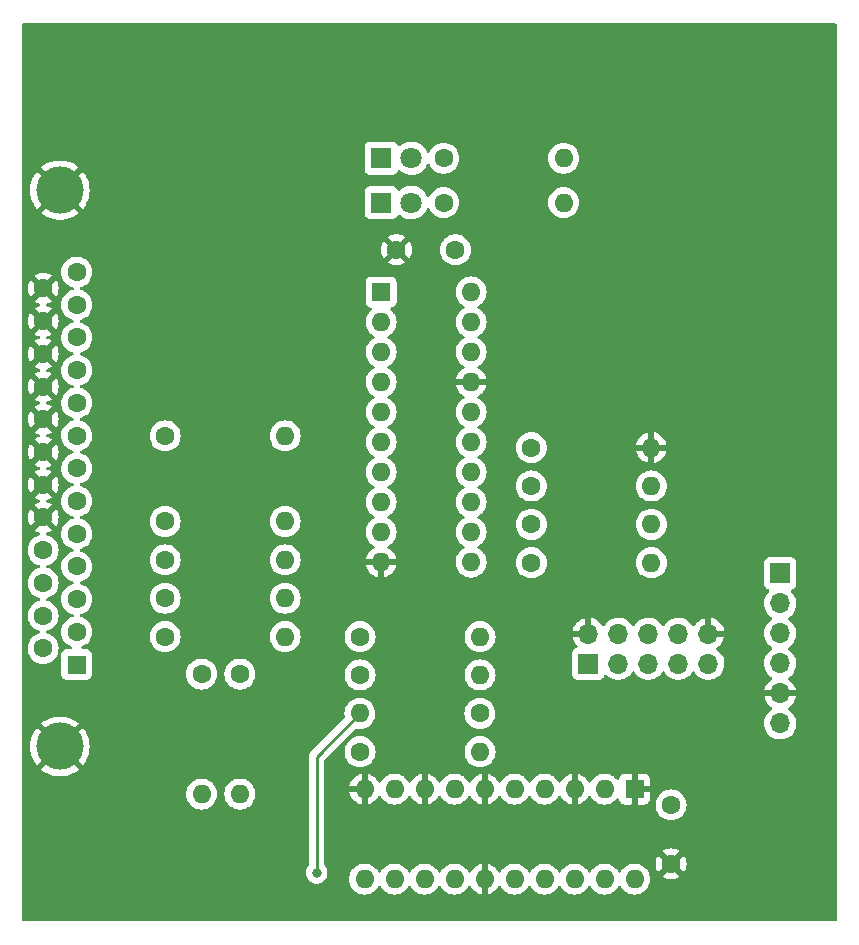
<source format=gbr>
%TF.GenerationSoftware,KiCad,Pcbnew,(6.0.7)*%
%TF.CreationDate,2023-04-25T18:20:48-06:00*%
%TF.ProjectId,byte_blaster_II,62797465-5f62-46c6-9173-7465725f4949,rev?*%
%TF.SameCoordinates,Original*%
%TF.FileFunction,Copper,L2,Bot*%
%TF.FilePolarity,Positive*%
%FSLAX46Y46*%
G04 Gerber Fmt 4.6, Leading zero omitted, Abs format (unit mm)*
G04 Created by KiCad (PCBNEW (6.0.7)) date 2023-04-25 18:20:48*
%MOMM*%
%LPD*%
G01*
G04 APERTURE LIST*
%TA.AperFunction,ComponentPad*%
%ADD10C,1.600000*%
%TD*%
%TA.AperFunction,ComponentPad*%
%ADD11O,1.600000X1.600000*%
%TD*%
%TA.AperFunction,ComponentPad*%
%ADD12R,1.600000X1.600000*%
%TD*%
%TA.AperFunction,ComponentPad*%
%ADD13R,1.700000X1.700000*%
%TD*%
%TA.AperFunction,ComponentPad*%
%ADD14O,1.700000X1.700000*%
%TD*%
%TA.AperFunction,ComponentPad*%
%ADD15R,1.800000X1.800000*%
%TD*%
%TA.AperFunction,ComponentPad*%
%ADD16C,1.800000*%
%TD*%
%TA.AperFunction,ComponentPad*%
%ADD17C,4.000000*%
%TD*%
%TA.AperFunction,ViaPad*%
%ADD18C,0.800000*%
%TD*%
%TA.AperFunction,Conductor*%
%ADD19C,0.250000*%
%TD*%
G04 APERTURE END LIST*
D10*
%TO.P,R15,1*%
%TO.N,Net-(J2-Pad3)*%
X86126112Y-127668557D03*
D11*
%TO.P,R15,2*%
%TO.N,Net-(U2-Pad11)*%
X96286112Y-127668557D03*
%TD*%
D10*
%TO.P,R7,1*%
%TO.N,Net-(J1-Pad13)*%
X61456112Y-137088557D03*
D11*
%TO.P,R7,2*%
%TO.N,Net-(U2-Pad7)*%
X61456112Y-147248557D03*
%TD*%
D10*
%TO.P,R10,1*%
%TO.N,Net-(U1-Pad12)*%
X86126112Y-124418557D03*
D11*
%TO.P,R10,2*%
%TO.N,Net-(J2-Pad5)*%
X96286112Y-124418557D03*
%TD*%
D10*
%TO.P,C1,1*%
%TO.N,VCC*%
X79706112Y-101168557D03*
%TO.P,C1,2*%
%TO.N,GND*%
X74706112Y-101168557D03*
%TD*%
%TO.P,R16,1*%
%TO.N,Net-(J2-Pad7)*%
X81774012Y-140422766D03*
D11*
%TO.P,R16,2*%
%TO.N,Net-(U2-Pad13)*%
X71614012Y-140422766D03*
%TD*%
D10*
%TO.P,R17,1*%
%TO.N,Net-(D2-Pad2)*%
X78706112Y-93418557D03*
D11*
%TO.P,R17,2*%
%TO.N,VCC*%
X88866112Y-93418557D03*
%TD*%
D10*
%TO.P,R5,1*%
%TO.N,Net-(J1-Pad8)*%
X55126112Y-116918557D03*
D11*
%TO.P,R5,2*%
%TO.N,Net-(U1-Pad15)*%
X65286112Y-116918557D03*
%TD*%
D10*
%TO.P,R14,1*%
%TO.N,Net-(D1-Pad2)*%
X78706112Y-97168557D03*
D11*
%TO.P,R14,2*%
%TO.N,VCC*%
X88866112Y-97168557D03*
%TD*%
D10*
%TO.P,R1,1*%
%TO.N,Net-(J1-Pad2)*%
X55126112Y-133918557D03*
D11*
%TO.P,R1,2*%
%TO.N,Net-(R1-Pad2)*%
X65286112Y-133918557D03*
%TD*%
D10*
%TO.P,R3,1*%
%TO.N,Net-(J1-Pad4)*%
X55126112Y-127418557D03*
D11*
%TO.P,R3,2*%
%TO.N,Net-(U1-Pad11)*%
X65286112Y-127418557D03*
%TD*%
D12*
%TO.P,U1,1,OEa*%
%TO.N,Net-(U1-Pad1)*%
X73406112Y-104743557D03*
D11*
%TO.P,U1,2,I0a*%
%TO.N,unconnected-(U1-Pad2)*%
X73406112Y-107283557D03*
%TO.P,U1,3,O3b*%
%TO.N,Net-(D1-Pad1)*%
X73406112Y-109823557D03*
%TO.P,U1,4,I1a*%
%TO.N,unconnected-(U1-Pad4)*%
X73406112Y-112363557D03*
%TO.P,U1,5,O2b*%
%TO.N,Net-(U1-Pad5)*%
X73406112Y-114903557D03*
%TO.P,U1,6,I2a*%
%TO.N,Net-(R1-Pad2)*%
X73406112Y-117443557D03*
%TO.P,U1,7,O1b*%
%TO.N,Net-(U1-Pad7)*%
X73406112Y-119983557D03*
%TO.P,U1,8,I3a*%
%TO.N,Net-(U1-Pad8)*%
X73406112Y-122523557D03*
%TO.P,U1,9,O0b*%
%TO.N,Net-(U1-Pad9)*%
X73406112Y-125063557D03*
%TO.P,U1,10,GND*%
%TO.N,GND*%
X73406112Y-127603557D03*
%TO.P,U1,11,I0b*%
%TO.N,Net-(U1-Pad11)*%
X81026112Y-127603557D03*
%TO.P,U1,12,O3a*%
%TO.N,Net-(U1-Pad12)*%
X81026112Y-125063557D03*
%TO.P,U1,13,I1b*%
%TO.N,Net-(U1-Pad13)*%
X81026112Y-122523557D03*
%TO.P,U1,14,O2a*%
%TO.N,Net-(U1-Pad14)*%
X81026112Y-119983557D03*
%TO.P,U1,15,I2b*%
%TO.N,Net-(U1-Pad15)*%
X81026112Y-117443557D03*
%TO.P,U1,16,O1a*%
%TO.N,unconnected-(U1-Pad16)*%
X81026112Y-114903557D03*
%TO.P,U1,17,I3b*%
%TO.N,GND*%
X81026112Y-112363557D03*
%TO.P,U1,18,O0a*%
%TO.N,unconnected-(U1-Pad18)*%
X81026112Y-109823557D03*
%TO.P,U1,19,OEb*%
%TO.N,Net-(U1-Pad1)*%
X81026112Y-107283557D03*
%TO.P,U1,20,VCC*%
%TO.N,VCC*%
X81026112Y-104743557D03*
%TD*%
D10*
%TO.P,C2,1*%
%TO.N,VCC*%
X97956112Y-148168557D03*
%TO.P,C2,2*%
%TO.N,GND*%
X97956112Y-153168557D03*
%TD*%
%TO.P,R13,1*%
%TO.N,Net-(U1-Pad5)*%
X71626112Y-143668557D03*
D11*
%TO.P,R13,2*%
%TO.N,Net-(J2-Pad9)*%
X81786112Y-143668557D03*
%TD*%
D10*
%TO.P,R4,1*%
%TO.N,Net-(J1-Pad5)*%
X55126112Y-124168557D03*
D11*
%TO.P,R4,2*%
%TO.N,Net-(U1-Pad13)*%
X65286112Y-124168557D03*
%TD*%
D10*
%TO.P,R8,1*%
%TO.N,Net-(U1-Pad1)*%
X86126112Y-117918557D03*
D11*
%TO.P,R8,2*%
%TO.N,GND*%
X96286112Y-117918557D03*
%TD*%
D10*
%TO.P,R9,1*%
%TO.N,Net-(U1-Pad14)*%
X86126112Y-121168557D03*
D11*
%TO.P,R9,2*%
%TO.N,Net-(J2-Pad1)*%
X96286112Y-121168557D03*
%TD*%
D10*
%TO.P,R11,1*%
%TO.N,Net-(U1-Pad9)*%
X71626112Y-133918557D03*
D11*
%TO.P,R11,2*%
%TO.N,Net-(J2-Pad8)*%
X81786112Y-133918557D03*
%TD*%
D13*
%TO.P,J2,1,Pin_1*%
%TO.N,Net-(J2-Pad1)*%
X90956112Y-136208557D03*
D14*
%TO.P,J2,2,Pin_2*%
%TO.N,GND*%
X90956112Y-133668557D03*
%TO.P,J2,3,Pin_3*%
%TO.N,Net-(J2-Pad3)*%
X93496112Y-136208557D03*
%TO.P,J2,4,Pin_4*%
%TO.N,VCC*%
X93496112Y-133668557D03*
%TO.P,J2,5,Pin_5*%
%TO.N,Net-(J2-Pad5)*%
X96036112Y-136208557D03*
%TO.P,J2,6,Pin_6*%
%TO.N,Net-(J2-Pad6)*%
X96036112Y-133668557D03*
%TO.P,J2,7,Pin_7*%
%TO.N,Net-(J2-Pad7)*%
X98576112Y-136208557D03*
%TO.P,J2,8,Pin_8*%
%TO.N,Net-(J2-Pad8)*%
X98576112Y-133668557D03*
%TO.P,J2,9,Pin_9*%
%TO.N,Net-(J2-Pad9)*%
X101116112Y-136208557D03*
%TO.P,J2,10,Pin_10*%
%TO.N,GND*%
X101116112Y-133668557D03*
%TD*%
D15*
%TO.P,D2,1,K*%
%TO.N,Net-(D2-Pad1)*%
X73431112Y-93418557D03*
D16*
%TO.P,D2,2,A*%
%TO.N,Net-(D2-Pad2)*%
X75971112Y-93418557D03*
%TD*%
D17*
%TO.P,J1,0,GND*%
%TO.N,GND*%
X46216443Y-143223557D03*
X46216443Y-96123557D03*
D12*
%TO.P,J1,1,1*%
%TO.N,unconnected-(J1-Pad1)*%
X47636443Y-136293557D03*
D10*
%TO.P,J1,2,2*%
%TO.N,Net-(J1-Pad2)*%
X47636443Y-133523557D03*
%TO.P,J1,3,3*%
%TO.N,Net-(J1-Pad3)*%
X47636443Y-130753557D03*
%TO.P,J1,4,4*%
%TO.N,Net-(J1-Pad4)*%
X47636443Y-127983557D03*
%TO.P,J1,5,5*%
%TO.N,Net-(J1-Pad5)*%
X47636443Y-125213557D03*
%TO.P,J1,6,6*%
%TO.N,Net-(J1-Pad10)*%
X47636443Y-122443557D03*
%TO.P,J1,7,7*%
%TO.N,unconnected-(J1-Pad7)*%
X47636443Y-119673557D03*
%TO.P,J1,8,8*%
%TO.N,Net-(J1-Pad8)*%
X47636443Y-116903557D03*
%TO.P,J1,9,9*%
%TO.N,unconnected-(J1-Pad9)*%
X47636443Y-114133557D03*
%TO.P,J1,10,10*%
%TO.N,Net-(J1-Pad10)*%
X47636443Y-111363557D03*
%TO.P,J1,11,11*%
%TO.N,Net-(J1-Pad11)*%
X47636443Y-108593557D03*
%TO.P,J1,12,12*%
%TO.N,unconnected-(J1-Pad12)*%
X47636443Y-105823557D03*
%TO.P,J1,13,13*%
%TO.N,Net-(J1-Pad13)*%
X47636443Y-103053557D03*
%TO.P,J1,14,P14*%
%TO.N,Net-(J1-Pad14)*%
X44796443Y-134908557D03*
%TO.P,J1,15,P15*%
%TO.N,Net-(J1-Pad15)*%
X44796443Y-132138557D03*
%TO.P,J1,16,P16*%
%TO.N,unconnected-(J1-Pad16)*%
X44796443Y-129368557D03*
%TO.P,J1,17,P17*%
%TO.N,unconnected-(J1-Pad17)*%
X44796443Y-126598557D03*
%TO.P,J1,18,P18*%
%TO.N,GND*%
X44796443Y-123828557D03*
%TO.P,J1,19,P19*%
X44796443Y-121058557D03*
%TO.P,J1,20,P20*%
X44796443Y-118288557D03*
%TO.P,J1,21,P21*%
X44796443Y-115518557D03*
%TO.P,J1,22,P22*%
X44796443Y-112748557D03*
%TO.P,J1,23,P23*%
X44796443Y-109978557D03*
%TO.P,J1,24,P24*%
X44796443Y-107208557D03*
%TO.P,J1,25,P25*%
X44796443Y-104438557D03*
%TD*%
%TO.P,R2,1*%
%TO.N,Net-(J1-Pad3)*%
X55126112Y-130668557D03*
D11*
%TO.P,R2,2*%
%TO.N,Net-(U1-Pad8)*%
X65286112Y-130668557D03*
%TD*%
D10*
%TO.P,R6,1*%
%TO.N,Net-(J1-Pad11)*%
X58206112Y-137088557D03*
D11*
%TO.P,R6,2*%
%TO.N,Net-(U2-Pad9)*%
X58206112Y-147248557D03*
%TD*%
D12*
%TO.P,U2,1,OEa*%
%TO.N,GND*%
X94866112Y-146828557D03*
D11*
%TO.P,U2,2,I0a*%
%TO.N,unconnected-(U2-Pad2)*%
X92326112Y-146828557D03*
%TO.P,U2,3,O3b*%
%TO.N,GND*%
X89786112Y-146828557D03*
%TO.P,U2,4,I1a*%
%TO.N,unconnected-(U2-Pad4)*%
X87246112Y-146828557D03*
%TO.P,U2,5,O2b*%
%TO.N,unconnected-(U2-Pad5)*%
X84706112Y-146828557D03*
%TO.P,U2,6,I2a*%
%TO.N,GND*%
X82166112Y-146828557D03*
%TO.P,U2,7,O1b*%
%TO.N,Net-(U2-Pad7)*%
X79626112Y-146828557D03*
%TO.P,U2,8,I3a*%
%TO.N,GND*%
X77086112Y-146828557D03*
%TO.P,U2,9,O0b*%
%TO.N,Net-(U2-Pad9)*%
X74546112Y-146828557D03*
%TO.P,U2,10,GND*%
%TO.N,GND*%
X72006112Y-146828557D03*
%TO.P,U2,11,I0b*%
%TO.N,Net-(U2-Pad11)*%
X72006112Y-154448557D03*
%TO.P,U2,12,O3a*%
%TO.N,Net-(J1-Pad15)*%
X74546112Y-154448557D03*
%TO.P,U2,13,I1b*%
%TO.N,Net-(U2-Pad13)*%
X77086112Y-154448557D03*
%TO.P,U2,14,O2a*%
%TO.N,Net-(D2-Pad1)*%
X79626112Y-154448557D03*
%TO.P,U2,15,I2b*%
%TO.N,GND*%
X82166112Y-154448557D03*
%TO.P,U2,16,O1a*%
%TO.N,unconnected-(U2-Pad16)*%
X84706112Y-154448557D03*
%TO.P,U2,17,I3b*%
%TO.N,VCC*%
X87246112Y-154448557D03*
%TO.P,U2,18,O0a*%
%TO.N,unconnected-(U2-Pad18)*%
X89786112Y-154448557D03*
%TO.P,U2,19,OEb*%
%TO.N,Net-(J1-Pad14)*%
X92326112Y-154448557D03*
%TO.P,U2,20,VCC*%
%TO.N,VCC*%
X94866112Y-154448557D03*
%TD*%
D10*
%TO.P,R12,1*%
%TO.N,Net-(U1-Pad7)*%
X71626112Y-137168557D03*
D11*
%TO.P,R12,2*%
%TO.N,Net-(J2-Pad6)*%
X81786112Y-137168557D03*
%TD*%
D15*
%TO.P,D1,1,K*%
%TO.N,Net-(D1-Pad1)*%
X73431112Y-97168557D03*
D16*
%TO.P,D1,2,A*%
%TO.N,Net-(D1-Pad2)*%
X75971112Y-97168557D03*
%TD*%
D13*
%TO.P,J3,1,VBUS*%
%TO.N,VCC*%
X107206112Y-128568557D03*
D14*
%TO.P,J3,2,D-*%
%TO.N,unconnected-(J3-Pad2)*%
X107206112Y-131108557D03*
%TO.P,J3,3,D+*%
%TO.N,unconnected-(J3-Pad3)*%
X107206112Y-133648557D03*
%TO.P,J3,4,ID*%
%TO.N,unconnected-(J3-Pad4)*%
X107206112Y-136188557D03*
%TO.P,J3,5,GND*%
%TO.N,GND*%
X107206112Y-138728557D03*
%TO.P,J3,6,Shield*%
%TO.N,unconnected-(J3-Pad6)*%
X107206112Y-141268557D03*
%TD*%
D18*
%TO.N,Net-(U2-Pad13)*%
X67956112Y-153918557D03*
%TD*%
D19*
%TO.N,Net-(U2-Pad13)*%
X67956112Y-144080666D02*
X71614012Y-140422766D01*
X67956112Y-153918557D02*
X67956112Y-144080666D01*
%TD*%
%TA.AperFunction,Conductor*%
%TO.N,GND*%
G36*
X111942121Y-82020002D02*
G01*
X111988614Y-82073658D01*
X112000000Y-82126000D01*
X112000000Y-157874000D01*
X111979998Y-157942121D01*
X111926342Y-157988614D01*
X111874000Y-158000000D01*
X43126000Y-158000000D01*
X43057879Y-157979998D01*
X43011386Y-157926342D01*
X43000000Y-157874000D01*
X43000000Y-153918557D01*
X67042608Y-153918557D01*
X67062570Y-154108485D01*
X67121585Y-154290113D01*
X67217072Y-154455501D01*
X67344859Y-154597423D01*
X67499360Y-154709675D01*
X67505388Y-154712359D01*
X67505390Y-154712360D01*
X67622515Y-154764507D01*
X67673824Y-154787351D01*
X67767225Y-154807204D01*
X67854168Y-154825685D01*
X67854173Y-154825685D01*
X67860625Y-154827057D01*
X68051599Y-154827057D01*
X68058051Y-154825685D01*
X68058056Y-154825685D01*
X68144999Y-154807204D01*
X68238400Y-154787351D01*
X68289709Y-154764507D01*
X68406834Y-154712360D01*
X68406836Y-154712359D01*
X68412864Y-154709675D01*
X68567365Y-154597423D01*
X68695152Y-154455501D01*
X68699161Y-154448557D01*
X70692614Y-154448557D01*
X70712569Y-154676644D01*
X70713993Y-154681957D01*
X70713993Y-154681959D01*
X70741514Y-154784666D01*
X70771828Y-154897800D01*
X70774151Y-154902781D01*
X70774151Y-154902782D01*
X70866263Y-155100319D01*
X70866266Y-155100324D01*
X70868589Y-155105306D01*
X70999914Y-155292857D01*
X71161812Y-155454755D01*
X71166320Y-155457912D01*
X71166323Y-155457914D01*
X71244501Y-155512655D01*
X71349363Y-155586080D01*
X71354345Y-155588403D01*
X71354350Y-155588406D01*
X71550877Y-155680047D01*
X71556869Y-155682841D01*
X71562177Y-155684263D01*
X71562179Y-155684264D01*
X71772710Y-155740676D01*
X71772712Y-155740676D01*
X71778025Y-155742100D01*
X72006112Y-155762055D01*
X72234199Y-155742100D01*
X72239512Y-155740676D01*
X72239514Y-155740676D01*
X72450045Y-155684264D01*
X72450047Y-155684263D01*
X72455355Y-155682841D01*
X72461347Y-155680047D01*
X72657874Y-155588406D01*
X72657879Y-155588403D01*
X72662861Y-155586080D01*
X72767723Y-155512655D01*
X72845901Y-155457914D01*
X72845904Y-155457912D01*
X72850412Y-155454755D01*
X73012310Y-155292857D01*
X73143635Y-155105306D01*
X73145958Y-155100324D01*
X73145961Y-155100319D01*
X73161917Y-155066100D01*
X73208834Y-155012815D01*
X73277111Y-154993354D01*
X73345071Y-155013896D01*
X73390307Y-155066100D01*
X73406263Y-155100319D01*
X73406266Y-155100324D01*
X73408589Y-155105306D01*
X73539914Y-155292857D01*
X73701812Y-155454755D01*
X73706320Y-155457912D01*
X73706323Y-155457914D01*
X73784501Y-155512655D01*
X73889363Y-155586080D01*
X73894345Y-155588403D01*
X73894350Y-155588406D01*
X74090877Y-155680047D01*
X74096869Y-155682841D01*
X74102177Y-155684263D01*
X74102179Y-155684264D01*
X74312710Y-155740676D01*
X74312712Y-155740676D01*
X74318025Y-155742100D01*
X74546112Y-155762055D01*
X74774199Y-155742100D01*
X74779512Y-155740676D01*
X74779514Y-155740676D01*
X74990045Y-155684264D01*
X74990047Y-155684263D01*
X74995355Y-155682841D01*
X75001347Y-155680047D01*
X75197874Y-155588406D01*
X75197879Y-155588403D01*
X75202861Y-155586080D01*
X75307723Y-155512655D01*
X75385901Y-155457914D01*
X75385904Y-155457912D01*
X75390412Y-155454755D01*
X75552310Y-155292857D01*
X75683635Y-155105306D01*
X75685958Y-155100324D01*
X75685961Y-155100319D01*
X75701917Y-155066100D01*
X75748834Y-155012815D01*
X75817111Y-154993354D01*
X75885071Y-155013896D01*
X75930307Y-155066100D01*
X75946263Y-155100319D01*
X75946266Y-155100324D01*
X75948589Y-155105306D01*
X76079914Y-155292857D01*
X76241812Y-155454755D01*
X76246320Y-155457912D01*
X76246323Y-155457914D01*
X76324501Y-155512655D01*
X76429363Y-155586080D01*
X76434345Y-155588403D01*
X76434350Y-155588406D01*
X76630877Y-155680047D01*
X76636869Y-155682841D01*
X76642177Y-155684263D01*
X76642179Y-155684264D01*
X76852710Y-155740676D01*
X76852712Y-155740676D01*
X76858025Y-155742100D01*
X77086112Y-155762055D01*
X77314199Y-155742100D01*
X77319512Y-155740676D01*
X77319514Y-155740676D01*
X77530045Y-155684264D01*
X77530047Y-155684263D01*
X77535355Y-155682841D01*
X77541347Y-155680047D01*
X77737874Y-155588406D01*
X77737879Y-155588403D01*
X77742861Y-155586080D01*
X77847723Y-155512655D01*
X77925901Y-155457914D01*
X77925904Y-155457912D01*
X77930412Y-155454755D01*
X78092310Y-155292857D01*
X78223635Y-155105306D01*
X78225958Y-155100324D01*
X78225961Y-155100319D01*
X78241917Y-155066100D01*
X78288834Y-155012815D01*
X78357111Y-154993354D01*
X78425071Y-155013896D01*
X78470307Y-155066100D01*
X78486263Y-155100319D01*
X78486266Y-155100324D01*
X78488589Y-155105306D01*
X78619914Y-155292857D01*
X78781812Y-155454755D01*
X78786320Y-155457912D01*
X78786323Y-155457914D01*
X78864501Y-155512655D01*
X78969363Y-155586080D01*
X78974345Y-155588403D01*
X78974350Y-155588406D01*
X79170877Y-155680047D01*
X79176869Y-155682841D01*
X79182177Y-155684263D01*
X79182179Y-155684264D01*
X79392710Y-155740676D01*
X79392712Y-155740676D01*
X79398025Y-155742100D01*
X79626112Y-155762055D01*
X79854199Y-155742100D01*
X79859512Y-155740676D01*
X79859514Y-155740676D01*
X80070045Y-155684264D01*
X80070047Y-155684263D01*
X80075355Y-155682841D01*
X80081347Y-155680047D01*
X80277874Y-155588406D01*
X80277879Y-155588403D01*
X80282861Y-155586080D01*
X80387723Y-155512655D01*
X80465901Y-155457914D01*
X80465904Y-155457912D01*
X80470412Y-155454755D01*
X80632310Y-155292857D01*
X80763635Y-155105306D01*
X80765958Y-155100324D01*
X80765961Y-155100319D01*
X80782193Y-155065508D01*
X80829110Y-155012223D01*
X80897387Y-154992762D01*
X80965347Y-155013304D01*
X81010583Y-155065508D01*
X81026698Y-155100068D01*
X81032181Y-155109564D01*
X81157140Y-155288024D01*
X81164196Y-155296432D01*
X81318237Y-155450473D01*
X81326645Y-155457529D01*
X81505105Y-155582488D01*
X81514601Y-155587971D01*
X81712059Y-155680047D01*
X81722351Y-155683793D01*
X81894615Y-155729951D01*
X81908711Y-155729615D01*
X81912112Y-155721673D01*
X81912112Y-155716524D01*
X82420112Y-155716524D01*
X82424085Y-155730055D01*
X82432634Y-155731284D01*
X82609873Y-155683793D01*
X82620165Y-155680047D01*
X82817623Y-155587971D01*
X82827119Y-155582488D01*
X83005579Y-155457529D01*
X83013987Y-155450473D01*
X83168028Y-155296432D01*
X83175084Y-155288024D01*
X83300043Y-155109564D01*
X83305526Y-155100068D01*
X83321641Y-155065508D01*
X83368558Y-155012223D01*
X83436835Y-154992762D01*
X83504795Y-155013304D01*
X83550031Y-155065508D01*
X83566263Y-155100319D01*
X83566266Y-155100324D01*
X83568589Y-155105306D01*
X83699914Y-155292857D01*
X83861812Y-155454755D01*
X83866320Y-155457912D01*
X83866323Y-155457914D01*
X83944501Y-155512655D01*
X84049363Y-155586080D01*
X84054345Y-155588403D01*
X84054350Y-155588406D01*
X84250877Y-155680047D01*
X84256869Y-155682841D01*
X84262177Y-155684263D01*
X84262179Y-155684264D01*
X84472710Y-155740676D01*
X84472712Y-155740676D01*
X84478025Y-155742100D01*
X84706112Y-155762055D01*
X84934199Y-155742100D01*
X84939512Y-155740676D01*
X84939514Y-155740676D01*
X85150045Y-155684264D01*
X85150047Y-155684263D01*
X85155355Y-155682841D01*
X85161347Y-155680047D01*
X85357874Y-155588406D01*
X85357879Y-155588403D01*
X85362861Y-155586080D01*
X85467723Y-155512655D01*
X85545901Y-155457914D01*
X85545904Y-155457912D01*
X85550412Y-155454755D01*
X85712310Y-155292857D01*
X85843635Y-155105306D01*
X85845958Y-155100324D01*
X85845961Y-155100319D01*
X85861917Y-155066100D01*
X85908834Y-155012815D01*
X85977111Y-154993354D01*
X86045071Y-155013896D01*
X86090307Y-155066100D01*
X86106263Y-155100319D01*
X86106266Y-155100324D01*
X86108589Y-155105306D01*
X86239914Y-155292857D01*
X86401812Y-155454755D01*
X86406320Y-155457912D01*
X86406323Y-155457914D01*
X86484501Y-155512655D01*
X86589363Y-155586080D01*
X86594345Y-155588403D01*
X86594350Y-155588406D01*
X86790877Y-155680047D01*
X86796869Y-155682841D01*
X86802177Y-155684263D01*
X86802179Y-155684264D01*
X87012710Y-155740676D01*
X87012712Y-155740676D01*
X87018025Y-155742100D01*
X87246112Y-155762055D01*
X87474199Y-155742100D01*
X87479512Y-155740676D01*
X87479514Y-155740676D01*
X87690045Y-155684264D01*
X87690047Y-155684263D01*
X87695355Y-155682841D01*
X87701347Y-155680047D01*
X87897874Y-155588406D01*
X87897879Y-155588403D01*
X87902861Y-155586080D01*
X88007723Y-155512655D01*
X88085901Y-155457914D01*
X88085904Y-155457912D01*
X88090412Y-155454755D01*
X88252310Y-155292857D01*
X88383635Y-155105306D01*
X88385958Y-155100324D01*
X88385961Y-155100319D01*
X88401917Y-155066100D01*
X88448834Y-155012815D01*
X88517111Y-154993354D01*
X88585071Y-155013896D01*
X88630307Y-155066100D01*
X88646263Y-155100319D01*
X88646266Y-155100324D01*
X88648589Y-155105306D01*
X88779914Y-155292857D01*
X88941812Y-155454755D01*
X88946320Y-155457912D01*
X88946323Y-155457914D01*
X89024501Y-155512655D01*
X89129363Y-155586080D01*
X89134345Y-155588403D01*
X89134350Y-155588406D01*
X89330877Y-155680047D01*
X89336869Y-155682841D01*
X89342177Y-155684263D01*
X89342179Y-155684264D01*
X89552710Y-155740676D01*
X89552712Y-155740676D01*
X89558025Y-155742100D01*
X89786112Y-155762055D01*
X90014199Y-155742100D01*
X90019512Y-155740676D01*
X90019514Y-155740676D01*
X90230045Y-155684264D01*
X90230047Y-155684263D01*
X90235355Y-155682841D01*
X90241347Y-155680047D01*
X90437874Y-155588406D01*
X90437879Y-155588403D01*
X90442861Y-155586080D01*
X90547723Y-155512655D01*
X90625901Y-155457914D01*
X90625904Y-155457912D01*
X90630412Y-155454755D01*
X90792310Y-155292857D01*
X90923635Y-155105306D01*
X90925958Y-155100324D01*
X90925961Y-155100319D01*
X90941917Y-155066100D01*
X90988834Y-155012815D01*
X91057111Y-154993354D01*
X91125071Y-155013896D01*
X91170307Y-155066100D01*
X91186263Y-155100319D01*
X91186266Y-155100324D01*
X91188589Y-155105306D01*
X91319914Y-155292857D01*
X91481812Y-155454755D01*
X91486320Y-155457912D01*
X91486323Y-155457914D01*
X91564501Y-155512655D01*
X91669363Y-155586080D01*
X91674345Y-155588403D01*
X91674350Y-155588406D01*
X91870877Y-155680047D01*
X91876869Y-155682841D01*
X91882177Y-155684263D01*
X91882179Y-155684264D01*
X92092710Y-155740676D01*
X92092712Y-155740676D01*
X92098025Y-155742100D01*
X92326112Y-155762055D01*
X92554199Y-155742100D01*
X92559512Y-155740676D01*
X92559514Y-155740676D01*
X92770045Y-155684264D01*
X92770047Y-155684263D01*
X92775355Y-155682841D01*
X92781347Y-155680047D01*
X92977874Y-155588406D01*
X92977879Y-155588403D01*
X92982861Y-155586080D01*
X93087723Y-155512655D01*
X93165901Y-155457914D01*
X93165904Y-155457912D01*
X93170412Y-155454755D01*
X93332310Y-155292857D01*
X93463635Y-155105306D01*
X93465958Y-155100324D01*
X93465961Y-155100319D01*
X93481917Y-155066100D01*
X93528834Y-155012815D01*
X93597111Y-154993354D01*
X93665071Y-155013896D01*
X93710307Y-155066100D01*
X93726263Y-155100319D01*
X93726266Y-155100324D01*
X93728589Y-155105306D01*
X93859914Y-155292857D01*
X94021812Y-155454755D01*
X94026320Y-155457912D01*
X94026323Y-155457914D01*
X94104501Y-155512655D01*
X94209363Y-155586080D01*
X94214345Y-155588403D01*
X94214350Y-155588406D01*
X94410877Y-155680047D01*
X94416869Y-155682841D01*
X94422177Y-155684263D01*
X94422179Y-155684264D01*
X94632710Y-155740676D01*
X94632712Y-155740676D01*
X94638025Y-155742100D01*
X94866112Y-155762055D01*
X95094199Y-155742100D01*
X95099512Y-155740676D01*
X95099514Y-155740676D01*
X95310045Y-155684264D01*
X95310047Y-155684263D01*
X95315355Y-155682841D01*
X95321347Y-155680047D01*
X95517874Y-155588406D01*
X95517879Y-155588403D01*
X95522861Y-155586080D01*
X95627723Y-155512655D01*
X95705901Y-155457914D01*
X95705904Y-155457912D01*
X95710412Y-155454755D01*
X95872310Y-155292857D01*
X96003635Y-155105306D01*
X96005958Y-155100324D01*
X96005961Y-155100319D01*
X96098073Y-154902782D01*
X96098073Y-154902781D01*
X96100396Y-154897800D01*
X96130711Y-154784666D01*
X96158231Y-154681959D01*
X96158231Y-154681957D01*
X96159655Y-154676644D01*
X96179610Y-154448557D01*
X96162643Y-154254619D01*
X97234605Y-154254619D01*
X97243901Y-154266634D01*
X97295106Y-154302488D01*
X97304601Y-154307971D01*
X97502059Y-154400047D01*
X97512351Y-154403793D01*
X97722800Y-154460182D01*
X97733593Y-154462085D01*
X97950637Y-154481074D01*
X97961587Y-154481074D01*
X98178631Y-154462085D01*
X98189424Y-154460182D01*
X98399873Y-154403793D01*
X98410165Y-154400047D01*
X98607623Y-154307971D01*
X98617118Y-154302488D01*
X98669160Y-154266048D01*
X98677536Y-154255569D01*
X98670468Y-154242123D01*
X97968924Y-153540579D01*
X97954980Y-153532965D01*
X97953147Y-153533096D01*
X97946532Y-153537347D01*
X97241035Y-154242844D01*
X97234605Y-154254619D01*
X96162643Y-154254619D01*
X96159655Y-154220470D01*
X96131331Y-154114763D01*
X96101819Y-154004624D01*
X96101818Y-154004622D01*
X96100396Y-153999314D01*
X96062739Y-153918557D01*
X96005961Y-153796795D01*
X96005958Y-153796790D01*
X96003635Y-153791808D01*
X95885161Y-153622610D01*
X95875469Y-153608768D01*
X95875467Y-153608765D01*
X95872310Y-153604257D01*
X95710412Y-153442359D01*
X95705904Y-153439202D01*
X95705901Y-153439200D01*
X95616656Y-153376710D01*
X95522861Y-153311034D01*
X95517879Y-153308711D01*
X95517874Y-153308708D01*
X95320337Y-153216596D01*
X95320336Y-153216596D01*
X95315355Y-153214273D01*
X95310047Y-153212851D01*
X95310045Y-153212850D01*
X95165175Y-153174032D01*
X96643595Y-153174032D01*
X96662584Y-153391076D01*
X96664487Y-153401869D01*
X96720876Y-153612318D01*
X96724622Y-153622610D01*
X96816698Y-153820068D01*
X96822181Y-153829563D01*
X96858621Y-153881605D01*
X96869100Y-153889981D01*
X96882546Y-153882913D01*
X97584090Y-153181369D01*
X97590468Y-153169689D01*
X98320520Y-153169689D01*
X98320651Y-153171522D01*
X98324902Y-153178137D01*
X99030399Y-153883634D01*
X99042174Y-153890064D01*
X99054189Y-153880768D01*
X99090043Y-153829563D01*
X99095526Y-153820068D01*
X99187602Y-153622610D01*
X99191348Y-153612318D01*
X99247737Y-153401869D01*
X99249640Y-153391076D01*
X99268629Y-153174032D01*
X99268629Y-153163082D01*
X99249640Y-152946038D01*
X99247737Y-152935245D01*
X99191348Y-152724796D01*
X99187602Y-152714504D01*
X99095526Y-152517046D01*
X99090043Y-152507551D01*
X99053603Y-152455509D01*
X99043124Y-152447133D01*
X99029678Y-152454201D01*
X98328134Y-153155745D01*
X98320520Y-153169689D01*
X97590468Y-153169689D01*
X97591704Y-153167425D01*
X97591573Y-153165592D01*
X97587322Y-153158977D01*
X96881825Y-152453480D01*
X96870050Y-152447050D01*
X96858035Y-152456346D01*
X96822181Y-152507551D01*
X96816698Y-152517046D01*
X96724622Y-152714504D01*
X96720876Y-152724796D01*
X96664487Y-152935245D01*
X96662584Y-152946038D01*
X96643595Y-153163082D01*
X96643595Y-153174032D01*
X95165175Y-153174032D01*
X95099514Y-153156438D01*
X95099512Y-153156438D01*
X95094199Y-153155014D01*
X94866112Y-153135059D01*
X94638025Y-153155014D01*
X94632712Y-153156438D01*
X94632710Y-153156438D01*
X94422179Y-153212850D01*
X94422177Y-153212851D01*
X94416869Y-153214273D01*
X94411888Y-153216596D01*
X94411887Y-153216596D01*
X94214350Y-153308708D01*
X94214345Y-153308711D01*
X94209363Y-153311034D01*
X94115568Y-153376710D01*
X94026323Y-153439200D01*
X94026320Y-153439202D01*
X94021812Y-153442359D01*
X93859914Y-153604257D01*
X93856757Y-153608765D01*
X93856755Y-153608768D01*
X93847063Y-153622610D01*
X93728589Y-153791808D01*
X93726266Y-153796790D01*
X93726263Y-153796795D01*
X93710307Y-153831014D01*
X93663390Y-153884299D01*
X93595113Y-153903760D01*
X93527153Y-153883218D01*
X93481917Y-153831014D01*
X93465961Y-153796795D01*
X93465958Y-153796790D01*
X93463635Y-153791808D01*
X93345161Y-153622610D01*
X93335469Y-153608768D01*
X93335467Y-153608765D01*
X93332310Y-153604257D01*
X93170412Y-153442359D01*
X93165904Y-153439202D01*
X93165901Y-153439200D01*
X93076656Y-153376710D01*
X92982861Y-153311034D01*
X92977879Y-153308711D01*
X92977874Y-153308708D01*
X92780337Y-153216596D01*
X92780336Y-153216596D01*
X92775355Y-153214273D01*
X92770047Y-153212851D01*
X92770045Y-153212850D01*
X92559514Y-153156438D01*
X92559512Y-153156438D01*
X92554199Y-153155014D01*
X92326112Y-153135059D01*
X92098025Y-153155014D01*
X92092712Y-153156438D01*
X92092710Y-153156438D01*
X91882179Y-153212850D01*
X91882177Y-153212851D01*
X91876869Y-153214273D01*
X91871888Y-153216596D01*
X91871887Y-153216596D01*
X91674350Y-153308708D01*
X91674345Y-153308711D01*
X91669363Y-153311034D01*
X91575568Y-153376710D01*
X91486323Y-153439200D01*
X91486320Y-153439202D01*
X91481812Y-153442359D01*
X91319914Y-153604257D01*
X91316757Y-153608765D01*
X91316755Y-153608768D01*
X91307063Y-153622610D01*
X91188589Y-153791808D01*
X91186266Y-153796790D01*
X91186263Y-153796795D01*
X91170307Y-153831014D01*
X91123390Y-153884299D01*
X91055113Y-153903760D01*
X90987153Y-153883218D01*
X90941917Y-153831014D01*
X90925961Y-153796795D01*
X90925958Y-153796790D01*
X90923635Y-153791808D01*
X90805161Y-153622610D01*
X90795469Y-153608768D01*
X90795467Y-153608765D01*
X90792310Y-153604257D01*
X90630412Y-153442359D01*
X90625904Y-153439202D01*
X90625901Y-153439200D01*
X90536656Y-153376710D01*
X90442861Y-153311034D01*
X90437879Y-153308711D01*
X90437874Y-153308708D01*
X90240337Y-153216596D01*
X90240336Y-153216596D01*
X90235355Y-153214273D01*
X90230047Y-153212851D01*
X90230045Y-153212850D01*
X90019514Y-153156438D01*
X90019512Y-153156438D01*
X90014199Y-153155014D01*
X89786112Y-153135059D01*
X89558025Y-153155014D01*
X89552712Y-153156438D01*
X89552710Y-153156438D01*
X89342179Y-153212850D01*
X89342177Y-153212851D01*
X89336869Y-153214273D01*
X89331888Y-153216596D01*
X89331887Y-153216596D01*
X89134350Y-153308708D01*
X89134345Y-153308711D01*
X89129363Y-153311034D01*
X89035568Y-153376710D01*
X88946323Y-153439200D01*
X88946320Y-153439202D01*
X88941812Y-153442359D01*
X88779914Y-153604257D01*
X88776757Y-153608765D01*
X88776755Y-153608768D01*
X88767063Y-153622610D01*
X88648589Y-153791808D01*
X88646266Y-153796790D01*
X88646263Y-153796795D01*
X88630307Y-153831014D01*
X88583390Y-153884299D01*
X88515113Y-153903760D01*
X88447153Y-153883218D01*
X88401917Y-153831014D01*
X88385961Y-153796795D01*
X88385958Y-153796790D01*
X88383635Y-153791808D01*
X88265161Y-153622610D01*
X88255469Y-153608768D01*
X88255467Y-153608765D01*
X88252310Y-153604257D01*
X88090412Y-153442359D01*
X88085904Y-153439202D01*
X88085901Y-153439200D01*
X87996656Y-153376710D01*
X87902861Y-153311034D01*
X87897879Y-153308711D01*
X87897874Y-153308708D01*
X87700337Y-153216596D01*
X87700336Y-153216596D01*
X87695355Y-153214273D01*
X87690047Y-153212851D01*
X87690045Y-153212850D01*
X87479514Y-153156438D01*
X87479512Y-153156438D01*
X87474199Y-153155014D01*
X87246112Y-153135059D01*
X87018025Y-153155014D01*
X87012712Y-153156438D01*
X87012710Y-153156438D01*
X86802179Y-153212850D01*
X86802177Y-153212851D01*
X86796869Y-153214273D01*
X86791888Y-153216596D01*
X86791887Y-153216596D01*
X86594350Y-153308708D01*
X86594345Y-153308711D01*
X86589363Y-153311034D01*
X86495568Y-153376710D01*
X86406323Y-153439200D01*
X86406320Y-153439202D01*
X86401812Y-153442359D01*
X86239914Y-153604257D01*
X86236757Y-153608765D01*
X86236755Y-153608768D01*
X86227063Y-153622610D01*
X86108589Y-153791808D01*
X86106266Y-153796790D01*
X86106263Y-153796795D01*
X86090307Y-153831014D01*
X86043390Y-153884299D01*
X85975113Y-153903760D01*
X85907153Y-153883218D01*
X85861917Y-153831014D01*
X85845961Y-153796795D01*
X85845958Y-153796790D01*
X85843635Y-153791808D01*
X85725161Y-153622610D01*
X85715469Y-153608768D01*
X85715467Y-153608765D01*
X85712310Y-153604257D01*
X85550412Y-153442359D01*
X85545904Y-153439202D01*
X85545901Y-153439200D01*
X85456656Y-153376710D01*
X85362861Y-153311034D01*
X85357879Y-153308711D01*
X85357874Y-153308708D01*
X85160337Y-153216596D01*
X85160336Y-153216596D01*
X85155355Y-153214273D01*
X85150047Y-153212851D01*
X85150045Y-153212850D01*
X84939514Y-153156438D01*
X84939512Y-153156438D01*
X84934199Y-153155014D01*
X84706112Y-153135059D01*
X84478025Y-153155014D01*
X84472712Y-153156438D01*
X84472710Y-153156438D01*
X84262179Y-153212850D01*
X84262177Y-153212851D01*
X84256869Y-153214273D01*
X84251888Y-153216596D01*
X84251887Y-153216596D01*
X84054350Y-153308708D01*
X84054345Y-153308711D01*
X84049363Y-153311034D01*
X83955568Y-153376710D01*
X83866323Y-153439200D01*
X83866320Y-153439202D01*
X83861812Y-153442359D01*
X83699914Y-153604257D01*
X83696757Y-153608765D01*
X83696755Y-153608768D01*
X83687063Y-153622610D01*
X83568589Y-153791808D01*
X83566266Y-153796790D01*
X83566263Y-153796795D01*
X83550031Y-153831606D01*
X83503114Y-153884891D01*
X83434837Y-153904352D01*
X83366877Y-153883810D01*
X83321641Y-153831606D01*
X83305526Y-153797046D01*
X83300043Y-153787550D01*
X83175084Y-153609090D01*
X83168028Y-153600682D01*
X83013987Y-153446641D01*
X83005579Y-153439585D01*
X82827119Y-153314626D01*
X82817623Y-153309143D01*
X82620165Y-153217067D01*
X82609873Y-153213321D01*
X82437609Y-153167163D01*
X82423513Y-153167499D01*
X82420112Y-153175441D01*
X82420112Y-155716524D01*
X81912112Y-155716524D01*
X81912112Y-153180590D01*
X81908139Y-153167059D01*
X81899590Y-153165830D01*
X81722351Y-153213321D01*
X81712059Y-153217067D01*
X81514601Y-153309143D01*
X81505105Y-153314626D01*
X81326645Y-153439585D01*
X81318237Y-153446641D01*
X81164196Y-153600682D01*
X81157140Y-153609090D01*
X81032181Y-153787550D01*
X81026698Y-153797046D01*
X81010583Y-153831606D01*
X80963666Y-153884891D01*
X80895389Y-153904352D01*
X80827429Y-153883810D01*
X80782193Y-153831606D01*
X80765961Y-153796795D01*
X80765958Y-153796790D01*
X80763635Y-153791808D01*
X80645161Y-153622610D01*
X80635469Y-153608768D01*
X80635467Y-153608765D01*
X80632310Y-153604257D01*
X80470412Y-153442359D01*
X80465904Y-153439202D01*
X80465901Y-153439200D01*
X80376656Y-153376710D01*
X80282861Y-153311034D01*
X80277879Y-153308711D01*
X80277874Y-153308708D01*
X80080337Y-153216596D01*
X80080336Y-153216596D01*
X80075355Y-153214273D01*
X80070047Y-153212851D01*
X80070045Y-153212850D01*
X79859514Y-153156438D01*
X79859512Y-153156438D01*
X79854199Y-153155014D01*
X79626112Y-153135059D01*
X79398025Y-153155014D01*
X79392712Y-153156438D01*
X79392710Y-153156438D01*
X79182179Y-153212850D01*
X79182177Y-153212851D01*
X79176869Y-153214273D01*
X79171888Y-153216596D01*
X79171887Y-153216596D01*
X78974350Y-153308708D01*
X78974345Y-153308711D01*
X78969363Y-153311034D01*
X78875568Y-153376710D01*
X78786323Y-153439200D01*
X78786320Y-153439202D01*
X78781812Y-153442359D01*
X78619914Y-153604257D01*
X78616757Y-153608765D01*
X78616755Y-153608768D01*
X78607063Y-153622610D01*
X78488589Y-153791808D01*
X78486266Y-153796790D01*
X78486263Y-153796795D01*
X78470307Y-153831014D01*
X78423390Y-153884299D01*
X78355113Y-153903760D01*
X78287153Y-153883218D01*
X78241917Y-153831014D01*
X78225961Y-153796795D01*
X78225958Y-153796790D01*
X78223635Y-153791808D01*
X78105161Y-153622610D01*
X78095469Y-153608768D01*
X78095467Y-153608765D01*
X78092310Y-153604257D01*
X77930412Y-153442359D01*
X77925904Y-153439202D01*
X77925901Y-153439200D01*
X77836656Y-153376710D01*
X77742861Y-153311034D01*
X77737879Y-153308711D01*
X77737874Y-153308708D01*
X77540337Y-153216596D01*
X77540336Y-153216596D01*
X77535355Y-153214273D01*
X77530047Y-153212851D01*
X77530045Y-153212850D01*
X77319514Y-153156438D01*
X77319512Y-153156438D01*
X77314199Y-153155014D01*
X77086112Y-153135059D01*
X76858025Y-153155014D01*
X76852712Y-153156438D01*
X76852710Y-153156438D01*
X76642179Y-153212850D01*
X76642177Y-153212851D01*
X76636869Y-153214273D01*
X76631888Y-153216596D01*
X76631887Y-153216596D01*
X76434350Y-153308708D01*
X76434345Y-153308711D01*
X76429363Y-153311034D01*
X76335568Y-153376710D01*
X76246323Y-153439200D01*
X76246320Y-153439202D01*
X76241812Y-153442359D01*
X76079914Y-153604257D01*
X76076757Y-153608765D01*
X76076755Y-153608768D01*
X76067063Y-153622610D01*
X75948589Y-153791808D01*
X75946266Y-153796790D01*
X75946263Y-153796795D01*
X75930307Y-153831014D01*
X75883390Y-153884299D01*
X75815113Y-153903760D01*
X75747153Y-153883218D01*
X75701917Y-153831014D01*
X75685961Y-153796795D01*
X75685958Y-153796790D01*
X75683635Y-153791808D01*
X75565161Y-153622610D01*
X75555469Y-153608768D01*
X75555467Y-153608765D01*
X75552310Y-153604257D01*
X75390412Y-153442359D01*
X75385904Y-153439202D01*
X75385901Y-153439200D01*
X75296656Y-153376710D01*
X75202861Y-153311034D01*
X75197879Y-153308711D01*
X75197874Y-153308708D01*
X75000337Y-153216596D01*
X75000336Y-153216596D01*
X74995355Y-153214273D01*
X74990047Y-153212851D01*
X74990045Y-153212850D01*
X74779514Y-153156438D01*
X74779512Y-153156438D01*
X74774199Y-153155014D01*
X74546112Y-153135059D01*
X74318025Y-153155014D01*
X74312712Y-153156438D01*
X74312710Y-153156438D01*
X74102179Y-153212850D01*
X74102177Y-153212851D01*
X74096869Y-153214273D01*
X74091888Y-153216596D01*
X74091887Y-153216596D01*
X73894350Y-153308708D01*
X73894345Y-153308711D01*
X73889363Y-153311034D01*
X73795568Y-153376710D01*
X73706323Y-153439200D01*
X73706320Y-153439202D01*
X73701812Y-153442359D01*
X73539914Y-153604257D01*
X73536757Y-153608765D01*
X73536755Y-153608768D01*
X73527063Y-153622610D01*
X73408589Y-153791808D01*
X73406266Y-153796790D01*
X73406263Y-153796795D01*
X73390307Y-153831014D01*
X73343390Y-153884299D01*
X73275113Y-153903760D01*
X73207153Y-153883218D01*
X73161917Y-153831014D01*
X73145961Y-153796795D01*
X73145958Y-153796790D01*
X73143635Y-153791808D01*
X73025161Y-153622610D01*
X73015469Y-153608768D01*
X73015467Y-153608765D01*
X73012310Y-153604257D01*
X72850412Y-153442359D01*
X72845904Y-153439202D01*
X72845901Y-153439200D01*
X72756656Y-153376710D01*
X72662861Y-153311034D01*
X72657879Y-153308711D01*
X72657874Y-153308708D01*
X72460337Y-153216596D01*
X72460336Y-153216596D01*
X72455355Y-153214273D01*
X72450047Y-153212851D01*
X72450045Y-153212850D01*
X72239514Y-153156438D01*
X72239512Y-153156438D01*
X72234199Y-153155014D01*
X72006112Y-153135059D01*
X71778025Y-153155014D01*
X71772712Y-153156438D01*
X71772710Y-153156438D01*
X71562179Y-153212850D01*
X71562177Y-153212851D01*
X71556869Y-153214273D01*
X71551888Y-153216596D01*
X71551887Y-153216596D01*
X71354350Y-153308708D01*
X71354345Y-153308711D01*
X71349363Y-153311034D01*
X71255568Y-153376710D01*
X71166323Y-153439200D01*
X71166320Y-153439202D01*
X71161812Y-153442359D01*
X70999914Y-153604257D01*
X70996757Y-153608765D01*
X70996755Y-153608768D01*
X70987063Y-153622610D01*
X70868589Y-153791808D01*
X70866266Y-153796790D01*
X70866263Y-153796795D01*
X70809485Y-153918557D01*
X70771828Y-153999314D01*
X70770406Y-154004622D01*
X70770405Y-154004624D01*
X70740893Y-154114763D01*
X70712569Y-154220470D01*
X70692614Y-154448557D01*
X68699161Y-154448557D01*
X68790639Y-154290113D01*
X68849654Y-154108485D01*
X68869616Y-153918557D01*
X68865964Y-153883810D01*
X68850344Y-153735192D01*
X68850344Y-153735190D01*
X68849654Y-153728629D01*
X68790639Y-153547001D01*
X68695152Y-153381613D01*
X68621975Y-153300342D01*
X68591259Y-153236336D01*
X68589612Y-153216033D01*
X68589612Y-152081545D01*
X97234688Y-152081545D01*
X97241756Y-152094991D01*
X97943300Y-152796535D01*
X97957244Y-152804149D01*
X97959077Y-152804018D01*
X97965692Y-152799767D01*
X98671189Y-152094270D01*
X98677619Y-152082495D01*
X98668323Y-152070480D01*
X98617118Y-152034626D01*
X98607623Y-152029143D01*
X98410165Y-151937067D01*
X98399873Y-151933321D01*
X98189424Y-151876932D01*
X98178631Y-151875029D01*
X97961587Y-151856040D01*
X97950637Y-151856040D01*
X97733593Y-151875029D01*
X97722800Y-151876932D01*
X97512351Y-151933321D01*
X97502059Y-151937067D01*
X97304601Y-152029143D01*
X97295106Y-152034626D01*
X97243064Y-152071066D01*
X97234688Y-152081545D01*
X68589612Y-152081545D01*
X68589612Y-148168557D01*
X96642614Y-148168557D01*
X96662569Y-148396644D01*
X96663993Y-148401957D01*
X96663993Y-148401959D01*
X96701163Y-148540676D01*
X96721828Y-148617800D01*
X96724151Y-148622781D01*
X96724151Y-148622782D01*
X96816263Y-148820319D01*
X96816266Y-148820324D01*
X96818589Y-148825306D01*
X96949914Y-149012857D01*
X97111812Y-149174755D01*
X97116320Y-149177912D01*
X97116323Y-149177914D01*
X97194501Y-149232655D01*
X97299363Y-149306080D01*
X97304345Y-149308403D01*
X97304350Y-149308406D01*
X97501887Y-149400518D01*
X97506869Y-149402841D01*
X97512177Y-149404263D01*
X97512179Y-149404264D01*
X97722710Y-149460676D01*
X97722712Y-149460676D01*
X97728025Y-149462100D01*
X97956112Y-149482055D01*
X98184199Y-149462100D01*
X98189512Y-149460676D01*
X98189514Y-149460676D01*
X98400045Y-149404264D01*
X98400047Y-149404263D01*
X98405355Y-149402841D01*
X98410337Y-149400518D01*
X98607874Y-149308406D01*
X98607879Y-149308403D01*
X98612861Y-149306080D01*
X98717723Y-149232655D01*
X98795901Y-149177914D01*
X98795904Y-149177912D01*
X98800412Y-149174755D01*
X98962310Y-149012857D01*
X99093635Y-148825306D01*
X99095958Y-148820324D01*
X99095961Y-148820319D01*
X99188073Y-148622782D01*
X99188073Y-148622781D01*
X99190396Y-148617800D01*
X99211062Y-148540676D01*
X99248231Y-148401959D01*
X99248231Y-148401957D01*
X99249655Y-148396644D01*
X99269610Y-148168557D01*
X99249655Y-147940470D01*
X99240233Y-147905306D01*
X99191819Y-147724624D01*
X99191818Y-147724622D01*
X99190396Y-147719314D01*
X99170400Y-147676432D01*
X99095961Y-147516795D01*
X99095958Y-147516790D01*
X99093635Y-147511808D01*
X99010315Y-147392815D01*
X98965469Y-147328768D01*
X98965467Y-147328765D01*
X98962310Y-147324257D01*
X98800412Y-147162359D01*
X98795904Y-147159202D01*
X98795901Y-147159200D01*
X98692117Y-147086530D01*
X98612861Y-147031034D01*
X98607879Y-147028711D01*
X98607874Y-147028708D01*
X98410337Y-146936596D01*
X98410336Y-146936596D01*
X98405355Y-146934273D01*
X98400047Y-146932851D01*
X98400045Y-146932850D01*
X98189514Y-146876438D01*
X98189512Y-146876438D01*
X98184199Y-146875014D01*
X97956112Y-146855059D01*
X97728025Y-146875014D01*
X97722712Y-146876438D01*
X97722710Y-146876438D01*
X97512179Y-146932850D01*
X97512177Y-146932851D01*
X97506869Y-146934273D01*
X97501888Y-146936596D01*
X97501887Y-146936596D01*
X97304350Y-147028708D01*
X97304345Y-147028711D01*
X97299363Y-147031034D01*
X97220107Y-147086530D01*
X97116323Y-147159200D01*
X97116320Y-147159202D01*
X97111812Y-147162359D01*
X96949914Y-147324257D01*
X96946757Y-147328765D01*
X96946755Y-147328768D01*
X96901909Y-147392815D01*
X96818589Y-147511808D01*
X96816266Y-147516790D01*
X96816263Y-147516795D01*
X96741824Y-147676432D01*
X96721828Y-147719314D01*
X96720406Y-147724622D01*
X96720405Y-147724624D01*
X96671991Y-147905306D01*
X96662569Y-147940470D01*
X96642614Y-148168557D01*
X68589612Y-148168557D01*
X68589612Y-147095079D01*
X70723385Y-147095079D01*
X70770876Y-147272318D01*
X70774622Y-147282610D01*
X70866698Y-147480068D01*
X70872181Y-147489564D01*
X70997140Y-147668024D01*
X71004196Y-147676432D01*
X71158237Y-147830473D01*
X71166645Y-147837529D01*
X71345105Y-147962488D01*
X71354601Y-147967971D01*
X71552059Y-148060047D01*
X71562351Y-148063793D01*
X71734615Y-148109951D01*
X71748711Y-148109615D01*
X71752112Y-148101673D01*
X71752112Y-148096524D01*
X72260112Y-148096524D01*
X72264085Y-148110055D01*
X72272634Y-148111284D01*
X72449873Y-148063793D01*
X72460165Y-148060047D01*
X72657623Y-147967971D01*
X72667119Y-147962488D01*
X72845579Y-147837529D01*
X72853987Y-147830473D01*
X73008028Y-147676432D01*
X73015084Y-147668024D01*
X73140043Y-147489564D01*
X73145526Y-147480068D01*
X73161641Y-147445508D01*
X73208558Y-147392223D01*
X73276835Y-147372762D01*
X73344795Y-147393304D01*
X73390031Y-147445508D01*
X73406263Y-147480319D01*
X73406266Y-147480324D01*
X73408589Y-147485306D01*
X73427146Y-147511808D01*
X73500910Y-147617153D01*
X73539914Y-147672857D01*
X73701812Y-147834755D01*
X73706320Y-147837912D01*
X73706323Y-147837914D01*
X73747307Y-147866611D01*
X73889363Y-147966080D01*
X73894345Y-147968403D01*
X73894350Y-147968406D01*
X74090877Y-148060047D01*
X74096869Y-148062841D01*
X74102177Y-148064263D01*
X74102179Y-148064264D01*
X74312710Y-148120676D01*
X74312712Y-148120676D01*
X74318025Y-148122100D01*
X74546112Y-148142055D01*
X74774199Y-148122100D01*
X74779512Y-148120676D01*
X74779514Y-148120676D01*
X74990045Y-148064264D01*
X74990047Y-148064263D01*
X74995355Y-148062841D01*
X75001347Y-148060047D01*
X75197874Y-147968406D01*
X75197879Y-147968403D01*
X75202861Y-147966080D01*
X75344917Y-147866611D01*
X75385901Y-147837914D01*
X75385904Y-147837912D01*
X75390412Y-147834755D01*
X75552310Y-147672857D01*
X75591315Y-147617153D01*
X75665078Y-147511808D01*
X75683635Y-147485306D01*
X75685958Y-147480324D01*
X75685961Y-147480319D01*
X75702193Y-147445508D01*
X75749110Y-147392223D01*
X75817387Y-147372762D01*
X75885347Y-147393304D01*
X75930583Y-147445508D01*
X75946698Y-147480068D01*
X75952181Y-147489564D01*
X76077140Y-147668024D01*
X76084196Y-147676432D01*
X76238237Y-147830473D01*
X76246645Y-147837529D01*
X76425105Y-147962488D01*
X76434601Y-147967971D01*
X76632059Y-148060047D01*
X76642351Y-148063793D01*
X76814615Y-148109951D01*
X76828711Y-148109615D01*
X76832112Y-148101673D01*
X76832112Y-148096524D01*
X77340112Y-148096524D01*
X77344085Y-148110055D01*
X77352634Y-148111284D01*
X77529873Y-148063793D01*
X77540165Y-148060047D01*
X77737623Y-147967971D01*
X77747119Y-147962488D01*
X77925579Y-147837529D01*
X77933987Y-147830473D01*
X78088028Y-147676432D01*
X78095084Y-147668024D01*
X78220043Y-147489564D01*
X78225526Y-147480068D01*
X78241641Y-147445508D01*
X78288558Y-147392223D01*
X78356835Y-147372762D01*
X78424795Y-147393304D01*
X78470031Y-147445508D01*
X78486263Y-147480319D01*
X78486266Y-147480324D01*
X78488589Y-147485306D01*
X78507146Y-147511808D01*
X78580910Y-147617153D01*
X78619914Y-147672857D01*
X78781812Y-147834755D01*
X78786320Y-147837912D01*
X78786323Y-147837914D01*
X78827307Y-147866611D01*
X78969363Y-147966080D01*
X78974345Y-147968403D01*
X78974350Y-147968406D01*
X79170877Y-148060047D01*
X79176869Y-148062841D01*
X79182177Y-148064263D01*
X79182179Y-148064264D01*
X79392710Y-148120676D01*
X79392712Y-148120676D01*
X79398025Y-148122100D01*
X79626112Y-148142055D01*
X79854199Y-148122100D01*
X79859512Y-148120676D01*
X79859514Y-148120676D01*
X80070045Y-148064264D01*
X80070047Y-148064263D01*
X80075355Y-148062841D01*
X80081347Y-148060047D01*
X80277874Y-147968406D01*
X80277879Y-147968403D01*
X80282861Y-147966080D01*
X80424917Y-147866611D01*
X80465901Y-147837914D01*
X80465904Y-147837912D01*
X80470412Y-147834755D01*
X80632310Y-147672857D01*
X80671315Y-147617153D01*
X80745078Y-147511808D01*
X80763635Y-147485306D01*
X80765958Y-147480324D01*
X80765961Y-147480319D01*
X80782193Y-147445508D01*
X80829110Y-147392223D01*
X80897387Y-147372762D01*
X80965347Y-147393304D01*
X81010583Y-147445508D01*
X81026698Y-147480068D01*
X81032181Y-147489564D01*
X81157140Y-147668024D01*
X81164196Y-147676432D01*
X81318237Y-147830473D01*
X81326645Y-147837529D01*
X81505105Y-147962488D01*
X81514601Y-147967971D01*
X81712059Y-148060047D01*
X81722351Y-148063793D01*
X81894615Y-148109951D01*
X81908711Y-148109615D01*
X81912112Y-148101673D01*
X81912112Y-148096524D01*
X82420112Y-148096524D01*
X82424085Y-148110055D01*
X82432634Y-148111284D01*
X82609873Y-148063793D01*
X82620165Y-148060047D01*
X82817623Y-147967971D01*
X82827119Y-147962488D01*
X83005579Y-147837529D01*
X83013987Y-147830473D01*
X83168028Y-147676432D01*
X83175084Y-147668024D01*
X83300043Y-147489564D01*
X83305526Y-147480068D01*
X83321641Y-147445508D01*
X83368558Y-147392223D01*
X83436835Y-147372762D01*
X83504795Y-147393304D01*
X83550031Y-147445508D01*
X83566263Y-147480319D01*
X83566266Y-147480324D01*
X83568589Y-147485306D01*
X83587146Y-147511808D01*
X83660910Y-147617153D01*
X83699914Y-147672857D01*
X83861812Y-147834755D01*
X83866320Y-147837912D01*
X83866323Y-147837914D01*
X83907307Y-147866611D01*
X84049363Y-147966080D01*
X84054345Y-147968403D01*
X84054350Y-147968406D01*
X84250877Y-148060047D01*
X84256869Y-148062841D01*
X84262177Y-148064263D01*
X84262179Y-148064264D01*
X84472710Y-148120676D01*
X84472712Y-148120676D01*
X84478025Y-148122100D01*
X84706112Y-148142055D01*
X84934199Y-148122100D01*
X84939512Y-148120676D01*
X84939514Y-148120676D01*
X85150045Y-148064264D01*
X85150047Y-148064263D01*
X85155355Y-148062841D01*
X85161347Y-148060047D01*
X85357874Y-147968406D01*
X85357879Y-147968403D01*
X85362861Y-147966080D01*
X85504917Y-147866611D01*
X85545901Y-147837914D01*
X85545904Y-147837912D01*
X85550412Y-147834755D01*
X85712310Y-147672857D01*
X85751315Y-147617153D01*
X85825078Y-147511808D01*
X85843635Y-147485306D01*
X85845958Y-147480324D01*
X85845961Y-147480319D01*
X85861917Y-147446100D01*
X85908834Y-147392815D01*
X85977111Y-147373354D01*
X86045071Y-147393896D01*
X86090307Y-147446100D01*
X86106263Y-147480319D01*
X86106266Y-147480324D01*
X86108589Y-147485306D01*
X86127146Y-147511808D01*
X86200910Y-147617153D01*
X86239914Y-147672857D01*
X86401812Y-147834755D01*
X86406320Y-147837912D01*
X86406323Y-147837914D01*
X86447307Y-147866611D01*
X86589363Y-147966080D01*
X86594345Y-147968403D01*
X86594350Y-147968406D01*
X86790877Y-148060047D01*
X86796869Y-148062841D01*
X86802177Y-148064263D01*
X86802179Y-148064264D01*
X87012710Y-148120676D01*
X87012712Y-148120676D01*
X87018025Y-148122100D01*
X87246112Y-148142055D01*
X87474199Y-148122100D01*
X87479512Y-148120676D01*
X87479514Y-148120676D01*
X87690045Y-148064264D01*
X87690047Y-148064263D01*
X87695355Y-148062841D01*
X87701347Y-148060047D01*
X87897874Y-147968406D01*
X87897879Y-147968403D01*
X87902861Y-147966080D01*
X88044917Y-147866611D01*
X88085901Y-147837914D01*
X88085904Y-147837912D01*
X88090412Y-147834755D01*
X88252310Y-147672857D01*
X88291315Y-147617153D01*
X88365078Y-147511808D01*
X88383635Y-147485306D01*
X88385958Y-147480324D01*
X88385961Y-147480319D01*
X88402193Y-147445508D01*
X88449110Y-147392223D01*
X88517387Y-147372762D01*
X88585347Y-147393304D01*
X88630583Y-147445508D01*
X88646698Y-147480068D01*
X88652181Y-147489564D01*
X88777140Y-147668024D01*
X88784196Y-147676432D01*
X88938237Y-147830473D01*
X88946645Y-147837529D01*
X89125105Y-147962488D01*
X89134601Y-147967971D01*
X89332059Y-148060047D01*
X89342351Y-148063793D01*
X89514615Y-148109951D01*
X89528711Y-148109615D01*
X89532112Y-148101673D01*
X89532112Y-148096524D01*
X90040112Y-148096524D01*
X90044085Y-148110055D01*
X90052634Y-148111284D01*
X90229873Y-148063793D01*
X90240165Y-148060047D01*
X90437623Y-147967971D01*
X90447119Y-147962488D01*
X90625579Y-147837529D01*
X90633987Y-147830473D01*
X90788028Y-147676432D01*
X90795084Y-147668024D01*
X90920043Y-147489564D01*
X90925526Y-147480068D01*
X90941641Y-147445508D01*
X90988558Y-147392223D01*
X91056835Y-147372762D01*
X91124795Y-147393304D01*
X91170031Y-147445508D01*
X91186263Y-147480319D01*
X91186266Y-147480324D01*
X91188589Y-147485306D01*
X91207146Y-147511808D01*
X91280910Y-147617153D01*
X91319914Y-147672857D01*
X91481812Y-147834755D01*
X91486320Y-147837912D01*
X91486323Y-147837914D01*
X91527307Y-147866611D01*
X91669363Y-147966080D01*
X91674345Y-147968403D01*
X91674350Y-147968406D01*
X91870877Y-148060047D01*
X91876869Y-148062841D01*
X91882177Y-148064263D01*
X91882179Y-148064264D01*
X92092710Y-148120676D01*
X92092712Y-148120676D01*
X92098025Y-148122100D01*
X92326112Y-148142055D01*
X92554199Y-148122100D01*
X92559512Y-148120676D01*
X92559514Y-148120676D01*
X92770045Y-148064264D01*
X92770047Y-148064263D01*
X92775355Y-148062841D01*
X92781347Y-148060047D01*
X92977874Y-147968406D01*
X92977879Y-147968403D01*
X92982861Y-147966080D01*
X93124917Y-147866611D01*
X93165901Y-147837914D01*
X93165904Y-147837912D01*
X93170412Y-147834755D01*
X93332310Y-147672857D01*
X93335469Y-147668346D01*
X93339004Y-147664133D01*
X93339972Y-147664945D01*
X93390606Y-147624467D01*
X93461225Y-147617153D01*
X93524588Y-147649181D01*
X93560576Y-147710380D01*
X93563632Y-147727458D01*
X93564007Y-147730909D01*
X93567633Y-147746161D01*
X93612788Y-147866611D01*
X93621326Y-147882206D01*
X93697827Y-147984281D01*
X93710388Y-147996842D01*
X93812463Y-148073343D01*
X93828058Y-148081881D01*
X93948506Y-148127035D01*
X93963761Y-148130662D01*
X94014626Y-148136188D01*
X94021440Y-148136557D01*
X94593997Y-148136557D01*
X94609236Y-148132082D01*
X94610441Y-148130692D01*
X94612112Y-148123009D01*
X94612112Y-148118441D01*
X95120112Y-148118441D01*
X95124587Y-148133680D01*
X95125977Y-148134885D01*
X95133660Y-148136556D01*
X95710781Y-148136556D01*
X95717602Y-148136186D01*
X95768464Y-148130662D01*
X95783716Y-148127036D01*
X95904166Y-148081881D01*
X95919761Y-148073343D01*
X96021836Y-147996842D01*
X96034397Y-147984281D01*
X96110898Y-147882206D01*
X96119436Y-147866611D01*
X96164590Y-147746163D01*
X96168217Y-147730908D01*
X96173743Y-147680043D01*
X96174112Y-147673229D01*
X96174112Y-147100672D01*
X96169637Y-147085433D01*
X96168247Y-147084228D01*
X96160564Y-147082557D01*
X95138227Y-147082557D01*
X95122988Y-147087032D01*
X95121783Y-147088422D01*
X95120112Y-147096105D01*
X95120112Y-148118441D01*
X94612112Y-148118441D01*
X94612112Y-146556442D01*
X95120112Y-146556442D01*
X95124587Y-146571681D01*
X95125977Y-146572886D01*
X95133660Y-146574557D01*
X96155996Y-146574557D01*
X96171235Y-146570082D01*
X96172440Y-146568692D01*
X96174111Y-146561009D01*
X96174111Y-145983888D01*
X96173741Y-145977067D01*
X96168217Y-145926205D01*
X96164591Y-145910953D01*
X96119436Y-145790503D01*
X96110898Y-145774908D01*
X96034397Y-145672833D01*
X96021836Y-145660272D01*
X95919761Y-145583771D01*
X95904166Y-145575233D01*
X95783718Y-145530079D01*
X95768463Y-145526452D01*
X95717598Y-145520926D01*
X95710784Y-145520557D01*
X95138227Y-145520557D01*
X95122988Y-145525032D01*
X95121783Y-145526422D01*
X95120112Y-145534105D01*
X95120112Y-146556442D01*
X94612112Y-146556442D01*
X94612112Y-145538673D01*
X94607637Y-145523434D01*
X94606247Y-145522229D01*
X94598564Y-145520558D01*
X94021443Y-145520558D01*
X94014622Y-145520928D01*
X93963760Y-145526452D01*
X93948508Y-145530078D01*
X93828058Y-145575233D01*
X93812463Y-145583771D01*
X93710388Y-145660272D01*
X93697827Y-145672833D01*
X93621326Y-145774908D01*
X93612788Y-145790503D01*
X93567634Y-145910951D01*
X93564008Y-145926200D01*
X93563633Y-145929653D01*
X93562590Y-145932163D01*
X93562180Y-145933888D01*
X93561901Y-145933822D01*
X93536393Y-145995216D01*
X93478032Y-146035645D01*
X93407078Y-146038103D01*
X93346058Y-146001810D01*
X93336768Y-145990317D01*
X93335471Y-145988771D01*
X93332310Y-145984257D01*
X93170412Y-145822359D01*
X93165904Y-145819202D01*
X93165901Y-145819200D01*
X93087723Y-145764459D01*
X92982861Y-145691034D01*
X92977879Y-145688711D01*
X92977874Y-145688708D01*
X92780337Y-145596596D01*
X92780336Y-145596596D01*
X92775355Y-145594273D01*
X92770047Y-145592851D01*
X92770045Y-145592850D01*
X92559514Y-145536438D01*
X92559512Y-145536438D01*
X92554199Y-145535014D01*
X92326112Y-145515059D01*
X92098025Y-145535014D01*
X92092712Y-145536438D01*
X92092710Y-145536438D01*
X91882179Y-145592850D01*
X91882177Y-145592851D01*
X91876869Y-145594273D01*
X91871888Y-145596596D01*
X91871887Y-145596596D01*
X91674350Y-145688708D01*
X91674345Y-145688711D01*
X91669363Y-145691034D01*
X91564501Y-145764459D01*
X91486323Y-145819200D01*
X91486320Y-145819202D01*
X91481812Y-145822359D01*
X91319914Y-145984257D01*
X91316757Y-145988765D01*
X91316755Y-145988768D01*
X91262014Y-146066946D01*
X91188589Y-146171808D01*
X91186266Y-146176790D01*
X91186263Y-146176795D01*
X91170031Y-146211606D01*
X91123114Y-146264891D01*
X91054837Y-146284352D01*
X90986877Y-146263810D01*
X90941641Y-146211606D01*
X90925526Y-146177046D01*
X90920043Y-146167550D01*
X90795084Y-145989090D01*
X90788028Y-145980682D01*
X90633987Y-145826641D01*
X90625579Y-145819585D01*
X90447119Y-145694626D01*
X90437623Y-145689143D01*
X90240165Y-145597067D01*
X90229873Y-145593321D01*
X90057609Y-145547163D01*
X90043513Y-145547499D01*
X90040112Y-145555441D01*
X90040112Y-148096524D01*
X89532112Y-148096524D01*
X89532112Y-145560590D01*
X89528139Y-145547059D01*
X89519590Y-145545830D01*
X89342351Y-145593321D01*
X89332059Y-145597067D01*
X89134601Y-145689143D01*
X89125105Y-145694626D01*
X88946645Y-145819585D01*
X88938237Y-145826641D01*
X88784196Y-145980682D01*
X88777140Y-145989090D01*
X88652181Y-146167550D01*
X88646698Y-146177046D01*
X88630583Y-146211606D01*
X88583666Y-146264891D01*
X88515389Y-146284352D01*
X88447429Y-146263810D01*
X88402193Y-146211606D01*
X88385961Y-146176795D01*
X88385958Y-146176790D01*
X88383635Y-146171808D01*
X88310210Y-146066946D01*
X88255469Y-145988768D01*
X88255467Y-145988765D01*
X88252310Y-145984257D01*
X88090412Y-145822359D01*
X88085904Y-145819202D01*
X88085901Y-145819200D01*
X88007723Y-145764459D01*
X87902861Y-145691034D01*
X87897879Y-145688711D01*
X87897874Y-145688708D01*
X87700337Y-145596596D01*
X87700336Y-145596596D01*
X87695355Y-145594273D01*
X87690047Y-145592851D01*
X87690045Y-145592850D01*
X87479514Y-145536438D01*
X87479512Y-145536438D01*
X87474199Y-145535014D01*
X87246112Y-145515059D01*
X87018025Y-145535014D01*
X87012712Y-145536438D01*
X87012710Y-145536438D01*
X86802179Y-145592850D01*
X86802177Y-145592851D01*
X86796869Y-145594273D01*
X86791888Y-145596596D01*
X86791887Y-145596596D01*
X86594350Y-145688708D01*
X86594345Y-145688711D01*
X86589363Y-145691034D01*
X86484501Y-145764459D01*
X86406323Y-145819200D01*
X86406320Y-145819202D01*
X86401812Y-145822359D01*
X86239914Y-145984257D01*
X86236757Y-145988765D01*
X86236755Y-145988768D01*
X86182014Y-146066946D01*
X86108589Y-146171808D01*
X86106266Y-146176790D01*
X86106263Y-146176795D01*
X86090307Y-146211014D01*
X86043390Y-146264299D01*
X85975113Y-146283760D01*
X85907153Y-146263218D01*
X85861917Y-146211014D01*
X85845961Y-146176795D01*
X85845958Y-146176790D01*
X85843635Y-146171808D01*
X85770210Y-146066946D01*
X85715469Y-145988768D01*
X85715467Y-145988765D01*
X85712310Y-145984257D01*
X85550412Y-145822359D01*
X85545904Y-145819202D01*
X85545901Y-145819200D01*
X85467723Y-145764459D01*
X85362861Y-145691034D01*
X85357879Y-145688711D01*
X85357874Y-145688708D01*
X85160337Y-145596596D01*
X85160336Y-145596596D01*
X85155355Y-145594273D01*
X85150047Y-145592851D01*
X85150045Y-145592850D01*
X84939514Y-145536438D01*
X84939512Y-145536438D01*
X84934199Y-145535014D01*
X84706112Y-145515059D01*
X84478025Y-145535014D01*
X84472712Y-145536438D01*
X84472710Y-145536438D01*
X84262179Y-145592850D01*
X84262177Y-145592851D01*
X84256869Y-145594273D01*
X84251888Y-145596596D01*
X84251887Y-145596596D01*
X84054350Y-145688708D01*
X84054345Y-145688711D01*
X84049363Y-145691034D01*
X83944501Y-145764459D01*
X83866323Y-145819200D01*
X83866320Y-145819202D01*
X83861812Y-145822359D01*
X83699914Y-145984257D01*
X83696757Y-145988765D01*
X83696755Y-145988768D01*
X83642014Y-146066946D01*
X83568589Y-146171808D01*
X83566266Y-146176790D01*
X83566263Y-146176795D01*
X83550031Y-146211606D01*
X83503114Y-146264891D01*
X83434837Y-146284352D01*
X83366877Y-146263810D01*
X83321641Y-146211606D01*
X83305526Y-146177046D01*
X83300043Y-146167550D01*
X83175084Y-145989090D01*
X83168028Y-145980682D01*
X83013987Y-145826641D01*
X83005579Y-145819585D01*
X82827119Y-145694626D01*
X82817623Y-145689143D01*
X82620165Y-145597067D01*
X82609873Y-145593321D01*
X82437609Y-145547163D01*
X82423513Y-145547499D01*
X82420112Y-145555441D01*
X82420112Y-148096524D01*
X81912112Y-148096524D01*
X81912112Y-145560590D01*
X81908139Y-145547059D01*
X81899590Y-145545830D01*
X81722351Y-145593321D01*
X81712059Y-145597067D01*
X81514601Y-145689143D01*
X81505105Y-145694626D01*
X81326645Y-145819585D01*
X81318237Y-145826641D01*
X81164196Y-145980682D01*
X81157140Y-145989090D01*
X81032181Y-146167550D01*
X81026698Y-146177046D01*
X81010583Y-146211606D01*
X80963666Y-146264891D01*
X80895389Y-146284352D01*
X80827429Y-146263810D01*
X80782193Y-146211606D01*
X80765961Y-146176795D01*
X80765958Y-146176790D01*
X80763635Y-146171808D01*
X80690210Y-146066946D01*
X80635469Y-145988768D01*
X80635467Y-145988765D01*
X80632310Y-145984257D01*
X80470412Y-145822359D01*
X80465904Y-145819202D01*
X80465901Y-145819200D01*
X80387723Y-145764459D01*
X80282861Y-145691034D01*
X80277879Y-145688711D01*
X80277874Y-145688708D01*
X80080337Y-145596596D01*
X80080336Y-145596596D01*
X80075355Y-145594273D01*
X80070047Y-145592851D01*
X80070045Y-145592850D01*
X79859514Y-145536438D01*
X79859512Y-145536438D01*
X79854199Y-145535014D01*
X79626112Y-145515059D01*
X79398025Y-145535014D01*
X79392712Y-145536438D01*
X79392710Y-145536438D01*
X79182179Y-145592850D01*
X79182177Y-145592851D01*
X79176869Y-145594273D01*
X79171888Y-145596596D01*
X79171887Y-145596596D01*
X78974350Y-145688708D01*
X78974345Y-145688711D01*
X78969363Y-145691034D01*
X78864501Y-145764459D01*
X78786323Y-145819200D01*
X78786320Y-145819202D01*
X78781812Y-145822359D01*
X78619914Y-145984257D01*
X78616757Y-145988765D01*
X78616755Y-145988768D01*
X78562014Y-146066946D01*
X78488589Y-146171808D01*
X78486266Y-146176790D01*
X78486263Y-146176795D01*
X78470031Y-146211606D01*
X78423114Y-146264891D01*
X78354837Y-146284352D01*
X78286877Y-146263810D01*
X78241641Y-146211606D01*
X78225526Y-146177046D01*
X78220043Y-146167550D01*
X78095084Y-145989090D01*
X78088028Y-145980682D01*
X77933987Y-145826641D01*
X77925579Y-145819585D01*
X77747119Y-145694626D01*
X77737623Y-145689143D01*
X77540165Y-145597067D01*
X77529873Y-145593321D01*
X77357609Y-145547163D01*
X77343513Y-145547499D01*
X77340112Y-145555441D01*
X77340112Y-148096524D01*
X76832112Y-148096524D01*
X76832112Y-145560590D01*
X76828139Y-145547059D01*
X76819590Y-145545830D01*
X76642351Y-145593321D01*
X76632059Y-145597067D01*
X76434601Y-145689143D01*
X76425105Y-145694626D01*
X76246645Y-145819585D01*
X76238237Y-145826641D01*
X76084196Y-145980682D01*
X76077140Y-145989090D01*
X75952181Y-146167550D01*
X75946698Y-146177046D01*
X75930583Y-146211606D01*
X75883666Y-146264891D01*
X75815389Y-146284352D01*
X75747429Y-146263810D01*
X75702193Y-146211606D01*
X75685961Y-146176795D01*
X75685958Y-146176790D01*
X75683635Y-146171808D01*
X75610210Y-146066946D01*
X75555469Y-145988768D01*
X75555467Y-145988765D01*
X75552310Y-145984257D01*
X75390412Y-145822359D01*
X75385904Y-145819202D01*
X75385901Y-145819200D01*
X75307723Y-145764459D01*
X75202861Y-145691034D01*
X75197879Y-145688711D01*
X75197874Y-145688708D01*
X75000337Y-145596596D01*
X75000336Y-145596596D01*
X74995355Y-145594273D01*
X74990047Y-145592851D01*
X74990045Y-145592850D01*
X74779514Y-145536438D01*
X74779512Y-145536438D01*
X74774199Y-145535014D01*
X74546112Y-145515059D01*
X74318025Y-145535014D01*
X74312712Y-145536438D01*
X74312710Y-145536438D01*
X74102179Y-145592850D01*
X74102177Y-145592851D01*
X74096869Y-145594273D01*
X74091888Y-145596596D01*
X74091887Y-145596596D01*
X73894350Y-145688708D01*
X73894345Y-145688711D01*
X73889363Y-145691034D01*
X73784501Y-145764459D01*
X73706323Y-145819200D01*
X73706320Y-145819202D01*
X73701812Y-145822359D01*
X73539914Y-145984257D01*
X73536757Y-145988765D01*
X73536755Y-145988768D01*
X73482014Y-146066946D01*
X73408589Y-146171808D01*
X73406266Y-146176790D01*
X73406263Y-146176795D01*
X73390031Y-146211606D01*
X73343114Y-146264891D01*
X73274837Y-146284352D01*
X73206877Y-146263810D01*
X73161641Y-146211606D01*
X73145526Y-146177046D01*
X73140043Y-146167550D01*
X73015084Y-145989090D01*
X73008028Y-145980682D01*
X72853987Y-145826641D01*
X72845579Y-145819585D01*
X72667119Y-145694626D01*
X72657623Y-145689143D01*
X72460165Y-145597067D01*
X72449873Y-145593321D01*
X72277609Y-145547163D01*
X72263513Y-145547499D01*
X72260112Y-145555441D01*
X72260112Y-148096524D01*
X71752112Y-148096524D01*
X71752112Y-147100672D01*
X71747637Y-147085433D01*
X71746247Y-147084228D01*
X71738564Y-147082557D01*
X70738145Y-147082557D01*
X70724614Y-147086530D01*
X70723385Y-147095079D01*
X68589612Y-147095079D01*
X68589612Y-146557060D01*
X70724718Y-146557060D01*
X70725054Y-146571156D01*
X70732996Y-146574557D01*
X71733997Y-146574557D01*
X71749236Y-146570082D01*
X71750441Y-146568692D01*
X71752112Y-146561009D01*
X71752112Y-145560590D01*
X71748139Y-145547059D01*
X71739590Y-145545830D01*
X71562351Y-145593321D01*
X71552059Y-145597067D01*
X71354601Y-145689143D01*
X71345105Y-145694626D01*
X71166645Y-145819585D01*
X71158237Y-145826641D01*
X71004196Y-145980682D01*
X70997140Y-145989090D01*
X70872181Y-146167550D01*
X70866698Y-146177046D01*
X70774622Y-146374504D01*
X70770876Y-146384796D01*
X70724718Y-146557060D01*
X68589612Y-146557060D01*
X68589612Y-144395260D01*
X68609614Y-144327139D01*
X68626517Y-144306165D01*
X69264125Y-143668557D01*
X70312614Y-143668557D01*
X70332569Y-143896644D01*
X70333993Y-143901957D01*
X70333993Y-143901959D01*
X70376504Y-144060609D01*
X70391828Y-144117800D01*
X70394151Y-144122781D01*
X70394151Y-144122782D01*
X70486263Y-144320319D01*
X70486266Y-144320324D01*
X70488589Y-144325306D01*
X70619914Y-144512857D01*
X70781812Y-144674755D01*
X70786320Y-144677912D01*
X70786323Y-144677914D01*
X70864501Y-144732655D01*
X70969363Y-144806080D01*
X70974345Y-144808403D01*
X70974350Y-144808406D01*
X71171887Y-144900518D01*
X71176869Y-144902841D01*
X71182177Y-144904263D01*
X71182179Y-144904264D01*
X71392710Y-144960676D01*
X71392712Y-144960676D01*
X71398025Y-144962100D01*
X71626112Y-144982055D01*
X71854199Y-144962100D01*
X71859512Y-144960676D01*
X71859514Y-144960676D01*
X72070045Y-144904264D01*
X72070047Y-144904263D01*
X72075355Y-144902841D01*
X72080337Y-144900518D01*
X72277874Y-144808406D01*
X72277879Y-144808403D01*
X72282861Y-144806080D01*
X72387723Y-144732655D01*
X72465901Y-144677914D01*
X72465904Y-144677912D01*
X72470412Y-144674755D01*
X72632310Y-144512857D01*
X72763635Y-144325306D01*
X72765958Y-144320324D01*
X72765961Y-144320319D01*
X72858073Y-144122782D01*
X72858073Y-144122781D01*
X72860396Y-144117800D01*
X72875721Y-144060609D01*
X72918231Y-143901959D01*
X72918231Y-143901957D01*
X72919655Y-143896644D01*
X72939610Y-143668557D01*
X80472614Y-143668557D01*
X80492569Y-143896644D01*
X80493993Y-143901957D01*
X80493993Y-143901959D01*
X80536504Y-144060609D01*
X80551828Y-144117800D01*
X80554151Y-144122781D01*
X80554151Y-144122782D01*
X80646263Y-144320319D01*
X80646266Y-144320324D01*
X80648589Y-144325306D01*
X80779914Y-144512857D01*
X80941812Y-144674755D01*
X80946320Y-144677912D01*
X80946323Y-144677914D01*
X81024501Y-144732655D01*
X81129363Y-144806080D01*
X81134345Y-144808403D01*
X81134350Y-144808406D01*
X81331887Y-144900518D01*
X81336869Y-144902841D01*
X81342177Y-144904263D01*
X81342179Y-144904264D01*
X81552710Y-144960676D01*
X81552712Y-144960676D01*
X81558025Y-144962100D01*
X81786112Y-144982055D01*
X82014199Y-144962100D01*
X82019512Y-144960676D01*
X82019514Y-144960676D01*
X82230045Y-144904264D01*
X82230047Y-144904263D01*
X82235355Y-144902841D01*
X82240337Y-144900518D01*
X82437874Y-144808406D01*
X82437879Y-144808403D01*
X82442861Y-144806080D01*
X82547723Y-144732655D01*
X82625901Y-144677914D01*
X82625904Y-144677912D01*
X82630412Y-144674755D01*
X82792310Y-144512857D01*
X82923635Y-144325306D01*
X82925958Y-144320324D01*
X82925961Y-144320319D01*
X83018073Y-144122782D01*
X83018073Y-144122781D01*
X83020396Y-144117800D01*
X83035721Y-144060609D01*
X83078231Y-143901959D01*
X83078231Y-143901957D01*
X83079655Y-143896644D01*
X83099610Y-143668557D01*
X83079655Y-143440470D01*
X83024100Y-143233137D01*
X83021819Y-143224624D01*
X83021818Y-143224622D01*
X83020396Y-143219314D01*
X83016400Y-143210745D01*
X82925961Y-143016795D01*
X82925958Y-143016790D01*
X82923635Y-143011808D01*
X82816650Y-142859018D01*
X82795469Y-142828768D01*
X82795467Y-142828765D01*
X82792310Y-142824257D01*
X82630412Y-142662359D01*
X82625904Y-142659202D01*
X82625901Y-142659200D01*
X82541983Y-142600440D01*
X82442861Y-142531034D01*
X82437879Y-142528711D01*
X82437874Y-142528708D01*
X82240337Y-142436596D01*
X82240336Y-142436596D01*
X82235355Y-142434273D01*
X82230047Y-142432851D01*
X82230045Y-142432850D01*
X82019514Y-142376438D01*
X82019512Y-142376438D01*
X82014199Y-142375014D01*
X81786112Y-142355059D01*
X81558025Y-142375014D01*
X81552712Y-142376438D01*
X81552710Y-142376438D01*
X81342179Y-142432850D01*
X81342177Y-142432851D01*
X81336869Y-142434273D01*
X81331888Y-142436596D01*
X81331887Y-142436596D01*
X81134350Y-142528708D01*
X81134345Y-142528711D01*
X81129363Y-142531034D01*
X81030241Y-142600440D01*
X80946323Y-142659200D01*
X80946320Y-142659202D01*
X80941812Y-142662359D01*
X80779914Y-142824257D01*
X80776757Y-142828765D01*
X80776755Y-142828768D01*
X80755574Y-142859018D01*
X80648589Y-143011808D01*
X80646266Y-143016790D01*
X80646263Y-143016795D01*
X80555824Y-143210745D01*
X80551828Y-143219314D01*
X80550406Y-143224622D01*
X80550405Y-143224624D01*
X80548124Y-143233137D01*
X80492569Y-143440470D01*
X80472614Y-143668557D01*
X72939610Y-143668557D01*
X72919655Y-143440470D01*
X72864100Y-143233137D01*
X72861819Y-143224624D01*
X72861818Y-143224622D01*
X72860396Y-143219314D01*
X72856400Y-143210745D01*
X72765961Y-143016795D01*
X72765958Y-143016790D01*
X72763635Y-143011808D01*
X72656650Y-142859018D01*
X72635469Y-142828768D01*
X72635467Y-142828765D01*
X72632310Y-142824257D01*
X72470412Y-142662359D01*
X72465904Y-142659202D01*
X72465901Y-142659200D01*
X72381983Y-142600440D01*
X72282861Y-142531034D01*
X72277879Y-142528711D01*
X72277874Y-142528708D01*
X72080337Y-142436596D01*
X72080336Y-142436596D01*
X72075355Y-142434273D01*
X72070047Y-142432851D01*
X72070045Y-142432850D01*
X71859514Y-142376438D01*
X71859512Y-142376438D01*
X71854199Y-142375014D01*
X71626112Y-142355059D01*
X71398025Y-142375014D01*
X71392712Y-142376438D01*
X71392710Y-142376438D01*
X71182179Y-142432850D01*
X71182177Y-142432851D01*
X71176869Y-142434273D01*
X71171888Y-142436596D01*
X71171887Y-142436596D01*
X70974350Y-142528708D01*
X70974345Y-142528711D01*
X70969363Y-142531034D01*
X70870241Y-142600440D01*
X70786323Y-142659200D01*
X70786320Y-142659202D01*
X70781812Y-142662359D01*
X70619914Y-142824257D01*
X70616757Y-142828765D01*
X70616755Y-142828768D01*
X70595574Y-142859018D01*
X70488589Y-143011808D01*
X70486266Y-143016790D01*
X70486263Y-143016795D01*
X70395824Y-143210745D01*
X70391828Y-143219314D01*
X70390406Y-143224622D01*
X70390405Y-143224624D01*
X70388124Y-143233137D01*
X70332569Y-143440470D01*
X70312614Y-143668557D01*
X69264125Y-143668557D01*
X71200764Y-141731918D01*
X71263076Y-141697892D01*
X71322471Y-141699307D01*
X71380603Y-141714884D01*
X71380614Y-141714886D01*
X71385925Y-141716309D01*
X71614012Y-141736264D01*
X71842099Y-141716309D01*
X71847412Y-141714885D01*
X71847414Y-141714885D01*
X72057945Y-141658473D01*
X72057947Y-141658472D01*
X72063255Y-141657050D01*
X72072440Y-141652767D01*
X72265774Y-141562615D01*
X72265779Y-141562612D01*
X72270761Y-141560289D01*
X72423837Y-141453104D01*
X72453801Y-141432123D01*
X72453804Y-141432121D01*
X72458312Y-141428964D01*
X72620210Y-141267066D01*
X72642487Y-141235252D01*
X72748378Y-141084023D01*
X72751535Y-141079515D01*
X72753858Y-141074533D01*
X72753861Y-141074528D01*
X72845973Y-140876991D01*
X72845973Y-140876990D01*
X72848296Y-140872009D01*
X72858200Y-140835049D01*
X72906131Y-140656168D01*
X72906131Y-140656166D01*
X72907555Y-140650853D01*
X72927510Y-140422766D01*
X80460514Y-140422766D01*
X80480469Y-140650853D01*
X80481893Y-140656166D01*
X80481893Y-140656168D01*
X80529825Y-140835049D01*
X80539728Y-140872009D01*
X80542051Y-140876990D01*
X80542051Y-140876991D01*
X80634163Y-141074528D01*
X80634166Y-141074533D01*
X80636489Y-141079515D01*
X80639646Y-141084023D01*
X80745538Y-141235252D01*
X80767814Y-141267066D01*
X80929712Y-141428964D01*
X80934220Y-141432121D01*
X80934223Y-141432123D01*
X80964187Y-141453104D01*
X81117263Y-141560289D01*
X81122245Y-141562612D01*
X81122250Y-141562615D01*
X81315584Y-141652767D01*
X81324769Y-141657050D01*
X81330077Y-141658472D01*
X81330079Y-141658473D01*
X81540610Y-141714885D01*
X81540612Y-141714885D01*
X81545925Y-141716309D01*
X81774012Y-141736264D01*
X82002099Y-141716309D01*
X82007412Y-141714885D01*
X82007414Y-141714885D01*
X82217945Y-141658473D01*
X82217947Y-141658472D01*
X82223255Y-141657050D01*
X82232440Y-141652767D01*
X82425774Y-141562615D01*
X82425779Y-141562612D01*
X82430761Y-141560289D01*
X82583837Y-141453104D01*
X82613801Y-141432123D01*
X82613804Y-141432121D01*
X82618312Y-141428964D01*
X82780210Y-141267066D01*
X82802487Y-141235252D01*
X105843363Y-141235252D01*
X105843660Y-141240405D01*
X105843660Y-141240408D01*
X105849123Y-141335147D01*
X105856222Y-141458272D01*
X105857359Y-141463318D01*
X105857360Y-141463324D01*
X105877231Y-141551496D01*
X105905334Y-141676196D01*
X105989378Y-141883173D01*
X106106099Y-142073645D01*
X106252362Y-142242495D01*
X106424238Y-142385189D01*
X106617112Y-142497895D01*
X106825804Y-142577587D01*
X106830872Y-142578618D01*
X106830875Y-142578619D01*
X106910575Y-142594834D01*
X107044709Y-142622124D01*
X107049884Y-142622314D01*
X107049886Y-142622314D01*
X107262785Y-142630121D01*
X107262789Y-142630121D01*
X107267949Y-142630310D01*
X107273069Y-142629654D01*
X107273071Y-142629654D01*
X107484400Y-142602582D01*
X107484401Y-142602582D01*
X107489528Y-142601925D01*
X107494478Y-142600440D01*
X107698541Y-142539218D01*
X107698546Y-142539216D01*
X107703496Y-142537731D01*
X107904106Y-142439453D01*
X108085972Y-142309730D01*
X108244208Y-142152046D01*
X108303706Y-142069246D01*
X108371547Y-141974834D01*
X108374565Y-141970634D01*
X108473542Y-141770368D01*
X108511841Y-141644312D01*
X108536977Y-141561580D01*
X108536977Y-141561578D01*
X108538482Y-141556626D01*
X108567641Y-141335147D01*
X108569268Y-141268557D01*
X108550964Y-141045918D01*
X108496543Y-140829259D01*
X108407466Y-140624397D01*
X108286126Y-140436834D01*
X108135782Y-140271608D01*
X108131731Y-140268409D01*
X108131727Y-140268405D01*
X107964526Y-140136357D01*
X107964522Y-140136355D01*
X107960471Y-140133155D01*
X107918681Y-140110086D01*
X107868710Y-140059654D01*
X107853938Y-139990211D01*
X107879054Y-139923805D01*
X107906406Y-139897198D01*
X108081440Y-139772349D01*
X108089312Y-139765696D01*
X108240164Y-139615369D01*
X108246842Y-139607522D01*
X108371115Y-139434577D01*
X108376425Y-139425740D01*
X108470782Y-139234824D01*
X108474581Y-139225229D01*
X108536489Y-139021467D01*
X108538667Y-139011394D01*
X108540098Y-139000519D01*
X108537887Y-138986335D01*
X108524729Y-138982557D01*
X105889337Y-138982557D01*
X105875806Y-138986530D01*
X105874369Y-138996523D01*
X105904677Y-139131003D01*
X105907757Y-139140832D01*
X105987882Y-139338160D01*
X105992525Y-139347351D01*
X106103806Y-139528945D01*
X106109889Y-139537256D01*
X106249325Y-139698224D01*
X106256692Y-139705440D01*
X106420546Y-139841473D01*
X106428993Y-139847388D01*
X106498081Y-139887760D01*
X106546805Y-139939399D01*
X106559876Y-140009182D01*
X106533145Y-140074953D01*
X106492696Y-140108309D01*
X106479719Y-140115064D01*
X106475586Y-140118167D01*
X106475583Y-140118169D01*
X106305212Y-140246087D01*
X106301077Y-140249192D01*
X106146741Y-140410695D01*
X106143827Y-140414967D01*
X106143826Y-140414968D01*
X106138507Y-140422766D01*
X106020855Y-140595237D01*
X106005115Y-140629147D01*
X105946188Y-140756095D01*
X105926800Y-140797862D01*
X105867101Y-141013127D01*
X105843363Y-141235252D01*
X82802487Y-141235252D01*
X82908378Y-141084023D01*
X82911535Y-141079515D01*
X82913858Y-141074533D01*
X82913861Y-141074528D01*
X83005973Y-140876991D01*
X83005973Y-140876990D01*
X83008296Y-140872009D01*
X83018200Y-140835049D01*
X83066131Y-140656168D01*
X83066131Y-140656166D01*
X83067555Y-140650853D01*
X83087510Y-140422766D01*
X83067555Y-140194679D01*
X83008296Y-139973523D01*
X82997619Y-139950626D01*
X82913861Y-139771004D01*
X82913858Y-139770999D01*
X82911535Y-139766017D01*
X82806050Y-139615369D01*
X82783369Y-139582977D01*
X82783367Y-139582974D01*
X82780210Y-139578466D01*
X82618312Y-139416568D01*
X82613804Y-139413411D01*
X82613801Y-139413409D01*
X82506334Y-139338160D01*
X82430761Y-139285243D01*
X82425779Y-139282920D01*
X82425774Y-139282917D01*
X82228237Y-139190805D01*
X82228236Y-139190805D01*
X82223255Y-139188482D01*
X82217947Y-139187060D01*
X82217945Y-139187059D01*
X82007414Y-139130647D01*
X82007412Y-139130647D01*
X82002099Y-139129223D01*
X81774012Y-139109268D01*
X81545925Y-139129223D01*
X81540612Y-139130647D01*
X81540610Y-139130647D01*
X81330079Y-139187059D01*
X81330077Y-139187060D01*
X81324769Y-139188482D01*
X81319788Y-139190805D01*
X81319787Y-139190805D01*
X81122250Y-139282917D01*
X81122245Y-139282920D01*
X81117263Y-139285243D01*
X81041690Y-139338160D01*
X80934223Y-139413409D01*
X80934220Y-139413411D01*
X80929712Y-139416568D01*
X80767814Y-139578466D01*
X80764657Y-139582974D01*
X80764655Y-139582977D01*
X80741974Y-139615369D01*
X80636489Y-139766017D01*
X80634166Y-139770999D01*
X80634163Y-139771004D01*
X80550405Y-139950626D01*
X80539728Y-139973523D01*
X80480469Y-140194679D01*
X80460514Y-140422766D01*
X72927510Y-140422766D01*
X72907555Y-140194679D01*
X72848296Y-139973523D01*
X72837619Y-139950626D01*
X72753861Y-139771004D01*
X72753858Y-139770999D01*
X72751535Y-139766017D01*
X72646050Y-139615369D01*
X72623369Y-139582977D01*
X72623367Y-139582974D01*
X72620210Y-139578466D01*
X72458312Y-139416568D01*
X72453804Y-139413411D01*
X72453801Y-139413409D01*
X72346334Y-139338160D01*
X72270761Y-139285243D01*
X72265779Y-139282920D01*
X72265774Y-139282917D01*
X72068237Y-139190805D01*
X72068236Y-139190805D01*
X72063255Y-139188482D01*
X72057947Y-139187060D01*
X72057945Y-139187059D01*
X71847414Y-139130647D01*
X71847412Y-139130647D01*
X71842099Y-139129223D01*
X71614012Y-139109268D01*
X71385925Y-139129223D01*
X71380612Y-139130647D01*
X71380610Y-139130647D01*
X71170079Y-139187059D01*
X71170077Y-139187060D01*
X71164769Y-139188482D01*
X71159788Y-139190805D01*
X71159787Y-139190805D01*
X70962250Y-139282917D01*
X70962245Y-139282920D01*
X70957263Y-139285243D01*
X70881690Y-139338160D01*
X70774223Y-139413409D01*
X70774220Y-139413411D01*
X70769712Y-139416568D01*
X70607814Y-139578466D01*
X70604657Y-139582974D01*
X70604655Y-139582977D01*
X70581974Y-139615369D01*
X70476489Y-139766017D01*
X70474166Y-139770999D01*
X70474163Y-139771004D01*
X70390405Y-139950626D01*
X70379728Y-139973523D01*
X70320469Y-140194679D01*
X70300514Y-140422766D01*
X70320469Y-140650853D01*
X70321892Y-140656164D01*
X70321894Y-140656175D01*
X70337471Y-140714307D01*
X70335782Y-140785283D01*
X70304860Y-140836014D01*
X67563859Y-143577014D01*
X67555573Y-143584554D01*
X67549094Y-143588666D01*
X67543669Y-143594443D01*
X67502469Y-143638317D01*
X67499714Y-143641159D01*
X67479977Y-143660896D01*
X67477497Y-143664093D01*
X67469794Y-143673113D01*
X67439526Y-143705345D01*
X67435707Y-143712291D01*
X67435705Y-143712294D01*
X67429764Y-143723100D01*
X67418913Y-143739619D01*
X67406498Y-143755625D01*
X67403353Y-143762894D01*
X67403350Y-143762898D01*
X67388938Y-143796203D01*
X67383721Y-143806853D01*
X67362417Y-143845606D01*
X67360446Y-143853281D01*
X67360446Y-143853282D01*
X67357379Y-143865228D01*
X67350975Y-143883932D01*
X67347846Y-143891164D01*
X67342931Y-143902521D01*
X67341692Y-143910344D01*
X67341689Y-143910354D01*
X67336013Y-143946190D01*
X67333607Y-143957810D01*
X67322612Y-144000636D01*
X67322612Y-144020890D01*
X67321061Y-144040600D01*
X67317892Y-144060609D01*
X67318638Y-144068501D01*
X67322053Y-144104627D01*
X67322612Y-144116485D01*
X67322612Y-153216033D01*
X67302610Y-153284154D01*
X67290254Y-153300336D01*
X67217072Y-153381613D01*
X67121585Y-153547001D01*
X67062570Y-153728629D01*
X67061880Y-153735190D01*
X67061880Y-153735192D01*
X67046260Y-153883810D01*
X67042608Y-153918557D01*
X43000000Y-153918557D01*
X43000000Y-147248557D01*
X56892614Y-147248557D01*
X56912569Y-147476644D01*
X56913993Y-147481957D01*
X56913993Y-147481959D01*
X56950219Y-147617153D01*
X56971828Y-147697800D01*
X56974151Y-147702781D01*
X56974151Y-147702782D01*
X57066263Y-147900319D01*
X57066266Y-147900324D01*
X57068589Y-147905306D01*
X57108933Y-147962923D01*
X57192229Y-148081881D01*
X57199914Y-148092857D01*
X57361812Y-148254755D01*
X57366320Y-148257912D01*
X57366323Y-148257914D01*
X57444501Y-148312655D01*
X57549363Y-148386080D01*
X57554345Y-148388403D01*
X57554350Y-148388406D01*
X57751887Y-148480518D01*
X57756869Y-148482841D01*
X57762177Y-148484263D01*
X57762179Y-148484264D01*
X57972710Y-148540676D01*
X57972712Y-148540676D01*
X57978025Y-148542100D01*
X58206112Y-148562055D01*
X58434199Y-148542100D01*
X58439512Y-148540676D01*
X58439514Y-148540676D01*
X58650045Y-148484264D01*
X58650047Y-148484263D01*
X58655355Y-148482841D01*
X58660337Y-148480518D01*
X58857874Y-148388406D01*
X58857879Y-148388403D01*
X58862861Y-148386080D01*
X58967723Y-148312655D01*
X59045901Y-148257914D01*
X59045904Y-148257912D01*
X59050412Y-148254755D01*
X59212310Y-148092857D01*
X59219996Y-148081881D01*
X59303291Y-147962923D01*
X59343635Y-147905306D01*
X59345958Y-147900324D01*
X59345961Y-147900319D01*
X59438073Y-147702782D01*
X59438073Y-147702781D01*
X59440396Y-147697800D01*
X59462006Y-147617153D01*
X59498231Y-147481959D01*
X59498231Y-147481957D01*
X59499655Y-147476644D01*
X59519610Y-147248557D01*
X60142614Y-147248557D01*
X60162569Y-147476644D01*
X60163993Y-147481957D01*
X60163993Y-147481959D01*
X60200219Y-147617153D01*
X60221828Y-147697800D01*
X60224151Y-147702781D01*
X60224151Y-147702782D01*
X60316263Y-147900319D01*
X60316266Y-147900324D01*
X60318589Y-147905306D01*
X60358933Y-147962923D01*
X60442229Y-148081881D01*
X60449914Y-148092857D01*
X60611812Y-148254755D01*
X60616320Y-148257912D01*
X60616323Y-148257914D01*
X60694501Y-148312655D01*
X60799363Y-148386080D01*
X60804345Y-148388403D01*
X60804350Y-148388406D01*
X61001887Y-148480518D01*
X61006869Y-148482841D01*
X61012177Y-148484263D01*
X61012179Y-148484264D01*
X61222710Y-148540676D01*
X61222712Y-148540676D01*
X61228025Y-148542100D01*
X61456112Y-148562055D01*
X61684199Y-148542100D01*
X61689512Y-148540676D01*
X61689514Y-148540676D01*
X61900045Y-148484264D01*
X61900047Y-148484263D01*
X61905355Y-148482841D01*
X61910337Y-148480518D01*
X62107874Y-148388406D01*
X62107879Y-148388403D01*
X62112861Y-148386080D01*
X62217723Y-148312655D01*
X62295901Y-148257914D01*
X62295904Y-148257912D01*
X62300412Y-148254755D01*
X62462310Y-148092857D01*
X62469996Y-148081881D01*
X62553291Y-147962923D01*
X62593635Y-147905306D01*
X62595958Y-147900324D01*
X62595961Y-147900319D01*
X62688073Y-147702782D01*
X62688073Y-147702781D01*
X62690396Y-147697800D01*
X62712006Y-147617153D01*
X62748231Y-147481959D01*
X62748231Y-147481957D01*
X62749655Y-147476644D01*
X62769610Y-147248557D01*
X62749655Y-147020470D01*
X62727181Y-146936596D01*
X62691819Y-146804624D01*
X62691818Y-146804622D01*
X62690396Y-146799314D01*
X62688073Y-146794332D01*
X62595961Y-146596795D01*
X62595958Y-146596790D01*
X62593635Y-146591808D01*
X62462310Y-146404257D01*
X62300412Y-146242359D01*
X62295904Y-146239202D01*
X62295901Y-146239200D01*
X62193217Y-146167300D01*
X62112861Y-146111034D01*
X62107879Y-146108711D01*
X62107874Y-146108708D01*
X61910337Y-146016596D01*
X61910336Y-146016596D01*
X61905355Y-146014273D01*
X61900047Y-146012851D01*
X61900045Y-146012850D01*
X61689514Y-145956438D01*
X61689512Y-145956438D01*
X61684199Y-145955014D01*
X61456112Y-145935059D01*
X61228025Y-145955014D01*
X61222712Y-145956438D01*
X61222710Y-145956438D01*
X61012179Y-146012850D01*
X61012177Y-146012851D01*
X61006869Y-146014273D01*
X61001888Y-146016596D01*
X61001887Y-146016596D01*
X60804350Y-146108708D01*
X60804345Y-146108711D01*
X60799363Y-146111034D01*
X60719007Y-146167300D01*
X60616323Y-146239200D01*
X60616320Y-146239202D01*
X60611812Y-146242359D01*
X60449914Y-146404257D01*
X60318589Y-146591808D01*
X60316266Y-146596790D01*
X60316263Y-146596795D01*
X60224151Y-146794332D01*
X60221828Y-146799314D01*
X60220406Y-146804622D01*
X60220405Y-146804624D01*
X60185043Y-146936596D01*
X60162569Y-147020470D01*
X60142614Y-147248557D01*
X59519610Y-147248557D01*
X59499655Y-147020470D01*
X59477181Y-146936596D01*
X59441819Y-146804624D01*
X59441818Y-146804622D01*
X59440396Y-146799314D01*
X59438073Y-146794332D01*
X59345961Y-146596795D01*
X59345958Y-146596790D01*
X59343635Y-146591808D01*
X59212310Y-146404257D01*
X59050412Y-146242359D01*
X59045904Y-146239202D01*
X59045901Y-146239200D01*
X58943217Y-146167300D01*
X58862861Y-146111034D01*
X58857879Y-146108711D01*
X58857874Y-146108708D01*
X58660337Y-146016596D01*
X58660336Y-146016596D01*
X58655355Y-146014273D01*
X58650047Y-146012851D01*
X58650045Y-146012850D01*
X58439514Y-145956438D01*
X58439512Y-145956438D01*
X58434199Y-145955014D01*
X58206112Y-145935059D01*
X57978025Y-145955014D01*
X57972712Y-145956438D01*
X57972710Y-145956438D01*
X57762179Y-146012850D01*
X57762177Y-146012851D01*
X57756869Y-146014273D01*
X57751888Y-146016596D01*
X57751887Y-146016596D01*
X57554350Y-146108708D01*
X57554345Y-146108711D01*
X57549363Y-146111034D01*
X57469007Y-146167300D01*
X57366323Y-146239200D01*
X57366320Y-146239202D01*
X57361812Y-146242359D01*
X57199914Y-146404257D01*
X57068589Y-146591808D01*
X57066266Y-146596790D01*
X57066263Y-146596795D01*
X56974151Y-146794332D01*
X56971828Y-146799314D01*
X56970406Y-146804622D01*
X56970405Y-146804624D01*
X56935043Y-146936596D01*
X56912569Y-147020470D01*
X56892614Y-147248557D01*
X43000000Y-147248557D01*
X43000000Y-145169544D01*
X44635164Y-145169544D01*
X44643991Y-145181162D01*
X44866724Y-145342987D01*
X44873404Y-145347227D01*
X45143015Y-145495447D01*
X45150150Y-145498804D01*
X45436213Y-145612065D01*
X45443739Y-145614510D01*
X45741722Y-145691019D01*
X45749493Y-145692502D01*
X46054721Y-145731060D01*
X46062612Y-145731557D01*
X46370274Y-145731557D01*
X46378165Y-145731060D01*
X46683393Y-145692502D01*
X46691164Y-145691019D01*
X46989147Y-145614510D01*
X46996673Y-145612065D01*
X47282736Y-145498804D01*
X47289871Y-145495447D01*
X47559482Y-145347227D01*
X47566162Y-145342987D01*
X47789266Y-145180893D01*
X47797689Y-145169970D01*
X47790785Y-145157109D01*
X46229255Y-143595579D01*
X46215311Y-143587965D01*
X46213478Y-143588096D01*
X46206863Y-143592347D01*
X44641777Y-145157433D01*
X44635164Y-145169544D01*
X43000000Y-145169544D01*
X43000000Y-143227515D01*
X43703733Y-143227515D01*
X43723050Y-143534551D01*
X43724043Y-143542412D01*
X43781689Y-143844603D01*
X43783660Y-143852280D01*
X43878727Y-144144866D01*
X43881642Y-144152229D01*
X44012632Y-144430598D01*
X44016444Y-144437531D01*
X44181294Y-144697293D01*
X44185938Y-144703686D01*
X44260940Y-144794347D01*
X44273457Y-144802802D01*
X44284195Y-144796595D01*
X45844421Y-143236369D01*
X45850799Y-143224689D01*
X46580851Y-143224689D01*
X46580982Y-143226522D01*
X46585233Y-143233137D01*
X48147588Y-144795492D01*
X48160850Y-144802734D01*
X48170955Y-144795545D01*
X48246948Y-144703686D01*
X48251592Y-144697293D01*
X48416442Y-144437531D01*
X48420254Y-144430598D01*
X48551244Y-144152229D01*
X48554159Y-144144866D01*
X48649226Y-143852280D01*
X48651197Y-143844603D01*
X48708843Y-143542412D01*
X48709836Y-143534551D01*
X48729153Y-143227515D01*
X48729153Y-143219599D01*
X48709836Y-142912563D01*
X48708843Y-142904702D01*
X48651197Y-142602511D01*
X48649226Y-142594834D01*
X48554159Y-142302248D01*
X48551244Y-142294885D01*
X48420254Y-142016516D01*
X48416442Y-142009583D01*
X48251592Y-141749821D01*
X48246948Y-141743428D01*
X48171946Y-141652767D01*
X48159429Y-141644312D01*
X48148691Y-141650519D01*
X46588465Y-143210745D01*
X46580851Y-143224689D01*
X45850799Y-143224689D01*
X45852035Y-143222425D01*
X45851904Y-143220592D01*
X45847653Y-143213977D01*
X44285298Y-141651622D01*
X44272036Y-141644380D01*
X44261931Y-141651569D01*
X44185938Y-141743428D01*
X44181294Y-141749821D01*
X44016444Y-142009583D01*
X44012632Y-142016516D01*
X43881642Y-142294885D01*
X43878727Y-142302248D01*
X43783660Y-142594834D01*
X43781689Y-142602511D01*
X43724043Y-142904702D01*
X43723050Y-142912563D01*
X43703733Y-143219599D01*
X43703733Y-143227515D01*
X43000000Y-143227515D01*
X43000000Y-141277144D01*
X44635197Y-141277144D01*
X44642101Y-141290005D01*
X46203631Y-142851535D01*
X46217575Y-142859149D01*
X46219408Y-142859018D01*
X46226023Y-142854767D01*
X47791109Y-141289681D01*
X47797722Y-141277570D01*
X47788895Y-141265952D01*
X47566162Y-141104127D01*
X47559482Y-141099887D01*
X47289871Y-140951667D01*
X47282736Y-140948310D01*
X46996673Y-140835049D01*
X46989147Y-140832604D01*
X46691164Y-140756095D01*
X46683393Y-140754612D01*
X46378165Y-140716054D01*
X46370274Y-140715557D01*
X46062612Y-140715557D01*
X46054721Y-140716054D01*
X45749493Y-140754612D01*
X45741722Y-140756095D01*
X45443739Y-140832604D01*
X45436213Y-140835049D01*
X45150150Y-140948310D01*
X45143015Y-140951667D01*
X44873404Y-141099887D01*
X44866724Y-141104127D01*
X44643620Y-141266221D01*
X44635197Y-141277144D01*
X43000000Y-141277144D01*
X43000000Y-134908557D01*
X43482945Y-134908557D01*
X43502900Y-135136644D01*
X43504324Y-135141957D01*
X43504324Y-135141959D01*
X43549097Y-135309051D01*
X43562159Y-135357800D01*
X43564482Y-135362781D01*
X43564482Y-135362782D01*
X43656594Y-135560319D01*
X43656597Y-135560324D01*
X43658920Y-135565306D01*
X43662077Y-135569814D01*
X43769237Y-135722854D01*
X43790245Y-135752857D01*
X43952143Y-135914755D01*
X43956651Y-135917912D01*
X43956654Y-135917914D01*
X44008463Y-135954191D01*
X44139694Y-136046080D01*
X44144676Y-136048403D01*
X44144681Y-136048406D01*
X44342218Y-136140518D01*
X44347200Y-136142841D01*
X44352508Y-136144263D01*
X44352510Y-136144264D01*
X44563041Y-136200676D01*
X44563043Y-136200676D01*
X44568356Y-136202100D01*
X44796443Y-136222055D01*
X45024530Y-136202100D01*
X45029843Y-136200676D01*
X45029845Y-136200676D01*
X45240376Y-136144264D01*
X45240378Y-136144263D01*
X45245686Y-136142841D01*
X45250668Y-136140518D01*
X45448205Y-136048406D01*
X45448210Y-136048403D01*
X45453192Y-136046080D01*
X45584423Y-135954191D01*
X45636232Y-135917914D01*
X45636235Y-135917912D01*
X45640743Y-135914755D01*
X45802641Y-135752857D01*
X45823650Y-135722854D01*
X45930809Y-135569814D01*
X45933966Y-135565306D01*
X45936289Y-135560324D01*
X45936292Y-135560319D01*
X46028404Y-135362782D01*
X46028404Y-135362781D01*
X46030727Y-135357800D01*
X46043790Y-135309051D01*
X46088562Y-135141959D01*
X46088562Y-135141957D01*
X46089986Y-135136644D01*
X46109941Y-134908557D01*
X46089986Y-134680470D01*
X46085414Y-134663406D01*
X46032150Y-134464624D01*
X46032149Y-134464622D01*
X46030727Y-134459314D01*
X45990377Y-134372782D01*
X45936292Y-134256795D01*
X45936289Y-134256790D01*
X45933966Y-134251808D01*
X45802641Y-134064257D01*
X45640743Y-133902359D01*
X45636235Y-133899202D01*
X45636232Y-133899200D01*
X45556433Y-133843324D01*
X45453192Y-133771034D01*
X45448210Y-133768711D01*
X45448205Y-133768708D01*
X45250668Y-133676596D01*
X45250667Y-133676596D01*
X45245686Y-133674273D01*
X45240378Y-133672851D01*
X45240376Y-133672850D01*
X45137424Y-133645264D01*
X45076801Y-133608312D01*
X45045780Y-133544451D01*
X45048278Y-133523557D01*
X46322945Y-133523557D01*
X46342900Y-133751644D01*
X46344324Y-133756957D01*
X46344324Y-133756959D01*
X46393794Y-133941580D01*
X46402159Y-133972800D01*
X46404482Y-133977781D01*
X46404482Y-133977782D01*
X46496594Y-134175319D01*
X46496597Y-134175324D01*
X46498920Y-134180306D01*
X46552478Y-134256795D01*
X46613331Y-134343701D01*
X46630245Y-134367857D01*
X46792143Y-134529755D01*
X46796651Y-134532912D01*
X46796654Y-134532914D01*
X46850074Y-134570319D01*
X46979694Y-134661080D01*
X46984676Y-134663403D01*
X46984681Y-134663406D01*
X47159366Y-134744862D01*
X47212651Y-134791779D01*
X47232112Y-134860056D01*
X47211570Y-134928016D01*
X47157548Y-134974082D01*
X47106116Y-134985057D01*
X46788309Y-134985057D01*
X46726127Y-134991812D01*
X46589738Y-135042942D01*
X46473182Y-135130296D01*
X46385828Y-135246852D01*
X46334698Y-135383241D01*
X46327943Y-135445423D01*
X46327943Y-137141691D01*
X46334698Y-137203873D01*
X46385828Y-137340262D01*
X46473182Y-137456818D01*
X46589738Y-137544172D01*
X46726127Y-137595302D01*
X46788309Y-137602057D01*
X48484577Y-137602057D01*
X48546759Y-137595302D01*
X48683148Y-137544172D01*
X48799704Y-137456818D01*
X48887058Y-137340262D01*
X48938188Y-137203873D01*
X48944943Y-137141691D01*
X48944943Y-137088557D01*
X56892614Y-137088557D01*
X56912569Y-137316644D01*
X56913993Y-137321957D01*
X56913993Y-137321959D01*
X56965918Y-137515742D01*
X56971828Y-137537800D01*
X56974151Y-137542781D01*
X56974151Y-137542782D01*
X57066263Y-137740319D01*
X57066266Y-137740324D01*
X57068589Y-137745306D01*
X57071746Y-137749814D01*
X57177946Y-137901483D01*
X57199914Y-137932857D01*
X57361812Y-138094755D01*
X57366320Y-138097912D01*
X57366323Y-138097914D01*
X57444501Y-138152655D01*
X57549363Y-138226080D01*
X57554345Y-138228403D01*
X57554350Y-138228406D01*
X57751887Y-138320518D01*
X57756869Y-138322841D01*
X57762177Y-138324263D01*
X57762179Y-138324264D01*
X57972710Y-138380676D01*
X57972712Y-138380676D01*
X57978025Y-138382100D01*
X58206112Y-138402055D01*
X58434199Y-138382100D01*
X58439512Y-138380676D01*
X58439514Y-138380676D01*
X58650045Y-138324264D01*
X58650047Y-138324263D01*
X58655355Y-138322841D01*
X58660337Y-138320518D01*
X58857874Y-138228406D01*
X58857879Y-138228403D01*
X58862861Y-138226080D01*
X58967723Y-138152655D01*
X59045901Y-138097914D01*
X59045904Y-138097912D01*
X59050412Y-138094755D01*
X59212310Y-137932857D01*
X59234279Y-137901483D01*
X59340478Y-137749814D01*
X59343635Y-137745306D01*
X59345958Y-137740324D01*
X59345961Y-137740319D01*
X59438073Y-137542782D01*
X59438073Y-137542781D01*
X59440396Y-137537800D01*
X59446307Y-137515742D01*
X59498231Y-137321959D01*
X59498231Y-137321957D01*
X59499655Y-137316644D01*
X59519610Y-137088557D01*
X60142614Y-137088557D01*
X60162569Y-137316644D01*
X60163993Y-137321957D01*
X60163993Y-137321959D01*
X60215918Y-137515742D01*
X60221828Y-137537800D01*
X60224151Y-137542781D01*
X60224151Y-137542782D01*
X60316263Y-137740319D01*
X60316266Y-137740324D01*
X60318589Y-137745306D01*
X60321746Y-137749814D01*
X60427946Y-137901483D01*
X60449914Y-137932857D01*
X60611812Y-138094755D01*
X60616320Y-138097912D01*
X60616323Y-138097914D01*
X60694501Y-138152655D01*
X60799363Y-138226080D01*
X60804345Y-138228403D01*
X60804350Y-138228406D01*
X61001887Y-138320518D01*
X61006869Y-138322841D01*
X61012177Y-138324263D01*
X61012179Y-138324264D01*
X61222710Y-138380676D01*
X61222712Y-138380676D01*
X61228025Y-138382100D01*
X61456112Y-138402055D01*
X61684199Y-138382100D01*
X61689512Y-138380676D01*
X61689514Y-138380676D01*
X61900045Y-138324264D01*
X61900047Y-138324263D01*
X61905355Y-138322841D01*
X61910337Y-138320518D01*
X62107874Y-138228406D01*
X62107879Y-138228403D01*
X62112861Y-138226080D01*
X62217723Y-138152655D01*
X62295901Y-138097914D01*
X62295904Y-138097912D01*
X62300412Y-138094755D01*
X62462310Y-137932857D01*
X62484279Y-137901483D01*
X62590478Y-137749814D01*
X62593635Y-137745306D01*
X62595958Y-137740324D01*
X62595961Y-137740319D01*
X62688073Y-137542782D01*
X62688073Y-137542781D01*
X62690396Y-137537800D01*
X62696307Y-137515742D01*
X62748231Y-137321959D01*
X62748231Y-137321957D01*
X62749655Y-137316644D01*
X62762611Y-137168557D01*
X70312614Y-137168557D01*
X70332569Y-137396644D01*
X70333993Y-137401957D01*
X70333993Y-137401959D01*
X70387610Y-137602057D01*
X70391828Y-137617800D01*
X70394151Y-137622781D01*
X70394151Y-137622782D01*
X70486263Y-137820319D01*
X70486266Y-137820324D01*
X70488589Y-137825306D01*
X70619914Y-138012857D01*
X70781812Y-138174755D01*
X70786320Y-138177912D01*
X70786323Y-138177914D01*
X70850603Y-138222923D01*
X70969363Y-138306080D01*
X70974345Y-138308403D01*
X70974350Y-138308406D01*
X71171887Y-138400518D01*
X71176869Y-138402841D01*
X71182177Y-138404263D01*
X71182179Y-138404264D01*
X71392710Y-138460676D01*
X71392712Y-138460676D01*
X71398025Y-138462100D01*
X71626112Y-138482055D01*
X71854199Y-138462100D01*
X71859512Y-138460676D01*
X71859514Y-138460676D01*
X72070045Y-138404264D01*
X72070047Y-138404263D01*
X72075355Y-138402841D01*
X72080337Y-138400518D01*
X72277874Y-138308406D01*
X72277879Y-138308403D01*
X72282861Y-138306080D01*
X72401621Y-138222923D01*
X72465901Y-138177914D01*
X72465904Y-138177912D01*
X72470412Y-138174755D01*
X72632310Y-138012857D01*
X72763635Y-137825306D01*
X72765958Y-137820324D01*
X72765961Y-137820319D01*
X72858073Y-137622782D01*
X72858073Y-137622781D01*
X72860396Y-137617800D01*
X72864615Y-137602057D01*
X72918231Y-137401959D01*
X72918231Y-137401957D01*
X72919655Y-137396644D01*
X72939610Y-137168557D01*
X80472614Y-137168557D01*
X80492569Y-137396644D01*
X80493993Y-137401957D01*
X80493993Y-137401959D01*
X80547610Y-137602057D01*
X80551828Y-137617800D01*
X80554151Y-137622781D01*
X80554151Y-137622782D01*
X80646263Y-137820319D01*
X80646266Y-137820324D01*
X80648589Y-137825306D01*
X80779914Y-138012857D01*
X80941812Y-138174755D01*
X80946320Y-138177912D01*
X80946323Y-138177914D01*
X81010603Y-138222923D01*
X81129363Y-138306080D01*
X81134345Y-138308403D01*
X81134350Y-138308406D01*
X81331887Y-138400518D01*
X81336869Y-138402841D01*
X81342177Y-138404263D01*
X81342179Y-138404264D01*
X81552710Y-138460676D01*
X81552712Y-138460676D01*
X81558025Y-138462100D01*
X81786112Y-138482055D01*
X82014199Y-138462100D01*
X82019512Y-138460676D01*
X82019514Y-138460676D01*
X82230045Y-138404264D01*
X82230047Y-138404263D01*
X82235355Y-138402841D01*
X82240337Y-138400518D01*
X82437874Y-138308406D01*
X82437879Y-138308403D01*
X82442861Y-138306080D01*
X82561621Y-138222923D01*
X82625901Y-138177914D01*
X82625904Y-138177912D01*
X82630412Y-138174755D01*
X82792310Y-138012857D01*
X82923635Y-137825306D01*
X82925958Y-137820324D01*
X82925961Y-137820319D01*
X83018073Y-137622782D01*
X83018073Y-137622781D01*
X83020396Y-137617800D01*
X83024615Y-137602057D01*
X83078231Y-137401959D01*
X83078231Y-137401957D01*
X83079655Y-137396644D01*
X83099610Y-137168557D01*
X83094197Y-137106691D01*
X89597612Y-137106691D01*
X89604367Y-137168873D01*
X89655497Y-137305262D01*
X89742851Y-137421818D01*
X89859407Y-137509172D01*
X89995796Y-137560302D01*
X90057978Y-137567057D01*
X91854246Y-137567057D01*
X91916428Y-137560302D01*
X92052817Y-137509172D01*
X92169373Y-137421818D01*
X92256727Y-137305262D01*
X92286409Y-137226086D01*
X92300710Y-137187939D01*
X92343352Y-137131175D01*
X92409914Y-137106475D01*
X92479262Y-137121683D01*
X92513929Y-137149671D01*
X92542362Y-137182495D01*
X92714238Y-137325189D01*
X92907112Y-137437895D01*
X93115804Y-137517587D01*
X93120872Y-137518618D01*
X93120875Y-137518619D01*
X93215153Y-137537800D01*
X93334709Y-137562124D01*
X93339884Y-137562314D01*
X93339886Y-137562314D01*
X93552785Y-137570121D01*
X93552789Y-137570121D01*
X93557949Y-137570310D01*
X93563069Y-137569654D01*
X93563071Y-137569654D01*
X93774400Y-137542582D01*
X93774401Y-137542582D01*
X93779528Y-137541925D01*
X93789991Y-137538786D01*
X93988541Y-137479218D01*
X93988546Y-137479216D01*
X93993496Y-137477731D01*
X94194106Y-137379453D01*
X94375972Y-137249730D01*
X94534208Y-137092046D01*
X94548580Y-137072046D01*
X94664565Y-136910634D01*
X94665888Y-136911585D01*
X94712757Y-136868414D01*
X94782692Y-136856182D01*
X94848138Y-136883701D01*
X94875987Y-136915551D01*
X94936099Y-137013645D01*
X95082362Y-137182495D01*
X95254238Y-137325189D01*
X95447112Y-137437895D01*
X95655804Y-137517587D01*
X95660872Y-137518618D01*
X95660875Y-137518619D01*
X95755153Y-137537800D01*
X95874709Y-137562124D01*
X95879884Y-137562314D01*
X95879886Y-137562314D01*
X96092785Y-137570121D01*
X96092789Y-137570121D01*
X96097949Y-137570310D01*
X96103069Y-137569654D01*
X96103071Y-137569654D01*
X96314400Y-137542582D01*
X96314401Y-137542582D01*
X96319528Y-137541925D01*
X96329991Y-137538786D01*
X96528541Y-137479218D01*
X96528546Y-137479216D01*
X96533496Y-137477731D01*
X96734106Y-137379453D01*
X96915972Y-137249730D01*
X97074208Y-137092046D01*
X97088580Y-137072046D01*
X97204565Y-136910634D01*
X97205888Y-136911585D01*
X97252757Y-136868414D01*
X97322692Y-136856182D01*
X97388138Y-136883701D01*
X97415987Y-136915551D01*
X97476099Y-137013645D01*
X97622362Y-137182495D01*
X97794238Y-137325189D01*
X97987112Y-137437895D01*
X98195804Y-137517587D01*
X98200872Y-137518618D01*
X98200875Y-137518619D01*
X98295153Y-137537800D01*
X98414709Y-137562124D01*
X98419884Y-137562314D01*
X98419886Y-137562314D01*
X98632785Y-137570121D01*
X98632789Y-137570121D01*
X98637949Y-137570310D01*
X98643069Y-137569654D01*
X98643071Y-137569654D01*
X98854400Y-137542582D01*
X98854401Y-137542582D01*
X98859528Y-137541925D01*
X98869991Y-137538786D01*
X99068541Y-137479218D01*
X99068546Y-137479216D01*
X99073496Y-137477731D01*
X99274106Y-137379453D01*
X99455972Y-137249730D01*
X99614208Y-137092046D01*
X99628580Y-137072046D01*
X99744565Y-136910634D01*
X99745888Y-136911585D01*
X99792757Y-136868414D01*
X99862692Y-136856182D01*
X99928138Y-136883701D01*
X99955987Y-136915551D01*
X100016099Y-137013645D01*
X100162362Y-137182495D01*
X100334238Y-137325189D01*
X100527112Y-137437895D01*
X100735804Y-137517587D01*
X100740872Y-137518618D01*
X100740875Y-137518619D01*
X100835153Y-137537800D01*
X100954709Y-137562124D01*
X100959884Y-137562314D01*
X100959886Y-137562314D01*
X101172785Y-137570121D01*
X101172789Y-137570121D01*
X101177949Y-137570310D01*
X101183069Y-137569654D01*
X101183071Y-137569654D01*
X101394400Y-137542582D01*
X101394401Y-137542582D01*
X101399528Y-137541925D01*
X101409991Y-137538786D01*
X101608541Y-137479218D01*
X101608546Y-137479216D01*
X101613496Y-137477731D01*
X101814106Y-137379453D01*
X101995972Y-137249730D01*
X102154208Y-137092046D01*
X102168580Y-137072046D01*
X102281547Y-136914834D01*
X102284565Y-136910634D01*
X102296743Y-136885995D01*
X102381248Y-136715010D01*
X102381249Y-136715008D01*
X102383542Y-136710368D01*
X102448482Y-136496626D01*
X102477641Y-136275147D01*
X102479268Y-136208557D01*
X102474886Y-136155252D01*
X105843363Y-136155252D01*
X105843660Y-136160405D01*
X105843660Y-136160408D01*
X105853368Y-136328768D01*
X105856222Y-136378272D01*
X105857359Y-136383318D01*
X105857360Y-136383324D01*
X105867271Y-136427300D01*
X105905334Y-136596196D01*
X105989378Y-136803173D01*
X105992077Y-136807577D01*
X106076872Y-136945950D01*
X106106099Y-136993645D01*
X106252362Y-137162495D01*
X106424238Y-137305189D01*
X106496556Y-137347448D01*
X106498067Y-137348331D01*
X106546791Y-137399969D01*
X106559862Y-137469752D01*
X106533131Y-137535524D01*
X106492674Y-137568884D01*
X106484569Y-137573103D01*
X106475850Y-137578593D01*
X106305545Y-137706462D01*
X106297838Y-137713305D01*
X106150702Y-137867274D01*
X106144216Y-137875284D01*
X106024210Y-138051206D01*
X106019112Y-138060180D01*
X105929450Y-138253340D01*
X105925887Y-138263027D01*
X105870501Y-138462740D01*
X105872024Y-138471164D01*
X105884404Y-138474557D01*
X108524456Y-138474557D01*
X108537987Y-138470584D01*
X108539292Y-138461504D01*
X108497326Y-138294432D01*
X108494006Y-138284681D01*
X108409084Y-138089371D01*
X108404217Y-138080296D01*
X108288538Y-137901483D01*
X108282248Y-137893314D01*
X108138918Y-137735797D01*
X108131385Y-137728772D01*
X107964251Y-137596779D01*
X107955668Y-137591077D01*
X107918714Y-137570677D01*
X107868743Y-137520244D01*
X107853971Y-137450802D01*
X107879087Y-137384396D01*
X107906439Y-137357789D01*
X107942799Y-137331854D01*
X108085972Y-137229730D01*
X108244208Y-137072046D01*
X108303706Y-136989246D01*
X108371547Y-136894834D01*
X108374565Y-136890634D01*
X108377992Y-136883701D01*
X108471248Y-136695010D01*
X108471249Y-136695008D01*
X108473542Y-136690368D01*
X108527793Y-136511808D01*
X108536977Y-136481580D01*
X108536977Y-136481578D01*
X108538482Y-136476626D01*
X108567641Y-136255147D01*
X108568697Y-136211922D01*
X108569186Y-136191922D01*
X108569186Y-136191918D01*
X108569268Y-136188557D01*
X108550964Y-135965918D01*
X108496543Y-135749259D01*
X108407466Y-135544397D01*
X108308292Y-135391097D01*
X108288934Y-135361174D01*
X108288932Y-135361171D01*
X108286126Y-135356834D01*
X108135782Y-135191608D01*
X108131731Y-135188409D01*
X108131727Y-135188405D01*
X107964526Y-135056357D01*
X107964522Y-135056355D01*
X107960471Y-135053155D01*
X107919165Y-135030353D01*
X107869196Y-134979921D01*
X107854424Y-134910478D01*
X107879540Y-134844073D01*
X107906892Y-134817466D01*
X107964261Y-134776545D01*
X108085972Y-134689730D01*
X108090948Y-134684772D01*
X108196273Y-134579814D01*
X108244208Y-134532046D01*
X108289551Y-134468945D01*
X108371547Y-134354834D01*
X108374565Y-134350634D01*
X108377992Y-134343701D01*
X108471248Y-134155010D01*
X108471249Y-134155008D01*
X108473542Y-134150368D01*
X108525978Y-133977782D01*
X108536977Y-133941580D01*
X108536977Y-133941578D01*
X108538482Y-133936626D01*
X108567641Y-133715147D01*
X108568640Y-133674273D01*
X108569186Y-133651922D01*
X108569186Y-133651918D01*
X108569268Y-133648557D01*
X108550964Y-133425918D01*
X108496543Y-133209259D01*
X108407466Y-133004397D01*
X108318456Y-132866808D01*
X108288934Y-132821174D01*
X108288932Y-132821171D01*
X108286126Y-132816834D01*
X108135782Y-132651608D01*
X108131731Y-132648409D01*
X108131727Y-132648405D01*
X107964526Y-132516357D01*
X107964522Y-132516355D01*
X107960471Y-132513155D01*
X107919165Y-132490353D01*
X107869196Y-132439921D01*
X107854424Y-132370478D01*
X107879540Y-132304073D01*
X107906892Y-132277466D01*
X107973417Y-132230014D01*
X108085972Y-132149730D01*
X108244208Y-131992046D01*
X108251732Y-131981576D01*
X108371547Y-131814834D01*
X108374565Y-131810634D01*
X108431901Y-131694624D01*
X108471248Y-131615010D01*
X108471249Y-131615008D01*
X108473542Y-131610368D01*
X108538482Y-131396626D01*
X108567641Y-131175147D01*
X108568591Y-131136256D01*
X108569186Y-131111922D01*
X108569186Y-131111918D01*
X108569268Y-131108557D01*
X108550964Y-130885918D01*
X108496543Y-130669259D01*
X108407466Y-130464397D01*
X108286126Y-130276834D01*
X108282644Y-130273007D01*
X108138910Y-130115045D01*
X108107858Y-130051199D01*
X108116253Y-129980700D01*
X108161429Y-129925932D01*
X108187873Y-129912263D01*
X108294409Y-129872324D01*
X108302817Y-129869172D01*
X108419373Y-129781818D01*
X108506727Y-129665262D01*
X108557857Y-129528873D01*
X108564612Y-129466691D01*
X108564612Y-127670423D01*
X108557857Y-127608241D01*
X108506727Y-127471852D01*
X108419373Y-127355296D01*
X108302817Y-127267942D01*
X108166428Y-127216812D01*
X108104246Y-127210057D01*
X106307978Y-127210057D01*
X106245796Y-127216812D01*
X106109407Y-127267942D01*
X105992851Y-127355296D01*
X105905497Y-127471852D01*
X105854367Y-127608241D01*
X105847612Y-127670423D01*
X105847612Y-129466691D01*
X105854367Y-129528873D01*
X105905497Y-129665262D01*
X105992851Y-129781818D01*
X106109407Y-129869172D01*
X106117816Y-129872324D01*
X106117817Y-129872325D01*
X106226563Y-129913092D01*
X106283328Y-129955733D01*
X106308028Y-130022295D01*
X106292821Y-130091644D01*
X106273428Y-130118125D01*
X106146741Y-130250695D01*
X106020855Y-130435237D01*
X106005115Y-130469147D01*
X105929591Y-130631850D01*
X105926800Y-130637862D01*
X105867101Y-130853127D01*
X105843363Y-131075252D01*
X105843660Y-131080405D01*
X105843660Y-131080408D01*
X105849123Y-131175147D01*
X105856222Y-131298272D01*
X105857359Y-131303318D01*
X105857360Y-131303324D01*
X105862314Y-131325306D01*
X105905334Y-131516196D01*
X105943573Y-131610368D01*
X105977786Y-131694624D01*
X105989378Y-131723173D01*
X106013731Y-131762914D01*
X106093697Y-131893406D01*
X106106099Y-131913645D01*
X106252362Y-132082495D01*
X106424238Y-132225189D01*
X106454554Y-132242904D01*
X106497557Y-132268033D01*
X106546281Y-132319671D01*
X106559352Y-132389454D01*
X106532621Y-132455226D01*
X106492167Y-132488584D01*
X106479719Y-132495064D01*
X106475586Y-132498167D01*
X106475583Y-132498169D01*
X106305212Y-132626087D01*
X106301077Y-132629192D01*
X106146741Y-132790695D01*
X106143827Y-132794967D01*
X106143826Y-132794968D01*
X106112096Y-132841483D01*
X106020855Y-132975237D01*
X105998036Y-133024397D01*
X105942168Y-133144755D01*
X105926800Y-133177862D01*
X105867101Y-133393127D01*
X105843363Y-133615252D01*
X105843660Y-133620405D01*
X105843660Y-133620408D01*
X105852211Y-133768708D01*
X105856222Y-133838272D01*
X105857359Y-133843318D01*
X105857360Y-133843324D01*
X105860729Y-133858272D01*
X105905334Y-134056196D01*
X105989378Y-134263173D01*
X106106099Y-134453645D01*
X106252362Y-134622495D01*
X106399722Y-134744836D01*
X106415996Y-134758346D01*
X106424238Y-134765189D01*
X106458464Y-134785189D01*
X106497557Y-134808033D01*
X106546281Y-134859671D01*
X106559352Y-134929454D01*
X106532621Y-134995226D01*
X106492167Y-135028584D01*
X106479719Y-135035064D01*
X106475586Y-135038167D01*
X106475583Y-135038169D01*
X106320959Y-135154264D01*
X106301077Y-135169192D01*
X106276006Y-135195427D01*
X106167425Y-135309051D01*
X106146741Y-135330695D01*
X106143827Y-135334967D01*
X106143826Y-135334968D01*
X106070796Y-135442026D01*
X106020855Y-135515237D01*
X105926800Y-135717862D01*
X105867101Y-135933127D01*
X105843363Y-136155252D01*
X102474886Y-136155252D01*
X102460964Y-135985918D01*
X102406543Y-135769259D01*
X102317466Y-135564397D01*
X102196126Y-135376834D01*
X102045782Y-135211608D01*
X102041731Y-135208409D01*
X102041727Y-135208405D01*
X101874526Y-135076357D01*
X101874522Y-135076355D01*
X101870471Y-135073155D01*
X101828681Y-135050086D01*
X101778710Y-134999654D01*
X101763938Y-134930211D01*
X101789054Y-134863805D01*
X101816406Y-134837198D01*
X101991440Y-134712349D01*
X101999312Y-134705696D01*
X102150164Y-134555369D01*
X102156842Y-134547522D01*
X102281115Y-134374577D01*
X102286425Y-134365740D01*
X102380782Y-134174824D01*
X102384581Y-134165229D01*
X102446489Y-133961467D01*
X102448667Y-133951394D01*
X102450098Y-133940519D01*
X102447887Y-133926335D01*
X102434729Y-133922557D01*
X100988112Y-133922557D01*
X100919991Y-133902555D01*
X100873498Y-133848899D01*
X100862112Y-133796557D01*
X100862112Y-133396442D01*
X101370112Y-133396442D01*
X101374587Y-133411681D01*
X101375977Y-133412886D01*
X101383660Y-133414557D01*
X102434456Y-133414557D01*
X102447987Y-133410584D01*
X102449292Y-133401504D01*
X102407326Y-133234432D01*
X102404006Y-133224681D01*
X102319084Y-133029371D01*
X102314217Y-133020296D01*
X102198538Y-132841483D01*
X102192248Y-132833314D01*
X102048918Y-132675797D01*
X102041385Y-132668772D01*
X101874251Y-132536779D01*
X101865664Y-132531074D01*
X101679229Y-132428156D01*
X101669817Y-132423926D01*
X101469071Y-132352837D01*
X101459100Y-132350203D01*
X101387949Y-132337529D01*
X101374652Y-132338989D01*
X101370112Y-132353546D01*
X101370112Y-133396442D01*
X100862112Y-133396442D01*
X100862112Y-132351659D01*
X100858194Y-132338315D01*
X100843918Y-132336328D01*
X100805436Y-132342217D01*
X100795400Y-132344608D01*
X100592980Y-132410769D01*
X100583471Y-132414766D01*
X100394575Y-132513099D01*
X100385850Y-132518593D01*
X100215545Y-132646462D01*
X100207838Y-132653305D01*
X100060702Y-132807274D01*
X100054221Y-132815279D01*
X99949610Y-132968631D01*
X99894699Y-133013633D01*
X99824174Y-133021804D01*
X99760427Y-132990550D01*
X99739730Y-132966066D01*
X99658934Y-132841174D01*
X99658932Y-132841171D01*
X99656126Y-132836834D01*
X99505782Y-132671608D01*
X99501731Y-132668409D01*
X99501727Y-132668405D01*
X99334526Y-132536357D01*
X99334522Y-132536355D01*
X99330471Y-132533155D01*
X99301857Y-132517359D01*
X99189302Y-132455226D01*
X99134901Y-132425195D01*
X99130032Y-132423471D01*
X99130028Y-132423469D01*
X98929199Y-132352352D01*
X98929195Y-132352351D01*
X98924324Y-132350626D01*
X98919231Y-132349719D01*
X98919228Y-132349718D01*
X98709485Y-132312357D01*
X98709479Y-132312356D01*
X98704396Y-132311451D01*
X98630564Y-132310549D01*
X98486193Y-132308785D01*
X98486191Y-132308785D01*
X98481023Y-132308722D01*
X98260203Y-132342512D01*
X98047868Y-132411914D01*
X97994067Y-132439921D01*
X97888139Y-132495064D01*
X97849719Y-132515064D01*
X97845586Y-132518167D01*
X97845583Y-132518169D01*
X97692736Y-132632930D01*
X97671077Y-132649192D01*
X97667505Y-132652930D01*
X97539425Y-132786958D01*
X97516741Y-132810695D01*
X97409313Y-132968178D01*
X97354405Y-133013178D01*
X97283880Y-133021349D01*
X97220133Y-132990095D01*
X97199436Y-132965611D01*
X97118934Y-132841174D01*
X97118932Y-132841171D01*
X97116126Y-132836834D01*
X96965782Y-132671608D01*
X96961731Y-132668409D01*
X96961727Y-132668405D01*
X96794526Y-132536357D01*
X96794522Y-132536355D01*
X96790471Y-132533155D01*
X96761857Y-132517359D01*
X96649302Y-132455226D01*
X96594901Y-132425195D01*
X96590032Y-132423471D01*
X96590028Y-132423469D01*
X96389199Y-132352352D01*
X96389195Y-132352351D01*
X96384324Y-132350626D01*
X96379231Y-132349719D01*
X96379228Y-132349718D01*
X96169485Y-132312357D01*
X96169479Y-132312356D01*
X96164396Y-132311451D01*
X96090564Y-132310549D01*
X95946193Y-132308785D01*
X95946191Y-132308785D01*
X95941023Y-132308722D01*
X95720203Y-132342512D01*
X95507868Y-132411914D01*
X95454067Y-132439921D01*
X95348139Y-132495064D01*
X95309719Y-132515064D01*
X95305586Y-132518167D01*
X95305583Y-132518169D01*
X95152736Y-132632930D01*
X95131077Y-132649192D01*
X95127505Y-132652930D01*
X94999425Y-132786958D01*
X94976741Y-132810695D01*
X94869313Y-132968178D01*
X94814405Y-133013178D01*
X94743880Y-133021349D01*
X94680133Y-132990095D01*
X94659436Y-132965611D01*
X94578934Y-132841174D01*
X94578932Y-132841171D01*
X94576126Y-132836834D01*
X94425782Y-132671608D01*
X94421731Y-132668409D01*
X94421727Y-132668405D01*
X94254526Y-132536357D01*
X94254522Y-132536355D01*
X94250471Y-132533155D01*
X94221857Y-132517359D01*
X94109302Y-132455226D01*
X94054901Y-132425195D01*
X94050032Y-132423471D01*
X94050028Y-132423469D01*
X93849199Y-132352352D01*
X93849195Y-132352351D01*
X93844324Y-132350626D01*
X93839231Y-132349719D01*
X93839228Y-132349718D01*
X93629485Y-132312357D01*
X93629479Y-132312356D01*
X93624396Y-132311451D01*
X93550564Y-132310549D01*
X93406193Y-132308785D01*
X93406191Y-132308785D01*
X93401023Y-132308722D01*
X93180203Y-132342512D01*
X92967868Y-132411914D01*
X92914067Y-132439921D01*
X92808139Y-132495064D01*
X92769719Y-132515064D01*
X92765586Y-132518167D01*
X92765583Y-132518169D01*
X92612736Y-132632930D01*
X92591077Y-132649192D01*
X92587505Y-132652930D01*
X92459425Y-132786958D01*
X92436741Y-132810695D01*
X92433832Y-132814960D01*
X92433826Y-132814968D01*
X92432553Y-132816834D01*
X92329316Y-132968175D01*
X92329010Y-132968623D01*
X92274099Y-133013626D01*
X92203574Y-133021797D01*
X92139827Y-132990543D01*
X92119130Y-132966059D01*
X92038538Y-132841483D01*
X92032248Y-132833314D01*
X91888918Y-132675797D01*
X91881385Y-132668772D01*
X91714251Y-132536779D01*
X91705664Y-132531074D01*
X91519229Y-132428156D01*
X91509817Y-132423926D01*
X91309071Y-132352837D01*
X91299100Y-132350203D01*
X91227949Y-132337529D01*
X91214652Y-132338989D01*
X91210112Y-132353546D01*
X91210112Y-133796557D01*
X91190110Y-133864678D01*
X91136454Y-133911171D01*
X91084112Y-133922557D01*
X89639337Y-133922557D01*
X89625806Y-133926530D01*
X89624369Y-133936523D01*
X89654677Y-134071003D01*
X89657757Y-134080832D01*
X89737882Y-134278160D01*
X89742525Y-134287351D01*
X89853806Y-134468945D01*
X89859889Y-134477256D01*
X89999325Y-134638224D01*
X90006689Y-134645436D01*
X90011634Y-134649542D01*
X90051268Y-134708446D01*
X90052765Y-134779427D01*
X90015649Y-134839949D01*
X89975376Y-134864467D01*
X89867817Y-134904789D01*
X89867816Y-134904790D01*
X89859407Y-134907942D01*
X89742851Y-134995296D01*
X89655497Y-135111852D01*
X89604367Y-135248241D01*
X89597612Y-135310423D01*
X89597612Y-137106691D01*
X83094197Y-137106691D01*
X83079655Y-136940470D01*
X83071915Y-136911585D01*
X83021819Y-136724624D01*
X83021818Y-136724622D01*
X83020396Y-136719314D01*
X83018073Y-136714332D01*
X82925961Y-136516795D01*
X82925958Y-136516790D01*
X82923635Y-136511808D01*
X82792310Y-136324257D01*
X82630412Y-136162359D01*
X82625904Y-136159202D01*
X82625901Y-136159200D01*
X82511649Y-136079200D01*
X82442861Y-136031034D01*
X82437879Y-136028711D01*
X82437874Y-136028708D01*
X82240337Y-135936596D01*
X82240336Y-135936596D01*
X82235355Y-135934273D01*
X82230047Y-135932851D01*
X82230045Y-135932850D01*
X82019514Y-135876438D01*
X82019512Y-135876438D01*
X82014199Y-135875014D01*
X81786112Y-135855059D01*
X81558025Y-135875014D01*
X81552712Y-135876438D01*
X81552710Y-135876438D01*
X81342179Y-135932850D01*
X81342177Y-135932851D01*
X81336869Y-135934273D01*
X81331888Y-135936596D01*
X81331887Y-135936596D01*
X81134350Y-136028708D01*
X81134345Y-136028711D01*
X81129363Y-136031034D01*
X81060575Y-136079200D01*
X80946323Y-136159200D01*
X80946320Y-136159202D01*
X80941812Y-136162359D01*
X80779914Y-136324257D01*
X80648589Y-136511808D01*
X80646266Y-136516790D01*
X80646263Y-136516795D01*
X80554151Y-136714332D01*
X80551828Y-136719314D01*
X80550406Y-136724622D01*
X80550405Y-136724624D01*
X80500309Y-136911585D01*
X80492569Y-136940470D01*
X80472614Y-137168557D01*
X72939610Y-137168557D01*
X72919655Y-136940470D01*
X72911915Y-136911585D01*
X72861819Y-136724624D01*
X72861818Y-136724622D01*
X72860396Y-136719314D01*
X72858073Y-136714332D01*
X72765961Y-136516795D01*
X72765958Y-136516790D01*
X72763635Y-136511808D01*
X72632310Y-136324257D01*
X72470412Y-136162359D01*
X72465904Y-136159202D01*
X72465901Y-136159200D01*
X72351649Y-136079200D01*
X72282861Y-136031034D01*
X72277879Y-136028711D01*
X72277874Y-136028708D01*
X72080337Y-135936596D01*
X72080336Y-135936596D01*
X72075355Y-135934273D01*
X72070047Y-135932851D01*
X72070045Y-135932850D01*
X71859514Y-135876438D01*
X71859512Y-135876438D01*
X71854199Y-135875014D01*
X71626112Y-135855059D01*
X71398025Y-135875014D01*
X71392712Y-135876438D01*
X71392710Y-135876438D01*
X71182179Y-135932850D01*
X71182177Y-135932851D01*
X71176869Y-135934273D01*
X71171888Y-135936596D01*
X71171887Y-135936596D01*
X70974350Y-136028708D01*
X70974345Y-136028711D01*
X70969363Y-136031034D01*
X70900575Y-136079200D01*
X70786323Y-136159200D01*
X70786320Y-136159202D01*
X70781812Y-136162359D01*
X70619914Y-136324257D01*
X70488589Y-136511808D01*
X70486266Y-136516790D01*
X70486263Y-136516795D01*
X70394151Y-136714332D01*
X70391828Y-136719314D01*
X70390406Y-136724622D01*
X70390405Y-136724624D01*
X70340309Y-136911585D01*
X70332569Y-136940470D01*
X70312614Y-137168557D01*
X62762611Y-137168557D01*
X62769610Y-137088557D01*
X62749655Y-136860470D01*
X62690396Y-136639314D01*
X62670290Y-136596196D01*
X62595961Y-136436795D01*
X62595958Y-136436790D01*
X62593635Y-136431808D01*
X62486263Y-136278465D01*
X62465469Y-136248768D01*
X62465467Y-136248765D01*
X62462310Y-136244257D01*
X62300412Y-136082359D01*
X62295904Y-136079202D01*
X62295901Y-136079200D01*
X62162680Y-135985918D01*
X62112861Y-135951034D01*
X62107879Y-135948711D01*
X62107874Y-135948708D01*
X61910337Y-135856596D01*
X61910336Y-135856596D01*
X61905355Y-135854273D01*
X61900047Y-135852851D01*
X61900045Y-135852850D01*
X61689514Y-135796438D01*
X61689512Y-135796438D01*
X61684199Y-135795014D01*
X61456112Y-135775059D01*
X61228025Y-135795014D01*
X61222712Y-135796438D01*
X61222710Y-135796438D01*
X61012179Y-135852850D01*
X61012177Y-135852851D01*
X61006869Y-135854273D01*
X61001888Y-135856596D01*
X61001887Y-135856596D01*
X60804350Y-135948708D01*
X60804345Y-135948711D01*
X60799363Y-135951034D01*
X60749544Y-135985918D01*
X60616323Y-136079200D01*
X60616320Y-136079202D01*
X60611812Y-136082359D01*
X60449914Y-136244257D01*
X60446757Y-136248765D01*
X60446755Y-136248768D01*
X60425961Y-136278465D01*
X60318589Y-136431808D01*
X60316266Y-136436790D01*
X60316263Y-136436795D01*
X60241934Y-136596196D01*
X60221828Y-136639314D01*
X60162569Y-136860470D01*
X60142614Y-137088557D01*
X59519610Y-137088557D01*
X59499655Y-136860470D01*
X59440396Y-136639314D01*
X59420290Y-136596196D01*
X59345961Y-136436795D01*
X59345958Y-136436790D01*
X59343635Y-136431808D01*
X59236263Y-136278465D01*
X59215469Y-136248768D01*
X59215467Y-136248765D01*
X59212310Y-136244257D01*
X59050412Y-136082359D01*
X59045904Y-136079202D01*
X59045901Y-136079200D01*
X58912680Y-135985918D01*
X58862861Y-135951034D01*
X58857879Y-135948711D01*
X58857874Y-135948708D01*
X58660337Y-135856596D01*
X58660336Y-135856596D01*
X58655355Y-135854273D01*
X58650047Y-135852851D01*
X58650045Y-135852850D01*
X58439514Y-135796438D01*
X58439512Y-135796438D01*
X58434199Y-135795014D01*
X58206112Y-135775059D01*
X57978025Y-135795014D01*
X57972712Y-135796438D01*
X57972710Y-135796438D01*
X57762179Y-135852850D01*
X57762177Y-135852851D01*
X57756869Y-135854273D01*
X57751888Y-135856596D01*
X57751887Y-135856596D01*
X57554350Y-135948708D01*
X57554345Y-135948711D01*
X57549363Y-135951034D01*
X57499544Y-135985918D01*
X57366323Y-136079200D01*
X57366320Y-136079202D01*
X57361812Y-136082359D01*
X57199914Y-136244257D01*
X57196757Y-136248765D01*
X57196755Y-136248768D01*
X57175961Y-136278465D01*
X57068589Y-136431808D01*
X57066266Y-136436790D01*
X57066263Y-136436795D01*
X56991934Y-136596196D01*
X56971828Y-136639314D01*
X56912569Y-136860470D01*
X56892614Y-137088557D01*
X48944943Y-137088557D01*
X48944943Y-135445423D01*
X48938188Y-135383241D01*
X48887058Y-135246852D01*
X48799704Y-135130296D01*
X48683148Y-135042942D01*
X48546759Y-134991812D01*
X48484577Y-134985057D01*
X48166770Y-134985057D01*
X48098649Y-134965055D01*
X48052156Y-134911399D01*
X48042052Y-134841125D01*
X48071546Y-134776545D01*
X48113520Y-134744862D01*
X48288205Y-134663406D01*
X48288210Y-134663403D01*
X48293192Y-134661080D01*
X48422812Y-134570319D01*
X48476232Y-134532914D01*
X48476235Y-134532912D01*
X48480743Y-134529755D01*
X48642641Y-134367857D01*
X48659556Y-134343701D01*
X48720408Y-134256795D01*
X48773966Y-134180306D01*
X48776289Y-134175324D01*
X48776292Y-134175319D01*
X48868404Y-133977782D01*
X48868404Y-133977781D01*
X48870727Y-133972800D01*
X48879093Y-133941580D01*
X48885262Y-133918557D01*
X53812614Y-133918557D01*
X53832569Y-134146644D01*
X53833993Y-134151957D01*
X53833993Y-134151959D01*
X53885371Y-134343701D01*
X53891828Y-134367800D01*
X53894151Y-134372781D01*
X53894151Y-134372782D01*
X53986263Y-134570319D01*
X53986266Y-134570324D01*
X53988589Y-134575306D01*
X54058504Y-134675155D01*
X54116402Y-134757841D01*
X54119914Y-134762857D01*
X54281812Y-134924755D01*
X54286320Y-134927912D01*
X54286323Y-134927914D01*
X54320599Y-134951914D01*
X54469363Y-135056080D01*
X54474345Y-135058403D01*
X54474350Y-135058406D01*
X54630382Y-135131164D01*
X54676869Y-135152841D01*
X54682177Y-135154263D01*
X54682179Y-135154264D01*
X54892710Y-135210676D01*
X54892712Y-135210676D01*
X54898025Y-135212100D01*
X55126112Y-135232055D01*
X55354199Y-135212100D01*
X55359512Y-135210676D01*
X55359514Y-135210676D01*
X55570045Y-135154264D01*
X55570047Y-135154263D01*
X55575355Y-135152841D01*
X55621842Y-135131164D01*
X55777874Y-135058406D01*
X55777879Y-135058403D01*
X55782861Y-135056080D01*
X55931625Y-134951914D01*
X55965901Y-134927914D01*
X55965904Y-134927912D01*
X55970412Y-134924755D01*
X56132310Y-134762857D01*
X56135823Y-134757841D01*
X56193720Y-134675155D01*
X56263635Y-134575306D01*
X56265958Y-134570324D01*
X56265961Y-134570319D01*
X56358073Y-134372782D01*
X56358073Y-134372781D01*
X56360396Y-134367800D01*
X56366854Y-134343701D01*
X56418231Y-134151959D01*
X56418231Y-134151957D01*
X56419655Y-134146644D01*
X56439610Y-133918557D01*
X63972614Y-133918557D01*
X63992569Y-134146644D01*
X63993993Y-134151957D01*
X63993993Y-134151959D01*
X64045371Y-134343701D01*
X64051828Y-134367800D01*
X64054151Y-134372781D01*
X64054151Y-134372782D01*
X64146263Y-134570319D01*
X64146266Y-134570324D01*
X64148589Y-134575306D01*
X64218504Y-134675155D01*
X64276402Y-134757841D01*
X64279914Y-134762857D01*
X64441812Y-134924755D01*
X64446320Y-134927912D01*
X64446323Y-134927914D01*
X64480599Y-134951914D01*
X64629363Y-135056080D01*
X64634345Y-135058403D01*
X64634350Y-135058406D01*
X64790382Y-135131164D01*
X64836869Y-135152841D01*
X64842177Y-135154263D01*
X64842179Y-135154264D01*
X65052710Y-135210676D01*
X65052712Y-135210676D01*
X65058025Y-135212100D01*
X65286112Y-135232055D01*
X65514199Y-135212100D01*
X65519512Y-135210676D01*
X65519514Y-135210676D01*
X65730045Y-135154264D01*
X65730047Y-135154263D01*
X65735355Y-135152841D01*
X65781842Y-135131164D01*
X65937874Y-135058406D01*
X65937879Y-135058403D01*
X65942861Y-135056080D01*
X66091625Y-134951914D01*
X66125901Y-134927914D01*
X66125904Y-134927912D01*
X66130412Y-134924755D01*
X66292310Y-134762857D01*
X66295823Y-134757841D01*
X66353720Y-134675155D01*
X66423635Y-134575306D01*
X66425958Y-134570324D01*
X66425961Y-134570319D01*
X66518073Y-134372782D01*
X66518073Y-134372781D01*
X66520396Y-134367800D01*
X66526854Y-134343701D01*
X66578231Y-134151959D01*
X66578231Y-134151957D01*
X66579655Y-134146644D01*
X66599610Y-133918557D01*
X70312614Y-133918557D01*
X70332569Y-134146644D01*
X70333993Y-134151957D01*
X70333993Y-134151959D01*
X70385371Y-134343701D01*
X70391828Y-134367800D01*
X70394151Y-134372781D01*
X70394151Y-134372782D01*
X70486263Y-134570319D01*
X70486266Y-134570324D01*
X70488589Y-134575306D01*
X70558504Y-134675155D01*
X70616402Y-134757841D01*
X70619914Y-134762857D01*
X70781812Y-134924755D01*
X70786320Y-134927912D01*
X70786323Y-134927914D01*
X70820599Y-134951914D01*
X70969363Y-135056080D01*
X70974345Y-135058403D01*
X70974350Y-135058406D01*
X71130382Y-135131164D01*
X71176869Y-135152841D01*
X71182177Y-135154263D01*
X71182179Y-135154264D01*
X71392710Y-135210676D01*
X71392712Y-135210676D01*
X71398025Y-135212100D01*
X71626112Y-135232055D01*
X71854199Y-135212100D01*
X71859512Y-135210676D01*
X71859514Y-135210676D01*
X72070045Y-135154264D01*
X72070047Y-135154263D01*
X72075355Y-135152841D01*
X72121842Y-135131164D01*
X72277874Y-135058406D01*
X72277879Y-135058403D01*
X72282861Y-135056080D01*
X72431625Y-134951914D01*
X72465901Y-134927914D01*
X72465904Y-134927912D01*
X72470412Y-134924755D01*
X72632310Y-134762857D01*
X72635823Y-134757841D01*
X72693720Y-134675155D01*
X72763635Y-134575306D01*
X72765958Y-134570324D01*
X72765961Y-134570319D01*
X72858073Y-134372782D01*
X72858073Y-134372781D01*
X72860396Y-134367800D01*
X72866854Y-134343701D01*
X72918231Y-134151959D01*
X72918231Y-134151957D01*
X72919655Y-134146644D01*
X72939610Y-133918557D01*
X80472614Y-133918557D01*
X80492569Y-134146644D01*
X80493993Y-134151957D01*
X80493993Y-134151959D01*
X80545371Y-134343701D01*
X80551828Y-134367800D01*
X80554151Y-134372781D01*
X80554151Y-134372782D01*
X80646263Y-134570319D01*
X80646266Y-134570324D01*
X80648589Y-134575306D01*
X80718504Y-134675155D01*
X80776402Y-134757841D01*
X80779914Y-134762857D01*
X80941812Y-134924755D01*
X80946320Y-134927912D01*
X80946323Y-134927914D01*
X80980599Y-134951914D01*
X81129363Y-135056080D01*
X81134345Y-135058403D01*
X81134350Y-135058406D01*
X81290382Y-135131164D01*
X81336869Y-135152841D01*
X81342177Y-135154263D01*
X81342179Y-135154264D01*
X81552710Y-135210676D01*
X81552712Y-135210676D01*
X81558025Y-135212100D01*
X81786112Y-135232055D01*
X82014199Y-135212100D01*
X82019512Y-135210676D01*
X82019514Y-135210676D01*
X82230045Y-135154264D01*
X82230047Y-135154263D01*
X82235355Y-135152841D01*
X82281842Y-135131164D01*
X82437874Y-135058406D01*
X82437879Y-135058403D01*
X82442861Y-135056080D01*
X82591625Y-134951914D01*
X82625901Y-134927914D01*
X82625904Y-134927912D01*
X82630412Y-134924755D01*
X82792310Y-134762857D01*
X82795823Y-134757841D01*
X82853720Y-134675155D01*
X82923635Y-134575306D01*
X82925958Y-134570324D01*
X82925961Y-134570319D01*
X83018073Y-134372782D01*
X83018073Y-134372781D01*
X83020396Y-134367800D01*
X83026854Y-134343701D01*
X83078231Y-134151959D01*
X83078231Y-134151957D01*
X83079655Y-134146644D01*
X83099610Y-133918557D01*
X83079655Y-133690470D01*
X83078231Y-133685155D01*
X83021819Y-133474624D01*
X83021818Y-133474622D01*
X83020396Y-133469314D01*
X83012348Y-133452055D01*
X82989352Y-133402740D01*
X89620501Y-133402740D01*
X89622024Y-133411164D01*
X89634404Y-133414557D01*
X90683997Y-133414557D01*
X90699236Y-133410082D01*
X90700441Y-133408692D01*
X90702112Y-133401009D01*
X90702112Y-132351659D01*
X90698194Y-132338315D01*
X90683918Y-132336328D01*
X90645436Y-132342217D01*
X90635400Y-132344608D01*
X90432980Y-132410769D01*
X90423471Y-132414766D01*
X90234575Y-132513099D01*
X90225850Y-132518593D01*
X90055545Y-132646462D01*
X90047838Y-132653305D01*
X89900702Y-132807274D01*
X89894216Y-132815284D01*
X89774210Y-132991206D01*
X89769112Y-133000180D01*
X89679450Y-133193340D01*
X89675887Y-133203027D01*
X89620501Y-133402740D01*
X82989352Y-133402740D01*
X82925961Y-133266795D01*
X82925958Y-133266790D01*
X82923635Y-133261808D01*
X82792310Y-133074257D01*
X82630412Y-132912359D01*
X82625904Y-132909202D01*
X82625901Y-132909200D01*
X82529191Y-132841483D01*
X82442861Y-132781034D01*
X82437879Y-132778711D01*
X82437874Y-132778708D01*
X82240337Y-132686596D01*
X82240336Y-132686596D01*
X82235355Y-132684273D01*
X82230047Y-132682851D01*
X82230045Y-132682850D01*
X82019514Y-132626438D01*
X82019512Y-132626438D01*
X82014199Y-132625014D01*
X81786112Y-132605059D01*
X81558025Y-132625014D01*
X81552712Y-132626438D01*
X81552710Y-132626438D01*
X81342179Y-132682850D01*
X81342177Y-132682851D01*
X81336869Y-132684273D01*
X81331888Y-132686596D01*
X81331887Y-132686596D01*
X81134350Y-132778708D01*
X81134345Y-132778711D01*
X81129363Y-132781034D01*
X81043033Y-132841483D01*
X80946323Y-132909200D01*
X80946320Y-132909202D01*
X80941812Y-132912359D01*
X80779914Y-133074257D01*
X80648589Y-133261808D01*
X80646266Y-133266790D01*
X80646263Y-133266795D01*
X80559876Y-133452055D01*
X80551828Y-133469314D01*
X80550406Y-133474622D01*
X80550405Y-133474624D01*
X80493993Y-133685155D01*
X80492569Y-133690470D01*
X80472614Y-133918557D01*
X72939610Y-133918557D01*
X72919655Y-133690470D01*
X72918231Y-133685155D01*
X72861819Y-133474624D01*
X72861818Y-133474622D01*
X72860396Y-133469314D01*
X72852348Y-133452055D01*
X72765961Y-133266795D01*
X72765958Y-133266790D01*
X72763635Y-133261808D01*
X72632310Y-133074257D01*
X72470412Y-132912359D01*
X72465904Y-132909202D01*
X72465901Y-132909200D01*
X72369191Y-132841483D01*
X72282861Y-132781034D01*
X72277879Y-132778711D01*
X72277874Y-132778708D01*
X72080337Y-132686596D01*
X72080336Y-132686596D01*
X72075355Y-132684273D01*
X72070047Y-132682851D01*
X72070045Y-132682850D01*
X71859514Y-132626438D01*
X71859512Y-132626438D01*
X71854199Y-132625014D01*
X71626112Y-132605059D01*
X71398025Y-132625014D01*
X71392712Y-132626438D01*
X71392710Y-132626438D01*
X71182179Y-132682850D01*
X71182177Y-132682851D01*
X71176869Y-132684273D01*
X71171888Y-132686596D01*
X71171887Y-132686596D01*
X70974350Y-132778708D01*
X70974345Y-132778711D01*
X70969363Y-132781034D01*
X70883033Y-132841483D01*
X70786323Y-132909200D01*
X70786320Y-132909202D01*
X70781812Y-132912359D01*
X70619914Y-133074257D01*
X70488589Y-133261808D01*
X70486266Y-133266790D01*
X70486263Y-133266795D01*
X70399876Y-133452055D01*
X70391828Y-133469314D01*
X70390406Y-133474622D01*
X70390405Y-133474624D01*
X70333993Y-133685155D01*
X70332569Y-133690470D01*
X70312614Y-133918557D01*
X66599610Y-133918557D01*
X66579655Y-133690470D01*
X66578231Y-133685155D01*
X66521819Y-133474624D01*
X66521818Y-133474622D01*
X66520396Y-133469314D01*
X66512348Y-133452055D01*
X66425961Y-133266795D01*
X66425958Y-133266790D01*
X66423635Y-133261808D01*
X66292310Y-133074257D01*
X66130412Y-132912359D01*
X66125904Y-132909202D01*
X66125901Y-132909200D01*
X66029191Y-132841483D01*
X65942861Y-132781034D01*
X65937879Y-132778711D01*
X65937874Y-132778708D01*
X65740337Y-132686596D01*
X65740336Y-132686596D01*
X65735355Y-132684273D01*
X65730047Y-132682851D01*
X65730045Y-132682850D01*
X65519514Y-132626438D01*
X65519512Y-132626438D01*
X65514199Y-132625014D01*
X65286112Y-132605059D01*
X65058025Y-132625014D01*
X65052712Y-132626438D01*
X65052710Y-132626438D01*
X64842179Y-132682850D01*
X64842177Y-132682851D01*
X64836869Y-132684273D01*
X64831888Y-132686596D01*
X64831887Y-132686596D01*
X64634350Y-132778708D01*
X64634345Y-132778711D01*
X64629363Y-132781034D01*
X64543033Y-132841483D01*
X64446323Y-132909200D01*
X64446320Y-132909202D01*
X64441812Y-132912359D01*
X64279914Y-133074257D01*
X64148589Y-133261808D01*
X64146266Y-133266790D01*
X64146263Y-133266795D01*
X64059876Y-133452055D01*
X64051828Y-133469314D01*
X64050406Y-133474622D01*
X64050405Y-133474624D01*
X63993993Y-133685155D01*
X63992569Y-133690470D01*
X63972614Y-133918557D01*
X56439610Y-133918557D01*
X56419655Y-133690470D01*
X56418231Y-133685155D01*
X56361819Y-133474624D01*
X56361818Y-133474622D01*
X56360396Y-133469314D01*
X56352348Y-133452055D01*
X56265961Y-133266795D01*
X56265958Y-133266790D01*
X56263635Y-133261808D01*
X56132310Y-133074257D01*
X55970412Y-132912359D01*
X55965904Y-132909202D01*
X55965901Y-132909200D01*
X55869191Y-132841483D01*
X55782861Y-132781034D01*
X55777879Y-132778711D01*
X55777874Y-132778708D01*
X55580337Y-132686596D01*
X55580336Y-132686596D01*
X55575355Y-132684273D01*
X55570047Y-132682851D01*
X55570045Y-132682850D01*
X55359514Y-132626438D01*
X55359512Y-132626438D01*
X55354199Y-132625014D01*
X55126112Y-132605059D01*
X54898025Y-132625014D01*
X54892712Y-132626438D01*
X54892710Y-132626438D01*
X54682179Y-132682850D01*
X54682177Y-132682851D01*
X54676869Y-132684273D01*
X54671888Y-132686596D01*
X54671887Y-132686596D01*
X54474350Y-132778708D01*
X54474345Y-132778711D01*
X54469363Y-132781034D01*
X54383033Y-132841483D01*
X54286323Y-132909200D01*
X54286320Y-132909202D01*
X54281812Y-132912359D01*
X54119914Y-133074257D01*
X53988589Y-133261808D01*
X53986266Y-133266790D01*
X53986263Y-133266795D01*
X53899876Y-133452055D01*
X53891828Y-133469314D01*
X53890406Y-133474622D01*
X53890405Y-133474624D01*
X53833993Y-133685155D01*
X53832569Y-133690470D01*
X53812614Y-133918557D01*
X48885262Y-133918557D01*
X48928562Y-133756959D01*
X48928562Y-133756957D01*
X48929986Y-133751644D01*
X48949941Y-133523557D01*
X48929986Y-133295470D01*
X48925414Y-133278406D01*
X48872150Y-133079624D01*
X48872149Y-133079622D01*
X48870727Y-133074314D01*
X48849770Y-133029371D01*
X48776292Y-132871795D01*
X48776289Y-132871790D01*
X48773966Y-132866808D01*
X48647780Y-132686596D01*
X48645800Y-132683768D01*
X48645798Y-132683765D01*
X48642641Y-132679257D01*
X48480743Y-132517359D01*
X48476235Y-132514202D01*
X48476232Y-132514200D01*
X48352688Y-132427694D01*
X48293192Y-132386034D01*
X48288210Y-132383711D01*
X48288205Y-132383708D01*
X48090668Y-132291596D01*
X48090667Y-132291596D01*
X48085686Y-132289273D01*
X48080378Y-132287851D01*
X48080376Y-132287850D01*
X47977424Y-132260264D01*
X47916801Y-132223312D01*
X47885780Y-132159451D01*
X47894208Y-132088957D01*
X47939411Y-132034210D01*
X47977424Y-132016850D01*
X48080376Y-131989264D01*
X48080378Y-131989263D01*
X48085686Y-131987841D01*
X48090668Y-131985518D01*
X48288205Y-131893406D01*
X48288210Y-131893403D01*
X48293192Y-131891080D01*
X48402082Y-131814834D01*
X48476232Y-131762914D01*
X48476235Y-131762912D01*
X48480743Y-131759755D01*
X48642641Y-131597857D01*
X48773966Y-131410306D01*
X48776289Y-131405324D01*
X48776292Y-131405319D01*
X48868404Y-131207782D01*
X48868404Y-131207781D01*
X48870727Y-131202800D01*
X48924791Y-131001034D01*
X48928562Y-130986959D01*
X48928562Y-130986957D01*
X48929986Y-130981644D01*
X48949941Y-130753557D01*
X48942504Y-130668557D01*
X53812614Y-130668557D01*
X53832569Y-130896644D01*
X53833993Y-130901957D01*
X53833993Y-130901959D01*
X53888453Y-131105203D01*
X53891828Y-131117800D01*
X53894151Y-131122781D01*
X53894151Y-131122782D01*
X53986263Y-131320319D01*
X53986266Y-131320324D01*
X53988589Y-131325306D01*
X53991746Y-131329814D01*
X54095017Y-131477300D01*
X54119914Y-131512857D01*
X54281812Y-131674755D01*
X54286320Y-131677912D01*
X54286323Y-131677914D01*
X54344123Y-131718386D01*
X54469363Y-131806080D01*
X54474345Y-131808403D01*
X54474350Y-131808406D01*
X54644877Y-131887923D01*
X54676869Y-131902841D01*
X54682177Y-131904263D01*
X54682179Y-131904264D01*
X54892710Y-131960676D01*
X54892712Y-131960676D01*
X54898025Y-131962100D01*
X55126112Y-131982055D01*
X55354199Y-131962100D01*
X55359512Y-131960676D01*
X55359514Y-131960676D01*
X55570045Y-131904264D01*
X55570047Y-131904263D01*
X55575355Y-131902841D01*
X55607347Y-131887923D01*
X55777874Y-131808406D01*
X55777879Y-131808403D01*
X55782861Y-131806080D01*
X55908101Y-131718386D01*
X55965901Y-131677914D01*
X55965904Y-131677912D01*
X55970412Y-131674755D01*
X56132310Y-131512857D01*
X56157208Y-131477300D01*
X56260478Y-131329814D01*
X56263635Y-131325306D01*
X56265958Y-131320324D01*
X56265961Y-131320319D01*
X56358073Y-131122782D01*
X56358073Y-131122781D01*
X56360396Y-131117800D01*
X56363772Y-131105203D01*
X56418231Y-130901959D01*
X56418231Y-130901957D01*
X56419655Y-130896644D01*
X56439610Y-130668557D01*
X63972614Y-130668557D01*
X63992569Y-130896644D01*
X63993993Y-130901957D01*
X63993993Y-130901959D01*
X64048453Y-131105203D01*
X64051828Y-131117800D01*
X64054151Y-131122781D01*
X64054151Y-131122782D01*
X64146263Y-131320319D01*
X64146266Y-131320324D01*
X64148589Y-131325306D01*
X64151746Y-131329814D01*
X64255017Y-131477300D01*
X64279914Y-131512857D01*
X64441812Y-131674755D01*
X64446320Y-131677912D01*
X64446323Y-131677914D01*
X64504123Y-131718386D01*
X64629363Y-131806080D01*
X64634345Y-131808403D01*
X64634350Y-131808406D01*
X64804877Y-131887923D01*
X64836869Y-131902841D01*
X64842177Y-131904263D01*
X64842179Y-131904264D01*
X65052710Y-131960676D01*
X65052712Y-131960676D01*
X65058025Y-131962100D01*
X65286112Y-131982055D01*
X65514199Y-131962100D01*
X65519512Y-131960676D01*
X65519514Y-131960676D01*
X65730045Y-131904264D01*
X65730047Y-131904263D01*
X65735355Y-131902841D01*
X65767347Y-131887923D01*
X65937874Y-131808406D01*
X65937879Y-131808403D01*
X65942861Y-131806080D01*
X66068101Y-131718386D01*
X66125901Y-131677914D01*
X66125904Y-131677912D01*
X66130412Y-131674755D01*
X66292310Y-131512857D01*
X66317208Y-131477300D01*
X66420478Y-131329814D01*
X66423635Y-131325306D01*
X66425958Y-131320324D01*
X66425961Y-131320319D01*
X66518073Y-131122782D01*
X66518073Y-131122781D01*
X66520396Y-131117800D01*
X66523772Y-131105203D01*
X66578231Y-130901959D01*
X66578231Y-130901957D01*
X66579655Y-130896644D01*
X66599610Y-130668557D01*
X66579655Y-130440470D01*
X66562047Y-130374755D01*
X66521819Y-130224624D01*
X66521818Y-130224622D01*
X66520396Y-130219314D01*
X66471775Y-130115045D01*
X66425961Y-130016795D01*
X66425958Y-130016790D01*
X66423635Y-130011808D01*
X66292310Y-129824257D01*
X66130412Y-129662359D01*
X66125904Y-129659202D01*
X66125901Y-129659200D01*
X66044152Y-129601959D01*
X65942861Y-129531034D01*
X65937879Y-129528711D01*
X65937874Y-129528708D01*
X65740337Y-129436596D01*
X65740336Y-129436596D01*
X65735355Y-129434273D01*
X65730047Y-129432851D01*
X65730045Y-129432850D01*
X65519514Y-129376438D01*
X65519512Y-129376438D01*
X65514199Y-129375014D01*
X65286112Y-129355059D01*
X65058025Y-129375014D01*
X65052712Y-129376438D01*
X65052710Y-129376438D01*
X64842179Y-129432850D01*
X64842177Y-129432851D01*
X64836869Y-129434273D01*
X64831888Y-129436596D01*
X64831887Y-129436596D01*
X64634350Y-129528708D01*
X64634345Y-129528711D01*
X64629363Y-129531034D01*
X64528072Y-129601959D01*
X64446323Y-129659200D01*
X64446320Y-129659202D01*
X64441812Y-129662359D01*
X64279914Y-129824257D01*
X64148589Y-130011808D01*
X64146266Y-130016790D01*
X64146263Y-130016795D01*
X64100449Y-130115045D01*
X64051828Y-130219314D01*
X64050406Y-130224622D01*
X64050405Y-130224624D01*
X64010177Y-130374755D01*
X63992569Y-130440470D01*
X63972614Y-130668557D01*
X56439610Y-130668557D01*
X56419655Y-130440470D01*
X56402047Y-130374755D01*
X56361819Y-130224624D01*
X56361818Y-130224622D01*
X56360396Y-130219314D01*
X56311775Y-130115045D01*
X56265961Y-130016795D01*
X56265958Y-130016790D01*
X56263635Y-130011808D01*
X56132310Y-129824257D01*
X55970412Y-129662359D01*
X55965904Y-129659202D01*
X55965901Y-129659200D01*
X55884152Y-129601959D01*
X55782861Y-129531034D01*
X55777879Y-129528711D01*
X55777874Y-129528708D01*
X55580337Y-129436596D01*
X55580336Y-129436596D01*
X55575355Y-129434273D01*
X55570047Y-129432851D01*
X55570045Y-129432850D01*
X55359514Y-129376438D01*
X55359512Y-129376438D01*
X55354199Y-129375014D01*
X55126112Y-129355059D01*
X54898025Y-129375014D01*
X54892712Y-129376438D01*
X54892710Y-129376438D01*
X54682179Y-129432850D01*
X54682177Y-129432851D01*
X54676869Y-129434273D01*
X54671888Y-129436596D01*
X54671887Y-129436596D01*
X54474350Y-129528708D01*
X54474345Y-129528711D01*
X54469363Y-129531034D01*
X54368072Y-129601959D01*
X54286323Y-129659200D01*
X54286320Y-129659202D01*
X54281812Y-129662359D01*
X54119914Y-129824257D01*
X53988589Y-130011808D01*
X53986266Y-130016790D01*
X53986263Y-130016795D01*
X53940449Y-130115045D01*
X53891828Y-130219314D01*
X53890406Y-130224622D01*
X53890405Y-130224624D01*
X53850177Y-130374755D01*
X53832569Y-130440470D01*
X53812614Y-130668557D01*
X48942504Y-130668557D01*
X48929986Y-130525470D01*
X48925414Y-130508406D01*
X48872150Y-130309624D01*
X48872149Y-130309622D01*
X48870727Y-130304314D01*
X48857913Y-130276834D01*
X48776292Y-130101795D01*
X48776289Y-130101790D01*
X48773966Y-130096808D01*
X48675184Y-129955733D01*
X48645800Y-129913768D01*
X48645798Y-129913765D01*
X48642641Y-129909257D01*
X48480743Y-129747359D01*
X48476235Y-129744202D01*
X48476232Y-129744200D01*
X48364916Y-129666256D01*
X48293192Y-129616034D01*
X48288210Y-129613711D01*
X48288205Y-129613708D01*
X48090668Y-129521596D01*
X48090667Y-129521596D01*
X48085686Y-129519273D01*
X48080378Y-129517851D01*
X48080376Y-129517850D01*
X47977424Y-129490264D01*
X47916801Y-129453312D01*
X47885780Y-129389451D01*
X47894208Y-129318957D01*
X47939411Y-129264210D01*
X47977424Y-129246850D01*
X48080376Y-129219264D01*
X48080378Y-129219263D01*
X48085686Y-129217841D01*
X48090668Y-129215518D01*
X48288205Y-129123406D01*
X48288210Y-129123403D01*
X48293192Y-129121080D01*
X48398054Y-129047655D01*
X48476232Y-128992914D01*
X48476235Y-128992912D01*
X48480743Y-128989755D01*
X48642641Y-128827857D01*
X48657890Y-128806080D01*
X48723695Y-128712100D01*
X48773966Y-128640306D01*
X48776289Y-128635324D01*
X48776292Y-128635319D01*
X48868404Y-128437782D01*
X48868404Y-128437781D01*
X48870727Y-128432800D01*
X48900867Y-128320319D01*
X48928562Y-128216959D01*
X48928562Y-128216957D01*
X48929986Y-128211644D01*
X48949941Y-127983557D01*
X48929986Y-127755470D01*
X48925414Y-127738406D01*
X48872150Y-127539624D01*
X48872149Y-127539622D01*
X48870727Y-127534314D01*
X48868404Y-127529332D01*
X48816749Y-127418557D01*
X53812614Y-127418557D01*
X53832569Y-127646644D01*
X53833993Y-127651957D01*
X53833993Y-127651959D01*
X53889995Y-127860958D01*
X53891828Y-127867800D01*
X53894151Y-127872781D01*
X53894151Y-127872782D01*
X53986263Y-128070319D01*
X53986266Y-128070324D01*
X53988589Y-128075306D01*
X54009566Y-128105264D01*
X54114636Y-128255319D01*
X54119914Y-128262857D01*
X54281812Y-128424755D01*
X54286320Y-128427912D01*
X54286323Y-128427914D01*
X54320370Y-128451754D01*
X54469363Y-128556080D01*
X54474345Y-128558403D01*
X54474350Y-128558406D01*
X54649987Y-128640306D01*
X54676869Y-128652841D01*
X54682177Y-128654263D01*
X54682179Y-128654264D01*
X54892710Y-128710676D01*
X54892712Y-128710676D01*
X54898025Y-128712100D01*
X55126112Y-128732055D01*
X55354199Y-128712100D01*
X55359512Y-128710676D01*
X55359514Y-128710676D01*
X55570045Y-128654264D01*
X55570047Y-128654263D01*
X55575355Y-128652841D01*
X55602237Y-128640306D01*
X55777874Y-128558406D01*
X55777879Y-128558403D01*
X55782861Y-128556080D01*
X55931854Y-128451754D01*
X55965901Y-128427914D01*
X55965904Y-128427912D01*
X55970412Y-128424755D01*
X56132310Y-128262857D01*
X56137589Y-128255319D01*
X56242658Y-128105264D01*
X56263635Y-128075306D01*
X56265958Y-128070324D01*
X56265961Y-128070319D01*
X56358073Y-127872782D01*
X56358073Y-127872781D01*
X56360396Y-127867800D01*
X56362230Y-127860958D01*
X56418231Y-127651959D01*
X56418231Y-127651957D01*
X56419655Y-127646644D01*
X56439610Y-127418557D01*
X63972614Y-127418557D01*
X63992569Y-127646644D01*
X63993993Y-127651957D01*
X63993993Y-127651959D01*
X64049995Y-127860958D01*
X64051828Y-127867800D01*
X64054151Y-127872781D01*
X64054151Y-127872782D01*
X64146263Y-128070319D01*
X64146266Y-128070324D01*
X64148589Y-128075306D01*
X64169566Y-128105264D01*
X64274636Y-128255319D01*
X64279914Y-128262857D01*
X64441812Y-128424755D01*
X64446320Y-128427912D01*
X64446323Y-128427914D01*
X64480370Y-128451754D01*
X64629363Y-128556080D01*
X64634345Y-128558403D01*
X64634350Y-128558406D01*
X64809987Y-128640306D01*
X64836869Y-128652841D01*
X64842177Y-128654263D01*
X64842179Y-128654264D01*
X65052710Y-128710676D01*
X65052712Y-128710676D01*
X65058025Y-128712100D01*
X65286112Y-128732055D01*
X65514199Y-128712100D01*
X65519512Y-128710676D01*
X65519514Y-128710676D01*
X65730045Y-128654264D01*
X65730047Y-128654263D01*
X65735355Y-128652841D01*
X65762237Y-128640306D01*
X65937874Y-128558406D01*
X65937879Y-128558403D01*
X65942861Y-128556080D01*
X66091854Y-128451754D01*
X66125901Y-128427914D01*
X66125904Y-128427912D01*
X66130412Y-128424755D01*
X66292310Y-128262857D01*
X66297589Y-128255319D01*
X66402658Y-128105264D01*
X66423635Y-128075306D01*
X66425958Y-128070324D01*
X66425961Y-128070319D01*
X66518073Y-127872782D01*
X66518073Y-127872781D01*
X66519333Y-127870079D01*
X72123385Y-127870079D01*
X72170876Y-128047318D01*
X72174622Y-128057610D01*
X72266698Y-128255068D01*
X72272181Y-128264564D01*
X72397140Y-128443024D01*
X72404196Y-128451432D01*
X72558237Y-128605473D01*
X72566645Y-128612529D01*
X72745105Y-128737488D01*
X72754601Y-128742971D01*
X72952059Y-128835047D01*
X72962351Y-128838793D01*
X73134615Y-128884951D01*
X73148711Y-128884615D01*
X73152112Y-128876673D01*
X73152112Y-128871524D01*
X73660112Y-128871524D01*
X73664085Y-128885055D01*
X73672634Y-128886284D01*
X73849873Y-128838793D01*
X73860165Y-128835047D01*
X74057623Y-128742971D01*
X74067119Y-128737488D01*
X74245579Y-128612529D01*
X74253987Y-128605473D01*
X74408028Y-128451432D01*
X74415084Y-128443024D01*
X74540043Y-128264564D01*
X74545526Y-128255068D01*
X74637602Y-128057610D01*
X74641348Y-128047318D01*
X74687506Y-127875054D01*
X74687170Y-127860958D01*
X74679228Y-127857557D01*
X73678227Y-127857557D01*
X73662988Y-127862032D01*
X73661783Y-127863422D01*
X73660112Y-127871105D01*
X73660112Y-128871524D01*
X73152112Y-128871524D01*
X73152112Y-127875672D01*
X73147637Y-127860433D01*
X73146247Y-127859228D01*
X73138564Y-127857557D01*
X72138145Y-127857557D01*
X72124614Y-127861530D01*
X72123385Y-127870079D01*
X66519333Y-127870079D01*
X66520396Y-127867800D01*
X66522230Y-127860958D01*
X66578231Y-127651959D01*
X66578231Y-127651957D01*
X66579655Y-127646644D01*
X66583425Y-127603557D01*
X79712614Y-127603557D01*
X79732569Y-127831644D01*
X79733993Y-127836957D01*
X79733993Y-127836959D01*
X79786565Y-128033157D01*
X79791828Y-128052800D01*
X79794151Y-128057781D01*
X79794151Y-128057782D01*
X79886263Y-128255319D01*
X79886266Y-128255324D01*
X79888589Y-128260306D01*
X79891746Y-128264814D01*
X80005950Y-128427914D01*
X80019914Y-128447857D01*
X80181812Y-128609755D01*
X80186320Y-128612912D01*
X80186323Y-128612914D01*
X80218321Y-128635319D01*
X80369363Y-128741080D01*
X80374345Y-128743403D01*
X80374350Y-128743406D01*
X80545784Y-128823346D01*
X80576869Y-128837841D01*
X80582177Y-128839263D01*
X80582179Y-128839264D01*
X80792710Y-128895676D01*
X80792712Y-128895676D01*
X80798025Y-128897100D01*
X81026112Y-128917055D01*
X81254199Y-128897100D01*
X81259512Y-128895676D01*
X81259514Y-128895676D01*
X81470045Y-128839264D01*
X81470047Y-128839263D01*
X81475355Y-128837841D01*
X81506440Y-128823346D01*
X81677874Y-128743406D01*
X81677879Y-128743403D01*
X81682861Y-128741080D01*
X81833903Y-128635319D01*
X81865901Y-128612914D01*
X81865904Y-128612912D01*
X81870412Y-128609755D01*
X82032310Y-128447857D01*
X82046275Y-128427914D01*
X82160478Y-128264814D01*
X82163635Y-128260306D01*
X82165958Y-128255324D01*
X82165961Y-128255319D01*
X82258073Y-128057782D01*
X82258073Y-128057781D01*
X82260396Y-128052800D01*
X82265660Y-128033157D01*
X82318231Y-127836959D01*
X82318231Y-127836957D01*
X82319655Y-127831644D01*
X82333923Y-127668557D01*
X84812614Y-127668557D01*
X84832569Y-127896644D01*
X84833993Y-127901957D01*
X84833993Y-127901959D01*
X84881650Y-128079814D01*
X84891828Y-128117800D01*
X84894151Y-128122781D01*
X84894151Y-128122782D01*
X84986263Y-128320319D01*
X84986266Y-128320324D01*
X84988589Y-128325306D01*
X85119914Y-128512857D01*
X85281812Y-128674755D01*
X85286320Y-128677912D01*
X85286323Y-128677914D01*
X85328291Y-128707300D01*
X85469363Y-128806080D01*
X85474345Y-128808403D01*
X85474350Y-128808406D01*
X85671887Y-128900518D01*
X85676869Y-128902841D01*
X85682177Y-128904263D01*
X85682179Y-128904264D01*
X85892710Y-128960676D01*
X85892712Y-128960676D01*
X85898025Y-128962100D01*
X86126112Y-128982055D01*
X86354199Y-128962100D01*
X86359512Y-128960676D01*
X86359514Y-128960676D01*
X86570045Y-128904264D01*
X86570047Y-128904263D01*
X86575355Y-128902841D01*
X86580337Y-128900518D01*
X86777874Y-128808406D01*
X86777879Y-128808403D01*
X86782861Y-128806080D01*
X86923933Y-128707300D01*
X86965901Y-128677914D01*
X86965904Y-128677912D01*
X86970412Y-128674755D01*
X87132310Y-128512857D01*
X87263635Y-128325306D01*
X87265958Y-128320324D01*
X87265961Y-128320319D01*
X87358073Y-128122782D01*
X87358073Y-128122781D01*
X87360396Y-128117800D01*
X87370575Y-128079814D01*
X87418231Y-127901959D01*
X87418231Y-127901957D01*
X87419655Y-127896644D01*
X87439610Y-127668557D01*
X94972614Y-127668557D01*
X94992569Y-127896644D01*
X94993993Y-127901957D01*
X94993993Y-127901959D01*
X95041650Y-128079814D01*
X95051828Y-128117800D01*
X95054151Y-128122781D01*
X95054151Y-128122782D01*
X95146263Y-128320319D01*
X95146266Y-128320324D01*
X95148589Y-128325306D01*
X95279914Y-128512857D01*
X95441812Y-128674755D01*
X95446320Y-128677912D01*
X95446323Y-128677914D01*
X95488291Y-128707300D01*
X95629363Y-128806080D01*
X95634345Y-128808403D01*
X95634350Y-128808406D01*
X95831887Y-128900518D01*
X95836869Y-128902841D01*
X95842177Y-128904263D01*
X95842179Y-128904264D01*
X96052710Y-128960676D01*
X96052712Y-128960676D01*
X96058025Y-128962100D01*
X96286112Y-128982055D01*
X96514199Y-128962100D01*
X96519512Y-128960676D01*
X96519514Y-128960676D01*
X96730045Y-128904264D01*
X96730047Y-128904263D01*
X96735355Y-128902841D01*
X96740337Y-128900518D01*
X96937874Y-128808406D01*
X96937879Y-128808403D01*
X96942861Y-128806080D01*
X97083933Y-128707300D01*
X97125901Y-128677914D01*
X97125904Y-128677912D01*
X97130412Y-128674755D01*
X97292310Y-128512857D01*
X97423635Y-128325306D01*
X97425958Y-128320324D01*
X97425961Y-128320319D01*
X97518073Y-128122782D01*
X97518073Y-128122781D01*
X97520396Y-128117800D01*
X97530575Y-128079814D01*
X97578231Y-127901959D01*
X97578231Y-127901957D01*
X97579655Y-127896644D01*
X97599610Y-127668557D01*
X97579655Y-127440470D01*
X97578231Y-127435155D01*
X97521819Y-127224624D01*
X97521818Y-127224622D01*
X97520396Y-127219314D01*
X97518073Y-127214332D01*
X97425961Y-127016795D01*
X97425958Y-127016790D01*
X97423635Y-127011808D01*
X97309769Y-126849191D01*
X97295469Y-126828768D01*
X97295467Y-126828765D01*
X97292310Y-126824257D01*
X97130412Y-126662359D01*
X97125904Y-126659202D01*
X97125901Y-126659200D01*
X97009454Y-126577663D01*
X96942861Y-126531034D01*
X96937879Y-126528711D01*
X96937874Y-126528708D01*
X96740337Y-126436596D01*
X96740336Y-126436596D01*
X96735355Y-126434273D01*
X96730047Y-126432851D01*
X96730045Y-126432850D01*
X96519514Y-126376438D01*
X96519512Y-126376438D01*
X96514199Y-126375014D01*
X96286112Y-126355059D01*
X96058025Y-126375014D01*
X96052712Y-126376438D01*
X96052710Y-126376438D01*
X95842179Y-126432850D01*
X95842177Y-126432851D01*
X95836869Y-126434273D01*
X95831888Y-126436596D01*
X95831887Y-126436596D01*
X95634350Y-126528708D01*
X95634345Y-126528711D01*
X95629363Y-126531034D01*
X95562770Y-126577663D01*
X95446323Y-126659200D01*
X95446320Y-126659202D01*
X95441812Y-126662359D01*
X95279914Y-126824257D01*
X95276757Y-126828765D01*
X95276755Y-126828768D01*
X95262455Y-126849191D01*
X95148589Y-127011808D01*
X95146266Y-127016790D01*
X95146263Y-127016795D01*
X95054151Y-127214332D01*
X95051828Y-127219314D01*
X95050406Y-127224622D01*
X95050405Y-127224624D01*
X94993993Y-127435155D01*
X94992569Y-127440470D01*
X94972614Y-127668557D01*
X87439610Y-127668557D01*
X87419655Y-127440470D01*
X87418231Y-127435155D01*
X87361819Y-127224624D01*
X87361818Y-127224622D01*
X87360396Y-127219314D01*
X87358073Y-127214332D01*
X87265961Y-127016795D01*
X87265958Y-127016790D01*
X87263635Y-127011808D01*
X87149769Y-126849191D01*
X87135469Y-126828768D01*
X87135467Y-126828765D01*
X87132310Y-126824257D01*
X86970412Y-126662359D01*
X86965904Y-126659202D01*
X86965901Y-126659200D01*
X86849454Y-126577663D01*
X86782861Y-126531034D01*
X86777879Y-126528711D01*
X86777874Y-126528708D01*
X86580337Y-126436596D01*
X86580336Y-126436596D01*
X86575355Y-126434273D01*
X86570047Y-126432851D01*
X86570045Y-126432850D01*
X86359514Y-126376438D01*
X86359512Y-126376438D01*
X86354199Y-126375014D01*
X86126112Y-126355059D01*
X85898025Y-126375014D01*
X85892712Y-126376438D01*
X85892710Y-126376438D01*
X85682179Y-126432850D01*
X85682177Y-126432851D01*
X85676869Y-126434273D01*
X85671888Y-126436596D01*
X85671887Y-126436596D01*
X85474350Y-126528708D01*
X85474345Y-126528711D01*
X85469363Y-126531034D01*
X85402770Y-126577663D01*
X85286323Y-126659200D01*
X85286320Y-126659202D01*
X85281812Y-126662359D01*
X85119914Y-126824257D01*
X85116757Y-126828765D01*
X85116755Y-126828768D01*
X85102455Y-126849191D01*
X84988589Y-127011808D01*
X84986266Y-127016790D01*
X84986263Y-127016795D01*
X84894151Y-127214332D01*
X84891828Y-127219314D01*
X84890406Y-127224622D01*
X84890405Y-127224624D01*
X84833993Y-127435155D01*
X84832569Y-127440470D01*
X84812614Y-127668557D01*
X82333923Y-127668557D01*
X82339610Y-127603557D01*
X82319655Y-127375470D01*
X82316173Y-127362476D01*
X82261819Y-127159624D01*
X82261818Y-127159622D01*
X82260396Y-127154314D01*
X82208252Y-127042490D01*
X82165961Y-126951795D01*
X82165958Y-126951790D01*
X82163635Y-126946808D01*
X82075095Y-126820360D01*
X82035469Y-126763768D01*
X82035467Y-126763765D01*
X82032310Y-126759257D01*
X81870412Y-126597359D01*
X81865904Y-126594202D01*
X81865901Y-126594200D01*
X81770008Y-126527055D01*
X81682861Y-126466034D01*
X81677879Y-126463711D01*
X81677874Y-126463708D01*
X81643655Y-126447752D01*
X81590370Y-126400835D01*
X81570909Y-126332558D01*
X81591451Y-126264598D01*
X81643655Y-126219362D01*
X81677874Y-126203406D01*
X81677879Y-126203403D01*
X81682861Y-126201080D01*
X81819993Y-126105059D01*
X81865901Y-126072914D01*
X81865904Y-126072912D01*
X81870412Y-126069755D01*
X82032310Y-125907857D01*
X82163635Y-125720306D01*
X82165958Y-125715324D01*
X82165961Y-125715319D01*
X82258073Y-125517782D01*
X82258073Y-125517781D01*
X82260396Y-125512800D01*
X82279463Y-125441644D01*
X82318231Y-125296959D01*
X82318231Y-125296957D01*
X82319655Y-125291644D01*
X82339610Y-125063557D01*
X82319655Y-124835470D01*
X82318231Y-124830155D01*
X82261819Y-124619624D01*
X82261818Y-124619622D01*
X82260396Y-124614314D01*
X82227438Y-124543634D01*
X82169114Y-124418557D01*
X84812614Y-124418557D01*
X84832569Y-124646644D01*
X84833993Y-124651957D01*
X84833993Y-124651959D01*
X84884634Y-124840950D01*
X84891828Y-124867800D01*
X84894151Y-124872781D01*
X84894151Y-124872782D01*
X84986263Y-125070319D01*
X84986266Y-125070324D01*
X84988589Y-125075306D01*
X85119914Y-125262857D01*
X85281812Y-125424755D01*
X85286320Y-125427912D01*
X85286323Y-125427914D01*
X85335146Y-125462100D01*
X85469363Y-125556080D01*
X85474345Y-125558403D01*
X85474350Y-125558406D01*
X85671887Y-125650518D01*
X85676869Y-125652841D01*
X85682177Y-125654263D01*
X85682179Y-125654264D01*
X85892710Y-125710676D01*
X85892712Y-125710676D01*
X85898025Y-125712100D01*
X86126112Y-125732055D01*
X86354199Y-125712100D01*
X86359512Y-125710676D01*
X86359514Y-125710676D01*
X86570045Y-125654264D01*
X86570047Y-125654263D01*
X86575355Y-125652841D01*
X86580337Y-125650518D01*
X86777874Y-125558406D01*
X86777879Y-125558403D01*
X86782861Y-125556080D01*
X86917078Y-125462100D01*
X86965901Y-125427914D01*
X86965904Y-125427912D01*
X86970412Y-125424755D01*
X87132310Y-125262857D01*
X87263635Y-125075306D01*
X87265958Y-125070324D01*
X87265961Y-125070319D01*
X87358073Y-124872782D01*
X87358073Y-124872781D01*
X87360396Y-124867800D01*
X87367591Y-124840950D01*
X87418231Y-124651959D01*
X87418231Y-124651957D01*
X87419655Y-124646644D01*
X87439610Y-124418557D01*
X94972614Y-124418557D01*
X94992569Y-124646644D01*
X94993993Y-124651957D01*
X94993993Y-124651959D01*
X95044634Y-124840950D01*
X95051828Y-124867800D01*
X95054151Y-124872781D01*
X95054151Y-124872782D01*
X95146263Y-125070319D01*
X95146266Y-125070324D01*
X95148589Y-125075306D01*
X95279914Y-125262857D01*
X95441812Y-125424755D01*
X95446320Y-125427912D01*
X95446323Y-125427914D01*
X95495146Y-125462100D01*
X95629363Y-125556080D01*
X95634345Y-125558403D01*
X95634350Y-125558406D01*
X95831887Y-125650518D01*
X95836869Y-125652841D01*
X95842177Y-125654263D01*
X95842179Y-125654264D01*
X96052710Y-125710676D01*
X96052712Y-125710676D01*
X96058025Y-125712100D01*
X96286112Y-125732055D01*
X96514199Y-125712100D01*
X96519512Y-125710676D01*
X96519514Y-125710676D01*
X96730045Y-125654264D01*
X96730047Y-125654263D01*
X96735355Y-125652841D01*
X96740337Y-125650518D01*
X96937874Y-125558406D01*
X96937879Y-125558403D01*
X96942861Y-125556080D01*
X97077078Y-125462100D01*
X97125901Y-125427914D01*
X97125904Y-125427912D01*
X97130412Y-125424755D01*
X97292310Y-125262857D01*
X97423635Y-125075306D01*
X97425958Y-125070324D01*
X97425961Y-125070319D01*
X97518073Y-124872782D01*
X97518073Y-124872781D01*
X97520396Y-124867800D01*
X97527591Y-124840950D01*
X97578231Y-124651959D01*
X97578231Y-124651957D01*
X97579655Y-124646644D01*
X97599610Y-124418557D01*
X97579655Y-124190470D01*
X97578231Y-124185155D01*
X97521819Y-123974624D01*
X97521818Y-123974622D01*
X97520396Y-123969314D01*
X97503418Y-123932904D01*
X97425961Y-123766795D01*
X97425958Y-123766790D01*
X97423635Y-123761808D01*
X97350210Y-123656946D01*
X97295469Y-123578768D01*
X97295467Y-123578765D01*
X97292310Y-123574257D01*
X97130412Y-123412359D01*
X97125904Y-123409202D01*
X97125901Y-123409200D01*
X97011032Y-123328768D01*
X96942861Y-123281034D01*
X96937879Y-123278711D01*
X96937874Y-123278708D01*
X96740337Y-123186596D01*
X96740336Y-123186596D01*
X96735355Y-123184273D01*
X96730047Y-123182851D01*
X96730045Y-123182850D01*
X96519514Y-123126438D01*
X96519512Y-123126438D01*
X96514199Y-123125014D01*
X96286112Y-123105059D01*
X96058025Y-123125014D01*
X96052712Y-123126438D01*
X96052710Y-123126438D01*
X95842179Y-123182850D01*
X95842177Y-123182851D01*
X95836869Y-123184273D01*
X95831888Y-123186596D01*
X95831887Y-123186596D01*
X95634350Y-123278708D01*
X95634345Y-123278711D01*
X95629363Y-123281034D01*
X95561192Y-123328768D01*
X95446323Y-123409200D01*
X95446320Y-123409202D01*
X95441812Y-123412359D01*
X95279914Y-123574257D01*
X95276757Y-123578765D01*
X95276755Y-123578768D01*
X95222014Y-123656946D01*
X95148589Y-123761808D01*
X95146266Y-123766790D01*
X95146263Y-123766795D01*
X95068806Y-123932904D01*
X95051828Y-123969314D01*
X95050406Y-123974622D01*
X95050405Y-123974624D01*
X94993993Y-124185155D01*
X94992569Y-124190470D01*
X94972614Y-124418557D01*
X87439610Y-124418557D01*
X87419655Y-124190470D01*
X87418231Y-124185155D01*
X87361819Y-123974624D01*
X87361818Y-123974622D01*
X87360396Y-123969314D01*
X87343418Y-123932904D01*
X87265961Y-123766795D01*
X87265958Y-123766790D01*
X87263635Y-123761808D01*
X87190210Y-123656946D01*
X87135469Y-123578768D01*
X87135467Y-123578765D01*
X87132310Y-123574257D01*
X86970412Y-123412359D01*
X86965904Y-123409202D01*
X86965901Y-123409200D01*
X86851032Y-123328768D01*
X86782861Y-123281034D01*
X86777879Y-123278711D01*
X86777874Y-123278708D01*
X86580337Y-123186596D01*
X86580336Y-123186596D01*
X86575355Y-123184273D01*
X86570047Y-123182851D01*
X86570045Y-123182850D01*
X86359514Y-123126438D01*
X86359512Y-123126438D01*
X86354199Y-123125014D01*
X86126112Y-123105059D01*
X85898025Y-123125014D01*
X85892712Y-123126438D01*
X85892710Y-123126438D01*
X85682179Y-123182850D01*
X85682177Y-123182851D01*
X85676869Y-123184273D01*
X85671888Y-123186596D01*
X85671887Y-123186596D01*
X85474350Y-123278708D01*
X85474345Y-123278711D01*
X85469363Y-123281034D01*
X85401192Y-123328768D01*
X85286323Y-123409200D01*
X85286320Y-123409202D01*
X85281812Y-123412359D01*
X85119914Y-123574257D01*
X85116757Y-123578765D01*
X85116755Y-123578768D01*
X85062014Y-123656946D01*
X84988589Y-123761808D01*
X84986266Y-123766790D01*
X84986263Y-123766795D01*
X84908806Y-123932904D01*
X84891828Y-123969314D01*
X84890406Y-123974622D01*
X84890405Y-123974624D01*
X84833993Y-124185155D01*
X84832569Y-124190470D01*
X84812614Y-124418557D01*
X82169114Y-124418557D01*
X82165961Y-124411795D01*
X82165958Y-124411790D01*
X82163635Y-124406808D01*
X82032310Y-124219257D01*
X81870412Y-124057359D01*
X81865904Y-124054202D01*
X81865901Y-124054200D01*
X81787723Y-123999459D01*
X81682861Y-123926034D01*
X81677879Y-123923711D01*
X81677874Y-123923708D01*
X81643655Y-123907752D01*
X81590370Y-123860835D01*
X81570909Y-123792558D01*
X81591451Y-123724598D01*
X81643655Y-123679362D01*
X81677874Y-123663406D01*
X81677879Y-123663403D01*
X81682861Y-123661080D01*
X81812422Y-123570360D01*
X81865901Y-123532914D01*
X81865904Y-123532912D01*
X81870412Y-123529755D01*
X82032310Y-123367857D01*
X82059681Y-123328768D01*
X82094733Y-123278708D01*
X82163635Y-123180306D01*
X82165958Y-123175324D01*
X82165961Y-123175319D01*
X82258073Y-122977782D01*
X82258073Y-122977781D01*
X82260396Y-122972800D01*
X82270720Y-122934273D01*
X82318231Y-122756959D01*
X82318231Y-122756957D01*
X82319655Y-122751644D01*
X82339610Y-122523557D01*
X82319655Y-122295470D01*
X82260396Y-122074314D01*
X82233556Y-122016754D01*
X82165961Y-121871795D01*
X82165958Y-121871790D01*
X82163635Y-121866808D01*
X82032310Y-121679257D01*
X81870412Y-121517359D01*
X81865904Y-121514202D01*
X81865901Y-121514200D01*
X81751649Y-121434200D01*
X81682861Y-121386034D01*
X81677879Y-121383711D01*
X81677874Y-121383708D01*
X81643655Y-121367752D01*
X81590370Y-121320835D01*
X81570909Y-121252558D01*
X81591451Y-121184598D01*
X81609963Y-121168557D01*
X84812614Y-121168557D01*
X84832569Y-121396644D01*
X84833993Y-121401957D01*
X84833993Y-121401959D01*
X84843479Y-121437359D01*
X84891828Y-121617800D01*
X84894151Y-121622781D01*
X84894151Y-121622782D01*
X84986263Y-121820319D01*
X84986266Y-121820324D01*
X84988589Y-121825306D01*
X84991746Y-121829814D01*
X85103442Y-121989332D01*
X85119914Y-122012857D01*
X85281812Y-122174755D01*
X85286320Y-122177912D01*
X85286323Y-122177914D01*
X85332368Y-122210155D01*
X85469363Y-122306080D01*
X85474345Y-122308403D01*
X85474350Y-122308406D01*
X85582426Y-122358802D01*
X85676869Y-122402841D01*
X85682177Y-122404263D01*
X85682179Y-122404264D01*
X85892710Y-122460676D01*
X85892712Y-122460676D01*
X85898025Y-122462100D01*
X86126112Y-122482055D01*
X86354199Y-122462100D01*
X86359512Y-122460676D01*
X86359514Y-122460676D01*
X86570045Y-122404264D01*
X86570047Y-122404263D01*
X86575355Y-122402841D01*
X86669798Y-122358802D01*
X86777874Y-122308406D01*
X86777879Y-122308403D01*
X86782861Y-122306080D01*
X86919856Y-122210155D01*
X86965901Y-122177914D01*
X86965904Y-122177912D01*
X86970412Y-122174755D01*
X87132310Y-122012857D01*
X87148783Y-121989332D01*
X87260478Y-121829814D01*
X87263635Y-121825306D01*
X87265958Y-121820324D01*
X87265961Y-121820319D01*
X87358073Y-121622782D01*
X87358073Y-121622781D01*
X87360396Y-121617800D01*
X87408746Y-121437359D01*
X87418231Y-121401959D01*
X87418231Y-121401957D01*
X87419655Y-121396644D01*
X87439610Y-121168557D01*
X94972614Y-121168557D01*
X94992569Y-121396644D01*
X94993993Y-121401957D01*
X94993993Y-121401959D01*
X95003479Y-121437359D01*
X95051828Y-121617800D01*
X95054151Y-121622781D01*
X95054151Y-121622782D01*
X95146263Y-121820319D01*
X95146266Y-121820324D01*
X95148589Y-121825306D01*
X95151746Y-121829814D01*
X95263442Y-121989332D01*
X95279914Y-122012857D01*
X95441812Y-122174755D01*
X95446320Y-122177912D01*
X95446323Y-122177914D01*
X95492368Y-122210155D01*
X95629363Y-122306080D01*
X95634345Y-122308403D01*
X95634350Y-122308406D01*
X95742426Y-122358802D01*
X95836869Y-122402841D01*
X95842177Y-122404263D01*
X95842179Y-122404264D01*
X96052710Y-122460676D01*
X96052712Y-122460676D01*
X96058025Y-122462100D01*
X96286112Y-122482055D01*
X96514199Y-122462100D01*
X96519512Y-122460676D01*
X96519514Y-122460676D01*
X96730045Y-122404264D01*
X96730047Y-122404263D01*
X96735355Y-122402841D01*
X96829798Y-122358802D01*
X96937874Y-122308406D01*
X96937879Y-122308403D01*
X96942861Y-122306080D01*
X97079856Y-122210155D01*
X97125901Y-122177914D01*
X97125904Y-122177912D01*
X97130412Y-122174755D01*
X97292310Y-122012857D01*
X97308783Y-121989332D01*
X97420478Y-121829814D01*
X97423635Y-121825306D01*
X97425958Y-121820324D01*
X97425961Y-121820319D01*
X97518073Y-121622782D01*
X97518073Y-121622781D01*
X97520396Y-121617800D01*
X97568746Y-121437359D01*
X97578231Y-121401959D01*
X97578231Y-121401957D01*
X97579655Y-121396644D01*
X97599610Y-121168557D01*
X97579655Y-120940470D01*
X97551672Y-120836038D01*
X97521819Y-120724624D01*
X97521818Y-120724622D01*
X97520396Y-120719314D01*
X97518073Y-120714332D01*
X97425961Y-120516795D01*
X97425958Y-120516790D01*
X97423635Y-120511808D01*
X97292310Y-120324257D01*
X97130412Y-120162359D01*
X97125904Y-120159202D01*
X97125901Y-120159200D01*
X97047723Y-120104459D01*
X96942861Y-120031034D01*
X96937879Y-120028711D01*
X96937874Y-120028708D01*
X96740337Y-119936596D01*
X96740336Y-119936596D01*
X96735355Y-119934273D01*
X96730047Y-119932851D01*
X96730045Y-119932850D01*
X96519514Y-119876438D01*
X96519512Y-119876438D01*
X96514199Y-119875014D01*
X96286112Y-119855059D01*
X96058025Y-119875014D01*
X96052712Y-119876438D01*
X96052710Y-119876438D01*
X95842179Y-119932850D01*
X95842177Y-119932851D01*
X95836869Y-119934273D01*
X95831888Y-119936596D01*
X95831887Y-119936596D01*
X95634350Y-120028708D01*
X95634345Y-120028711D01*
X95629363Y-120031034D01*
X95524501Y-120104459D01*
X95446323Y-120159200D01*
X95446320Y-120159202D01*
X95441812Y-120162359D01*
X95279914Y-120324257D01*
X95148589Y-120511808D01*
X95146266Y-120516790D01*
X95146263Y-120516795D01*
X95054151Y-120714332D01*
X95051828Y-120719314D01*
X95050406Y-120724622D01*
X95050405Y-120724624D01*
X95020552Y-120836038D01*
X94992569Y-120940470D01*
X94972614Y-121168557D01*
X87439610Y-121168557D01*
X87419655Y-120940470D01*
X87391672Y-120836038D01*
X87361819Y-120724624D01*
X87361818Y-120724622D01*
X87360396Y-120719314D01*
X87358073Y-120714332D01*
X87265961Y-120516795D01*
X87265958Y-120516790D01*
X87263635Y-120511808D01*
X87132310Y-120324257D01*
X86970412Y-120162359D01*
X86965904Y-120159202D01*
X86965901Y-120159200D01*
X86887723Y-120104459D01*
X86782861Y-120031034D01*
X86777879Y-120028711D01*
X86777874Y-120028708D01*
X86580337Y-119936596D01*
X86580336Y-119936596D01*
X86575355Y-119934273D01*
X86570047Y-119932851D01*
X86570045Y-119932850D01*
X86359514Y-119876438D01*
X86359512Y-119876438D01*
X86354199Y-119875014D01*
X86126112Y-119855059D01*
X85898025Y-119875014D01*
X85892712Y-119876438D01*
X85892710Y-119876438D01*
X85682179Y-119932850D01*
X85682177Y-119932851D01*
X85676869Y-119934273D01*
X85671888Y-119936596D01*
X85671887Y-119936596D01*
X85474350Y-120028708D01*
X85474345Y-120028711D01*
X85469363Y-120031034D01*
X85364501Y-120104459D01*
X85286323Y-120159200D01*
X85286320Y-120159202D01*
X85281812Y-120162359D01*
X85119914Y-120324257D01*
X84988589Y-120511808D01*
X84986266Y-120516790D01*
X84986263Y-120516795D01*
X84894151Y-120714332D01*
X84891828Y-120719314D01*
X84890406Y-120724622D01*
X84890405Y-120724624D01*
X84860552Y-120836038D01*
X84832569Y-120940470D01*
X84812614Y-121168557D01*
X81609963Y-121168557D01*
X81643655Y-121139362D01*
X81677874Y-121123406D01*
X81677879Y-121123403D01*
X81682861Y-121121080D01*
X81790450Y-121045745D01*
X81865901Y-120992914D01*
X81865904Y-120992912D01*
X81870412Y-120989755D01*
X82032310Y-120827857D01*
X82044058Y-120811080D01*
X82111801Y-120714332D01*
X82163635Y-120640306D01*
X82165958Y-120635324D01*
X82165961Y-120635319D01*
X82258073Y-120437782D01*
X82258073Y-120437781D01*
X82260396Y-120432800D01*
X82283562Y-120346346D01*
X82318231Y-120216959D01*
X82318231Y-120216957D01*
X82319655Y-120211644D01*
X82339610Y-119983557D01*
X82319655Y-119755470D01*
X82303305Y-119694452D01*
X82261819Y-119539624D01*
X82261818Y-119539622D01*
X82260396Y-119534314D01*
X82218968Y-119445470D01*
X82165961Y-119331795D01*
X82165958Y-119331790D01*
X82163635Y-119326808D01*
X82042818Y-119154264D01*
X82035469Y-119143768D01*
X82035467Y-119143765D01*
X82032310Y-119139257D01*
X81870412Y-118977359D01*
X81865904Y-118974202D01*
X81865901Y-118974200D01*
X81787723Y-118919459D01*
X81682861Y-118846034D01*
X81677879Y-118843711D01*
X81677874Y-118843708D01*
X81643655Y-118827752D01*
X81590370Y-118780835D01*
X81570909Y-118712558D01*
X81591451Y-118644598D01*
X81643655Y-118599362D01*
X81677874Y-118583406D01*
X81677879Y-118583403D01*
X81682861Y-118581080D01*
X81787723Y-118507655D01*
X81865901Y-118452914D01*
X81865904Y-118452912D01*
X81870412Y-118449755D01*
X82032310Y-118287857D01*
X82071719Y-118231576D01*
X82128476Y-118150518D01*
X82163635Y-118100306D01*
X82165958Y-118095324D01*
X82165961Y-118095319D01*
X82248386Y-117918557D01*
X84812614Y-117918557D01*
X84832569Y-118146644D01*
X84833993Y-118151957D01*
X84833993Y-118151959D01*
X84855327Y-118231576D01*
X84891828Y-118367800D01*
X84894151Y-118372781D01*
X84894151Y-118372782D01*
X84986263Y-118570319D01*
X84986266Y-118570324D01*
X84988589Y-118575306D01*
X85119914Y-118762857D01*
X85281812Y-118924755D01*
X85286320Y-118927912D01*
X85286323Y-118927914D01*
X85356938Y-118977359D01*
X85469363Y-119056080D01*
X85474345Y-119058403D01*
X85474350Y-119058406D01*
X85670877Y-119150047D01*
X85676869Y-119152841D01*
X85682177Y-119154263D01*
X85682179Y-119154264D01*
X85892710Y-119210676D01*
X85892712Y-119210676D01*
X85898025Y-119212100D01*
X86126112Y-119232055D01*
X86354199Y-119212100D01*
X86359512Y-119210676D01*
X86359514Y-119210676D01*
X86570045Y-119154264D01*
X86570047Y-119154263D01*
X86575355Y-119152841D01*
X86581347Y-119150047D01*
X86777874Y-119058406D01*
X86777879Y-119058403D01*
X86782861Y-119056080D01*
X86895286Y-118977359D01*
X86965901Y-118927914D01*
X86965904Y-118927912D01*
X86970412Y-118924755D01*
X87132310Y-118762857D01*
X87263635Y-118575306D01*
X87265958Y-118570324D01*
X87265961Y-118570319D01*
X87358073Y-118372782D01*
X87358073Y-118372781D01*
X87360396Y-118367800D01*
X87396898Y-118231576D01*
X87409357Y-118185079D01*
X95003385Y-118185079D01*
X95050876Y-118362318D01*
X95054622Y-118372610D01*
X95146698Y-118570068D01*
X95152181Y-118579564D01*
X95277140Y-118758024D01*
X95284196Y-118766432D01*
X95438237Y-118920473D01*
X95446645Y-118927529D01*
X95625105Y-119052488D01*
X95634601Y-119057971D01*
X95832059Y-119150047D01*
X95842351Y-119153793D01*
X96014615Y-119199951D01*
X96028711Y-119199615D01*
X96032112Y-119191673D01*
X96032112Y-119186524D01*
X96540112Y-119186524D01*
X96544085Y-119200055D01*
X96552634Y-119201284D01*
X96729873Y-119153793D01*
X96740165Y-119150047D01*
X96937623Y-119057971D01*
X96947119Y-119052488D01*
X97125579Y-118927529D01*
X97133987Y-118920473D01*
X97288028Y-118766432D01*
X97295084Y-118758024D01*
X97420043Y-118579564D01*
X97425526Y-118570068D01*
X97517602Y-118372610D01*
X97521348Y-118362318D01*
X97567506Y-118190054D01*
X97567170Y-118175958D01*
X97559228Y-118172557D01*
X96558227Y-118172557D01*
X96542988Y-118177032D01*
X96541783Y-118178422D01*
X96540112Y-118186105D01*
X96540112Y-119186524D01*
X96032112Y-119186524D01*
X96032112Y-118190672D01*
X96027637Y-118175433D01*
X96026247Y-118174228D01*
X96018564Y-118172557D01*
X95018145Y-118172557D01*
X95004614Y-118176530D01*
X95003385Y-118185079D01*
X87409357Y-118185079D01*
X87418231Y-118151959D01*
X87418231Y-118151957D01*
X87419655Y-118146644D01*
X87439610Y-117918557D01*
X87419655Y-117690470D01*
X87409356Y-117652035D01*
X87408023Y-117647060D01*
X95004718Y-117647060D01*
X95005054Y-117661156D01*
X95012996Y-117664557D01*
X96013997Y-117664557D01*
X96029236Y-117660082D01*
X96030441Y-117658692D01*
X96032112Y-117651009D01*
X96032112Y-117646442D01*
X96540112Y-117646442D01*
X96544587Y-117661681D01*
X96545977Y-117662886D01*
X96553660Y-117664557D01*
X97554079Y-117664557D01*
X97567610Y-117660584D01*
X97568839Y-117652035D01*
X97521348Y-117474796D01*
X97517602Y-117464504D01*
X97425526Y-117267046D01*
X97420043Y-117257550D01*
X97295084Y-117079090D01*
X97288028Y-117070682D01*
X97133987Y-116916641D01*
X97125579Y-116909585D01*
X96947119Y-116784626D01*
X96937623Y-116779143D01*
X96740165Y-116687067D01*
X96729873Y-116683321D01*
X96557609Y-116637163D01*
X96543513Y-116637499D01*
X96540112Y-116645441D01*
X96540112Y-117646442D01*
X96032112Y-117646442D01*
X96032112Y-116650590D01*
X96028139Y-116637059D01*
X96019590Y-116635830D01*
X95842351Y-116683321D01*
X95832059Y-116687067D01*
X95634601Y-116779143D01*
X95625105Y-116784626D01*
X95446645Y-116909585D01*
X95438237Y-116916641D01*
X95284196Y-117070682D01*
X95277140Y-117079090D01*
X95152181Y-117257550D01*
X95146698Y-117267046D01*
X95054622Y-117464504D01*
X95050876Y-117474796D01*
X95004718Y-117647060D01*
X87408023Y-117647060D01*
X87361819Y-117474624D01*
X87361818Y-117474622D01*
X87360396Y-117469314D01*
X87358073Y-117464332D01*
X87265961Y-117266795D01*
X87265958Y-117266790D01*
X87263635Y-117261808D01*
X87132310Y-117074257D01*
X86970412Y-116912359D01*
X86965904Y-116909202D01*
X86965901Y-116909200D01*
X86836799Y-116818802D01*
X86782861Y-116781034D01*
X86777879Y-116778711D01*
X86777874Y-116778708D01*
X86580337Y-116686596D01*
X86580336Y-116686596D01*
X86575355Y-116684273D01*
X86570047Y-116682851D01*
X86570045Y-116682850D01*
X86359514Y-116626438D01*
X86359512Y-116626438D01*
X86354199Y-116625014D01*
X86126112Y-116605059D01*
X85898025Y-116625014D01*
X85892712Y-116626438D01*
X85892710Y-116626438D01*
X85682179Y-116682850D01*
X85682177Y-116682851D01*
X85676869Y-116684273D01*
X85671888Y-116686596D01*
X85671887Y-116686596D01*
X85474350Y-116778708D01*
X85474345Y-116778711D01*
X85469363Y-116781034D01*
X85415425Y-116818802D01*
X85286323Y-116909200D01*
X85286320Y-116909202D01*
X85281812Y-116912359D01*
X85119914Y-117074257D01*
X84988589Y-117261808D01*
X84986266Y-117266790D01*
X84986263Y-117266795D01*
X84894151Y-117464332D01*
X84891828Y-117469314D01*
X84890406Y-117474622D01*
X84890405Y-117474624D01*
X84842868Y-117652035D01*
X84832569Y-117690470D01*
X84812614Y-117918557D01*
X82248386Y-117918557D01*
X82258073Y-117897782D01*
X82258073Y-117897781D01*
X82260396Y-117892800D01*
X82276017Y-117834504D01*
X82318231Y-117676959D01*
X82318231Y-117676957D01*
X82319655Y-117671644D01*
X82339610Y-117443557D01*
X82319655Y-117215470D01*
X82297194Y-117131644D01*
X82261819Y-116999624D01*
X82261818Y-116999622D01*
X82260396Y-116994314D01*
X82257597Y-116988312D01*
X82165961Y-116791795D01*
X82165958Y-116791790D01*
X82163635Y-116786808D01*
X82085675Y-116675470D01*
X82035469Y-116603768D01*
X82035467Y-116603765D01*
X82032310Y-116599257D01*
X81870412Y-116437359D01*
X81865904Y-116434202D01*
X81865901Y-116434200D01*
X81787723Y-116379459D01*
X81682861Y-116306034D01*
X81677879Y-116303711D01*
X81677874Y-116303708D01*
X81643655Y-116287752D01*
X81590370Y-116240835D01*
X81570909Y-116172558D01*
X81591451Y-116104598D01*
X81643655Y-116059362D01*
X81677874Y-116043406D01*
X81677879Y-116043403D01*
X81682861Y-116041080D01*
X81787723Y-115967655D01*
X81865901Y-115912914D01*
X81865904Y-115912912D01*
X81870412Y-115909755D01*
X82032310Y-115747857D01*
X82163635Y-115560306D01*
X82165958Y-115555324D01*
X82165961Y-115555319D01*
X82258073Y-115357782D01*
X82258073Y-115357781D01*
X82260396Y-115352800D01*
X82275606Y-115296038D01*
X82318231Y-115136959D01*
X82318231Y-115136957D01*
X82319655Y-115131644D01*
X82339610Y-114903557D01*
X82319655Y-114675470D01*
X82260396Y-114454314D01*
X82256049Y-114444991D01*
X82165961Y-114251795D01*
X82165958Y-114251790D01*
X82163635Y-114246808D01*
X82032310Y-114059257D01*
X81870412Y-113897359D01*
X81865904Y-113894202D01*
X81865901Y-113894200D01*
X81762964Y-113822123D01*
X81682861Y-113766034D01*
X81677879Y-113763711D01*
X81677874Y-113763708D01*
X81643063Y-113747476D01*
X81589778Y-113700559D01*
X81570317Y-113632282D01*
X81590859Y-113564322D01*
X81643063Y-113519086D01*
X81677623Y-113502971D01*
X81687119Y-113497488D01*
X81865579Y-113372529D01*
X81873987Y-113365473D01*
X82028028Y-113211432D01*
X82035084Y-113203024D01*
X82160043Y-113024564D01*
X82165526Y-113015068D01*
X82257602Y-112817610D01*
X82261348Y-112807318D01*
X82307506Y-112635054D01*
X82307170Y-112620958D01*
X82299228Y-112617557D01*
X79758145Y-112617557D01*
X79744614Y-112621530D01*
X79743385Y-112630079D01*
X79790876Y-112807318D01*
X79794622Y-112817610D01*
X79886698Y-113015068D01*
X79892181Y-113024564D01*
X80017140Y-113203024D01*
X80024196Y-113211432D01*
X80178237Y-113365473D01*
X80186645Y-113372529D01*
X80365105Y-113497488D01*
X80374601Y-113502971D01*
X80409161Y-113519086D01*
X80462446Y-113566003D01*
X80481907Y-113634280D01*
X80461365Y-113702240D01*
X80409161Y-113747476D01*
X80374350Y-113763708D01*
X80374345Y-113763711D01*
X80369363Y-113766034D01*
X80289260Y-113822123D01*
X80186323Y-113894200D01*
X80186320Y-113894202D01*
X80181812Y-113897359D01*
X80019914Y-114059257D01*
X79888589Y-114246808D01*
X79886266Y-114251790D01*
X79886263Y-114251795D01*
X79796175Y-114444991D01*
X79791828Y-114454314D01*
X79732569Y-114675470D01*
X79712614Y-114903557D01*
X79732569Y-115131644D01*
X79733993Y-115136957D01*
X79733993Y-115136959D01*
X79776619Y-115296038D01*
X79791828Y-115352800D01*
X79794151Y-115357781D01*
X79794151Y-115357782D01*
X79886263Y-115555319D01*
X79886266Y-115555324D01*
X79888589Y-115560306D01*
X80019914Y-115747857D01*
X80181812Y-115909755D01*
X80186320Y-115912912D01*
X80186323Y-115912914D01*
X80264501Y-115967655D01*
X80369363Y-116041080D01*
X80374345Y-116043403D01*
X80374350Y-116043406D01*
X80408569Y-116059362D01*
X80461854Y-116106279D01*
X80481315Y-116174556D01*
X80460773Y-116242516D01*
X80408569Y-116287752D01*
X80374350Y-116303708D01*
X80374345Y-116303711D01*
X80369363Y-116306034D01*
X80264501Y-116379459D01*
X80186323Y-116434200D01*
X80186320Y-116434202D01*
X80181812Y-116437359D01*
X80019914Y-116599257D01*
X80016757Y-116603765D01*
X80016755Y-116603768D01*
X79966549Y-116675470D01*
X79888589Y-116786808D01*
X79886266Y-116791790D01*
X79886263Y-116791795D01*
X79794627Y-116988312D01*
X79791828Y-116994314D01*
X79790406Y-116999622D01*
X79790405Y-116999624D01*
X79755030Y-117131644D01*
X79732569Y-117215470D01*
X79712614Y-117443557D01*
X79732569Y-117671644D01*
X79733993Y-117676957D01*
X79733993Y-117676959D01*
X79776208Y-117834504D01*
X79791828Y-117892800D01*
X79794151Y-117897781D01*
X79794151Y-117897782D01*
X79886263Y-118095319D01*
X79886266Y-118095324D01*
X79888589Y-118100306D01*
X79923748Y-118150518D01*
X79980506Y-118231576D01*
X80019914Y-118287857D01*
X80181812Y-118449755D01*
X80186320Y-118452912D01*
X80186323Y-118452914D01*
X80264501Y-118507655D01*
X80369363Y-118581080D01*
X80374345Y-118583403D01*
X80374350Y-118583406D01*
X80408569Y-118599362D01*
X80461854Y-118646279D01*
X80481315Y-118714556D01*
X80460773Y-118782516D01*
X80408569Y-118827752D01*
X80374350Y-118843708D01*
X80374345Y-118843711D01*
X80369363Y-118846034D01*
X80264501Y-118919459D01*
X80186323Y-118974200D01*
X80186320Y-118974202D01*
X80181812Y-118977359D01*
X80019914Y-119139257D01*
X80016757Y-119143765D01*
X80016755Y-119143768D01*
X80009406Y-119154264D01*
X79888589Y-119326808D01*
X79886266Y-119331790D01*
X79886263Y-119331795D01*
X79833256Y-119445470D01*
X79791828Y-119534314D01*
X79790406Y-119539622D01*
X79790405Y-119539624D01*
X79748919Y-119694452D01*
X79732569Y-119755470D01*
X79712614Y-119983557D01*
X79732569Y-120211644D01*
X79733993Y-120216957D01*
X79733993Y-120216959D01*
X79768663Y-120346346D01*
X79791828Y-120432800D01*
X79794151Y-120437781D01*
X79794151Y-120437782D01*
X79886263Y-120635319D01*
X79886266Y-120635324D01*
X79888589Y-120640306D01*
X79940423Y-120714332D01*
X80008167Y-120811080D01*
X80019914Y-120827857D01*
X80181812Y-120989755D01*
X80186320Y-120992912D01*
X80186323Y-120992914D01*
X80261774Y-121045745D01*
X80369363Y-121121080D01*
X80374345Y-121123403D01*
X80374350Y-121123406D01*
X80408569Y-121139362D01*
X80461854Y-121186279D01*
X80481315Y-121254556D01*
X80460773Y-121322516D01*
X80408569Y-121367752D01*
X80374350Y-121383708D01*
X80374345Y-121383711D01*
X80369363Y-121386034D01*
X80300575Y-121434200D01*
X80186323Y-121514200D01*
X80186320Y-121514202D01*
X80181812Y-121517359D01*
X80019914Y-121679257D01*
X79888589Y-121866808D01*
X79886266Y-121871790D01*
X79886263Y-121871795D01*
X79818668Y-122016754D01*
X79791828Y-122074314D01*
X79732569Y-122295470D01*
X79712614Y-122523557D01*
X79732569Y-122751644D01*
X79733993Y-122756957D01*
X79733993Y-122756959D01*
X79781505Y-122934273D01*
X79791828Y-122972800D01*
X79794151Y-122977781D01*
X79794151Y-122977782D01*
X79886263Y-123175319D01*
X79886266Y-123175324D01*
X79888589Y-123180306D01*
X79957491Y-123278708D01*
X79992544Y-123328768D01*
X80019914Y-123367857D01*
X80181812Y-123529755D01*
X80186320Y-123532912D01*
X80186323Y-123532914D01*
X80239802Y-123570360D01*
X80369363Y-123661080D01*
X80374345Y-123663403D01*
X80374350Y-123663406D01*
X80408569Y-123679362D01*
X80461854Y-123726279D01*
X80481315Y-123794556D01*
X80460773Y-123862516D01*
X80408569Y-123907752D01*
X80374350Y-123923708D01*
X80374345Y-123923711D01*
X80369363Y-123926034D01*
X80264501Y-123999459D01*
X80186323Y-124054200D01*
X80186320Y-124054202D01*
X80181812Y-124057359D01*
X80019914Y-124219257D01*
X79888589Y-124406808D01*
X79886266Y-124411790D01*
X79886263Y-124411795D01*
X79824786Y-124543634D01*
X79791828Y-124614314D01*
X79790406Y-124619622D01*
X79790405Y-124619624D01*
X79733993Y-124830155D01*
X79732569Y-124835470D01*
X79712614Y-125063557D01*
X79732569Y-125291644D01*
X79733993Y-125296957D01*
X79733993Y-125296959D01*
X79772762Y-125441644D01*
X79791828Y-125512800D01*
X79794151Y-125517781D01*
X79794151Y-125517782D01*
X79886263Y-125715319D01*
X79886266Y-125715324D01*
X79888589Y-125720306D01*
X80019914Y-125907857D01*
X80181812Y-126069755D01*
X80186320Y-126072912D01*
X80186323Y-126072914D01*
X80232231Y-126105059D01*
X80369363Y-126201080D01*
X80374345Y-126203403D01*
X80374350Y-126203406D01*
X80408569Y-126219362D01*
X80461854Y-126266279D01*
X80481315Y-126334556D01*
X80460773Y-126402516D01*
X80408569Y-126447752D01*
X80374350Y-126463708D01*
X80374345Y-126463711D01*
X80369363Y-126466034D01*
X80282216Y-126527055D01*
X80186323Y-126594200D01*
X80186320Y-126594202D01*
X80181812Y-126597359D01*
X80019914Y-126759257D01*
X80016757Y-126763765D01*
X80016755Y-126763768D01*
X79977129Y-126820360D01*
X79888589Y-126946808D01*
X79886266Y-126951790D01*
X79886263Y-126951795D01*
X79843972Y-127042490D01*
X79791828Y-127154314D01*
X79790406Y-127159622D01*
X79790405Y-127159624D01*
X79736051Y-127362476D01*
X79732569Y-127375470D01*
X79712614Y-127603557D01*
X66583425Y-127603557D01*
X66599610Y-127418557D01*
X66579655Y-127190470D01*
X66567141Y-127143768D01*
X66521819Y-126974624D01*
X66521818Y-126974622D01*
X66520396Y-126969314D01*
X66512227Y-126951795D01*
X66425961Y-126766795D01*
X66425958Y-126766790D01*
X66423635Y-126761808D01*
X66350210Y-126656946D01*
X66295469Y-126578768D01*
X66295467Y-126578765D01*
X66292310Y-126574257D01*
X66130412Y-126412359D01*
X66125904Y-126409202D01*
X66125901Y-126409200D01*
X66016839Y-126332834D01*
X65942861Y-126281034D01*
X65937879Y-126278711D01*
X65937874Y-126278708D01*
X65740337Y-126186596D01*
X65740336Y-126186596D01*
X65735355Y-126184273D01*
X65730047Y-126182851D01*
X65730045Y-126182850D01*
X65519514Y-126126438D01*
X65519512Y-126126438D01*
X65514199Y-126125014D01*
X65286112Y-126105059D01*
X65058025Y-126125014D01*
X65052712Y-126126438D01*
X65052710Y-126126438D01*
X64842179Y-126182850D01*
X64842177Y-126182851D01*
X64836869Y-126184273D01*
X64831888Y-126186596D01*
X64831887Y-126186596D01*
X64634350Y-126278708D01*
X64634345Y-126278711D01*
X64629363Y-126281034D01*
X64555385Y-126332834D01*
X64446323Y-126409200D01*
X64446320Y-126409202D01*
X64441812Y-126412359D01*
X64279914Y-126574257D01*
X64276757Y-126578765D01*
X64276755Y-126578768D01*
X64222014Y-126656946D01*
X64148589Y-126761808D01*
X64146266Y-126766790D01*
X64146263Y-126766795D01*
X64059997Y-126951795D01*
X64051828Y-126969314D01*
X64050406Y-126974622D01*
X64050405Y-126974624D01*
X64005083Y-127143768D01*
X63992569Y-127190470D01*
X63972614Y-127418557D01*
X56439610Y-127418557D01*
X56419655Y-127190470D01*
X56407141Y-127143768D01*
X56361819Y-126974624D01*
X56361818Y-126974622D01*
X56360396Y-126969314D01*
X56352227Y-126951795D01*
X56265961Y-126766795D01*
X56265958Y-126766790D01*
X56263635Y-126761808D01*
X56190210Y-126656946D01*
X56135469Y-126578768D01*
X56135467Y-126578765D01*
X56132310Y-126574257D01*
X55970412Y-126412359D01*
X55965904Y-126409202D01*
X55965901Y-126409200D01*
X55856839Y-126332834D01*
X55782861Y-126281034D01*
X55777879Y-126278711D01*
X55777874Y-126278708D01*
X55580337Y-126186596D01*
X55580336Y-126186596D01*
X55575355Y-126184273D01*
X55570047Y-126182851D01*
X55570045Y-126182850D01*
X55359514Y-126126438D01*
X55359512Y-126126438D01*
X55354199Y-126125014D01*
X55126112Y-126105059D01*
X54898025Y-126125014D01*
X54892712Y-126126438D01*
X54892710Y-126126438D01*
X54682179Y-126182850D01*
X54682177Y-126182851D01*
X54676869Y-126184273D01*
X54671888Y-126186596D01*
X54671887Y-126186596D01*
X54474350Y-126278708D01*
X54474345Y-126278711D01*
X54469363Y-126281034D01*
X54395385Y-126332834D01*
X54286323Y-126409200D01*
X54286320Y-126409202D01*
X54281812Y-126412359D01*
X54119914Y-126574257D01*
X54116757Y-126578765D01*
X54116755Y-126578768D01*
X54062014Y-126656946D01*
X53988589Y-126761808D01*
X53986266Y-126766790D01*
X53986263Y-126766795D01*
X53899997Y-126951795D01*
X53891828Y-126969314D01*
X53890406Y-126974622D01*
X53890405Y-126974624D01*
X53845083Y-127143768D01*
X53832569Y-127190470D01*
X53812614Y-127418557D01*
X48816749Y-127418557D01*
X48776292Y-127331795D01*
X48776289Y-127331790D01*
X48773966Y-127326808D01*
X48642641Y-127139257D01*
X48480743Y-126977359D01*
X48476235Y-126974202D01*
X48476232Y-126974200D01*
X48398054Y-126919459D01*
X48293192Y-126846034D01*
X48288210Y-126843711D01*
X48288205Y-126843708D01*
X48090668Y-126751596D01*
X48090667Y-126751596D01*
X48085686Y-126749273D01*
X48080378Y-126747851D01*
X48080376Y-126747850D01*
X47977424Y-126720264D01*
X47916801Y-126683312D01*
X47885780Y-126619451D01*
X47894208Y-126548957D01*
X47939411Y-126494210D01*
X47977424Y-126476850D01*
X48080376Y-126449264D01*
X48080378Y-126449263D01*
X48085686Y-126447841D01*
X48090668Y-126445518D01*
X48288205Y-126353406D01*
X48288210Y-126353403D01*
X48293192Y-126351080D01*
X48416701Y-126264598D01*
X48476232Y-126222914D01*
X48476235Y-126222912D01*
X48480743Y-126219755D01*
X48642641Y-126057857D01*
X48773966Y-125870306D01*
X48776289Y-125865324D01*
X48776292Y-125865319D01*
X48868404Y-125667782D01*
X48868404Y-125667781D01*
X48870727Y-125662800D01*
X48898700Y-125558406D01*
X48928562Y-125446959D01*
X48928562Y-125446957D01*
X48929986Y-125441644D01*
X48949941Y-125213557D01*
X48929986Y-124985470D01*
X48911256Y-124915569D01*
X48872150Y-124769624D01*
X48872149Y-124769622D01*
X48870727Y-124764314D01*
X48868404Y-124759332D01*
X48776292Y-124561795D01*
X48776289Y-124561790D01*
X48773966Y-124556808D01*
X48661818Y-124396644D01*
X48645800Y-124373768D01*
X48645798Y-124373765D01*
X48642641Y-124369257D01*
X48480743Y-124207359D01*
X48476235Y-124204202D01*
X48476232Y-124204200D01*
X48425329Y-124168557D01*
X53812614Y-124168557D01*
X53832569Y-124396644D01*
X53833993Y-124401957D01*
X53833993Y-124401959D01*
X53854923Y-124480068D01*
X53891828Y-124617800D01*
X53894151Y-124622781D01*
X53894151Y-124622782D01*
X53986263Y-124820319D01*
X53986266Y-124820324D01*
X53988589Y-124825306D01*
X53995706Y-124835470D01*
X54104575Y-124990950D01*
X54119914Y-125012857D01*
X54281812Y-125174755D01*
X54286320Y-125177912D01*
X54286323Y-125177914D01*
X54307016Y-125192403D01*
X54469363Y-125306080D01*
X54474345Y-125308403D01*
X54474350Y-125308406D01*
X54671887Y-125400518D01*
X54676869Y-125402841D01*
X54682177Y-125404263D01*
X54682179Y-125404264D01*
X54892710Y-125460676D01*
X54892712Y-125460676D01*
X54898025Y-125462100D01*
X55126112Y-125482055D01*
X55354199Y-125462100D01*
X55359512Y-125460676D01*
X55359514Y-125460676D01*
X55570045Y-125404264D01*
X55570047Y-125404263D01*
X55575355Y-125402841D01*
X55580337Y-125400518D01*
X55777874Y-125308406D01*
X55777879Y-125308403D01*
X55782861Y-125306080D01*
X55945208Y-125192403D01*
X55965901Y-125177914D01*
X55965904Y-125177912D01*
X55970412Y-125174755D01*
X56132310Y-125012857D01*
X56147650Y-124990950D01*
X56256518Y-124835470D01*
X56263635Y-124825306D01*
X56265958Y-124820324D01*
X56265961Y-124820319D01*
X56358073Y-124622782D01*
X56358073Y-124622781D01*
X56360396Y-124617800D01*
X56397302Y-124480068D01*
X56418231Y-124401959D01*
X56418231Y-124401957D01*
X56419655Y-124396644D01*
X56439610Y-124168557D01*
X63972614Y-124168557D01*
X63992569Y-124396644D01*
X63993993Y-124401957D01*
X63993993Y-124401959D01*
X64014923Y-124480068D01*
X64051828Y-124617800D01*
X64054151Y-124622781D01*
X64054151Y-124622782D01*
X64146263Y-124820319D01*
X64146266Y-124820324D01*
X64148589Y-124825306D01*
X64155706Y-124835470D01*
X64264575Y-124990950D01*
X64279914Y-125012857D01*
X64441812Y-125174755D01*
X64446320Y-125177912D01*
X64446323Y-125177914D01*
X64467016Y-125192403D01*
X64629363Y-125306080D01*
X64634345Y-125308403D01*
X64634350Y-125308406D01*
X64831887Y-125400518D01*
X64836869Y-125402841D01*
X64842177Y-125404263D01*
X64842179Y-125404264D01*
X65052710Y-125460676D01*
X65052712Y-125460676D01*
X65058025Y-125462100D01*
X65286112Y-125482055D01*
X65514199Y-125462100D01*
X65519512Y-125460676D01*
X65519514Y-125460676D01*
X65730045Y-125404264D01*
X65730047Y-125404263D01*
X65735355Y-125402841D01*
X65740337Y-125400518D01*
X65937874Y-125308406D01*
X65937879Y-125308403D01*
X65942861Y-125306080D01*
X66105208Y-125192403D01*
X66125901Y-125177914D01*
X66125904Y-125177912D01*
X66130412Y-125174755D01*
X66241610Y-125063557D01*
X72092614Y-125063557D01*
X72112569Y-125291644D01*
X72113993Y-125296957D01*
X72113993Y-125296959D01*
X72152762Y-125441644D01*
X72171828Y-125512800D01*
X72174151Y-125517781D01*
X72174151Y-125517782D01*
X72266263Y-125715319D01*
X72266266Y-125715324D01*
X72268589Y-125720306D01*
X72399914Y-125907857D01*
X72561812Y-126069755D01*
X72566320Y-126072912D01*
X72566323Y-126072914D01*
X72612231Y-126105059D01*
X72749363Y-126201080D01*
X72754345Y-126203403D01*
X72754350Y-126203406D01*
X72789161Y-126219638D01*
X72842446Y-126266555D01*
X72861907Y-126334832D01*
X72841365Y-126402792D01*
X72789161Y-126448028D01*
X72754601Y-126464143D01*
X72745105Y-126469626D01*
X72566645Y-126594585D01*
X72558237Y-126601641D01*
X72404196Y-126755682D01*
X72397140Y-126764090D01*
X72272181Y-126942550D01*
X72266698Y-126952046D01*
X72174622Y-127149504D01*
X72170876Y-127159796D01*
X72124718Y-127332060D01*
X72125054Y-127346156D01*
X72132996Y-127349557D01*
X74674079Y-127349557D01*
X74687610Y-127345584D01*
X74688839Y-127337035D01*
X74641348Y-127159796D01*
X74637602Y-127149504D01*
X74545526Y-126952046D01*
X74540043Y-126942550D01*
X74415084Y-126764090D01*
X74408028Y-126755682D01*
X74253987Y-126601641D01*
X74245579Y-126594585D01*
X74067119Y-126469626D01*
X74057623Y-126464143D01*
X74023063Y-126448028D01*
X73969778Y-126401111D01*
X73950317Y-126332834D01*
X73970859Y-126264874D01*
X74023063Y-126219638D01*
X74057874Y-126203406D01*
X74057879Y-126203403D01*
X74062861Y-126201080D01*
X74199993Y-126105059D01*
X74245901Y-126072914D01*
X74245904Y-126072912D01*
X74250412Y-126069755D01*
X74412310Y-125907857D01*
X74543635Y-125720306D01*
X74545958Y-125715324D01*
X74545961Y-125715319D01*
X74638073Y-125517782D01*
X74638073Y-125517781D01*
X74640396Y-125512800D01*
X74659463Y-125441644D01*
X74698231Y-125296959D01*
X74698231Y-125296957D01*
X74699655Y-125291644D01*
X74719610Y-125063557D01*
X74699655Y-124835470D01*
X74698231Y-124830155D01*
X74641819Y-124619624D01*
X74641818Y-124619622D01*
X74640396Y-124614314D01*
X74607438Y-124543634D01*
X74545961Y-124411795D01*
X74545958Y-124411790D01*
X74543635Y-124406808D01*
X74412310Y-124219257D01*
X74250412Y-124057359D01*
X74245904Y-124054202D01*
X74245901Y-124054200D01*
X74167723Y-123999459D01*
X74062861Y-123926034D01*
X74057879Y-123923711D01*
X74057874Y-123923708D01*
X74023655Y-123907752D01*
X73970370Y-123860835D01*
X73950909Y-123792558D01*
X73971451Y-123724598D01*
X74023655Y-123679362D01*
X74057874Y-123663406D01*
X74057879Y-123663403D01*
X74062861Y-123661080D01*
X74192422Y-123570360D01*
X74245901Y-123532914D01*
X74245904Y-123532912D01*
X74250412Y-123529755D01*
X74412310Y-123367857D01*
X74439681Y-123328768D01*
X74474733Y-123278708D01*
X74543635Y-123180306D01*
X74545958Y-123175324D01*
X74545961Y-123175319D01*
X74638073Y-122977782D01*
X74638073Y-122977781D01*
X74640396Y-122972800D01*
X74650720Y-122934273D01*
X74698231Y-122756959D01*
X74698231Y-122756957D01*
X74699655Y-122751644D01*
X74719610Y-122523557D01*
X74699655Y-122295470D01*
X74640396Y-122074314D01*
X74613556Y-122016754D01*
X74545961Y-121871795D01*
X74545958Y-121871790D01*
X74543635Y-121866808D01*
X74412310Y-121679257D01*
X74250412Y-121517359D01*
X74245904Y-121514202D01*
X74245901Y-121514200D01*
X74131649Y-121434200D01*
X74062861Y-121386034D01*
X74057879Y-121383711D01*
X74057874Y-121383708D01*
X74023655Y-121367752D01*
X73970370Y-121320835D01*
X73950909Y-121252558D01*
X73971451Y-121184598D01*
X74023655Y-121139362D01*
X74057874Y-121123406D01*
X74057879Y-121123403D01*
X74062861Y-121121080D01*
X74170450Y-121045745D01*
X74245901Y-120992914D01*
X74245904Y-120992912D01*
X74250412Y-120989755D01*
X74412310Y-120827857D01*
X74424058Y-120811080D01*
X74491801Y-120714332D01*
X74543635Y-120640306D01*
X74545958Y-120635324D01*
X74545961Y-120635319D01*
X74638073Y-120437782D01*
X74638073Y-120437781D01*
X74640396Y-120432800D01*
X74663562Y-120346346D01*
X74698231Y-120216959D01*
X74698231Y-120216957D01*
X74699655Y-120211644D01*
X74719610Y-119983557D01*
X74699655Y-119755470D01*
X74683305Y-119694452D01*
X74641819Y-119539624D01*
X74641818Y-119539622D01*
X74640396Y-119534314D01*
X74598968Y-119445470D01*
X74545961Y-119331795D01*
X74545958Y-119331790D01*
X74543635Y-119326808D01*
X74422818Y-119154264D01*
X74415469Y-119143768D01*
X74415467Y-119143765D01*
X74412310Y-119139257D01*
X74250412Y-118977359D01*
X74245904Y-118974202D01*
X74245901Y-118974200D01*
X74167723Y-118919459D01*
X74062861Y-118846034D01*
X74057879Y-118843711D01*
X74057874Y-118843708D01*
X74023655Y-118827752D01*
X73970370Y-118780835D01*
X73950909Y-118712558D01*
X73971451Y-118644598D01*
X74023655Y-118599362D01*
X74057874Y-118583406D01*
X74057879Y-118583403D01*
X74062861Y-118581080D01*
X74167723Y-118507655D01*
X74245901Y-118452914D01*
X74245904Y-118452912D01*
X74250412Y-118449755D01*
X74412310Y-118287857D01*
X74451719Y-118231576D01*
X74508476Y-118150518D01*
X74543635Y-118100306D01*
X74545958Y-118095324D01*
X74545961Y-118095319D01*
X74638073Y-117897782D01*
X74638073Y-117897781D01*
X74640396Y-117892800D01*
X74656017Y-117834504D01*
X74698231Y-117676959D01*
X74698231Y-117676957D01*
X74699655Y-117671644D01*
X74719610Y-117443557D01*
X74699655Y-117215470D01*
X74677194Y-117131644D01*
X74641819Y-116999624D01*
X74641818Y-116999622D01*
X74640396Y-116994314D01*
X74637597Y-116988312D01*
X74545961Y-116791795D01*
X74545958Y-116791790D01*
X74543635Y-116786808D01*
X74465675Y-116675470D01*
X74415469Y-116603768D01*
X74415467Y-116603765D01*
X74412310Y-116599257D01*
X74250412Y-116437359D01*
X74245904Y-116434202D01*
X74245901Y-116434200D01*
X74167723Y-116379459D01*
X74062861Y-116306034D01*
X74057879Y-116303711D01*
X74057874Y-116303708D01*
X74023655Y-116287752D01*
X73970370Y-116240835D01*
X73950909Y-116172558D01*
X73971451Y-116104598D01*
X74023655Y-116059362D01*
X74057874Y-116043406D01*
X74057879Y-116043403D01*
X74062861Y-116041080D01*
X74167723Y-115967655D01*
X74245901Y-115912914D01*
X74245904Y-115912912D01*
X74250412Y-115909755D01*
X74412310Y-115747857D01*
X74543635Y-115560306D01*
X74545958Y-115555324D01*
X74545961Y-115555319D01*
X74638073Y-115357782D01*
X74638073Y-115357781D01*
X74640396Y-115352800D01*
X74655606Y-115296038D01*
X74698231Y-115136959D01*
X74698231Y-115136957D01*
X74699655Y-115131644D01*
X74719610Y-114903557D01*
X74699655Y-114675470D01*
X74640396Y-114454314D01*
X74636049Y-114444991D01*
X74545961Y-114251795D01*
X74545958Y-114251790D01*
X74543635Y-114246808D01*
X74412310Y-114059257D01*
X74250412Y-113897359D01*
X74245904Y-113894202D01*
X74245901Y-113894200D01*
X74142964Y-113822123D01*
X74062861Y-113766034D01*
X74057879Y-113763711D01*
X74057874Y-113763708D01*
X74023655Y-113747752D01*
X73970370Y-113700835D01*
X73950909Y-113632558D01*
X73971451Y-113564598D01*
X74023655Y-113519362D01*
X74057874Y-113503406D01*
X74057879Y-113503403D01*
X74062861Y-113501080D01*
X74167723Y-113427655D01*
X74245901Y-113372914D01*
X74245904Y-113372912D01*
X74250412Y-113369755D01*
X74412310Y-113207857D01*
X74543635Y-113020306D01*
X74545958Y-113015324D01*
X74545961Y-113015319D01*
X74638073Y-112817782D01*
X74638073Y-112817781D01*
X74640396Y-112812800D01*
X74652012Y-112769451D01*
X74698231Y-112596959D01*
X74698231Y-112596957D01*
X74699655Y-112591644D01*
X74719610Y-112363557D01*
X74699655Y-112135470D01*
X74673095Y-112036346D01*
X74641819Y-111919624D01*
X74641818Y-111919622D01*
X74640396Y-111914314D01*
X74593060Y-111812800D01*
X74545961Y-111711795D01*
X74545958Y-111711790D01*
X74543635Y-111706808D01*
X74412310Y-111519257D01*
X74250412Y-111357359D01*
X74245904Y-111354202D01*
X74245901Y-111354200D01*
X74110241Y-111259210D01*
X74062861Y-111226034D01*
X74057879Y-111223711D01*
X74057874Y-111223708D01*
X74023655Y-111207752D01*
X73970370Y-111160835D01*
X73950909Y-111092558D01*
X73971451Y-111024598D01*
X74023655Y-110979362D01*
X74057874Y-110963406D01*
X74057879Y-110963403D01*
X74062861Y-110961080D01*
X74167723Y-110887655D01*
X74245901Y-110832914D01*
X74245904Y-110832912D01*
X74250412Y-110829755D01*
X74412310Y-110667857D01*
X74543635Y-110480306D01*
X74545958Y-110475324D01*
X74545961Y-110475319D01*
X74638073Y-110277782D01*
X74638073Y-110277781D01*
X74640396Y-110272800D01*
X74699655Y-110051644D01*
X74719610Y-109823557D01*
X79712614Y-109823557D01*
X79732569Y-110051644D01*
X79791828Y-110272800D01*
X79794151Y-110277781D01*
X79794151Y-110277782D01*
X79886263Y-110475319D01*
X79886266Y-110475324D01*
X79888589Y-110480306D01*
X80019914Y-110667857D01*
X80181812Y-110829755D01*
X80186320Y-110832912D01*
X80186323Y-110832914D01*
X80264501Y-110887655D01*
X80369363Y-110961080D01*
X80374345Y-110963403D01*
X80374350Y-110963406D01*
X80409161Y-110979638D01*
X80462446Y-111026555D01*
X80481907Y-111094832D01*
X80461365Y-111162792D01*
X80409161Y-111208028D01*
X80374601Y-111224143D01*
X80365105Y-111229626D01*
X80186645Y-111354585D01*
X80178237Y-111361641D01*
X80024196Y-111515682D01*
X80017140Y-111524090D01*
X79892181Y-111702550D01*
X79886698Y-111712046D01*
X79794622Y-111909504D01*
X79790876Y-111919796D01*
X79744718Y-112092060D01*
X79745054Y-112106156D01*
X79752996Y-112109557D01*
X822
... [109068 chars truncated]
</source>
